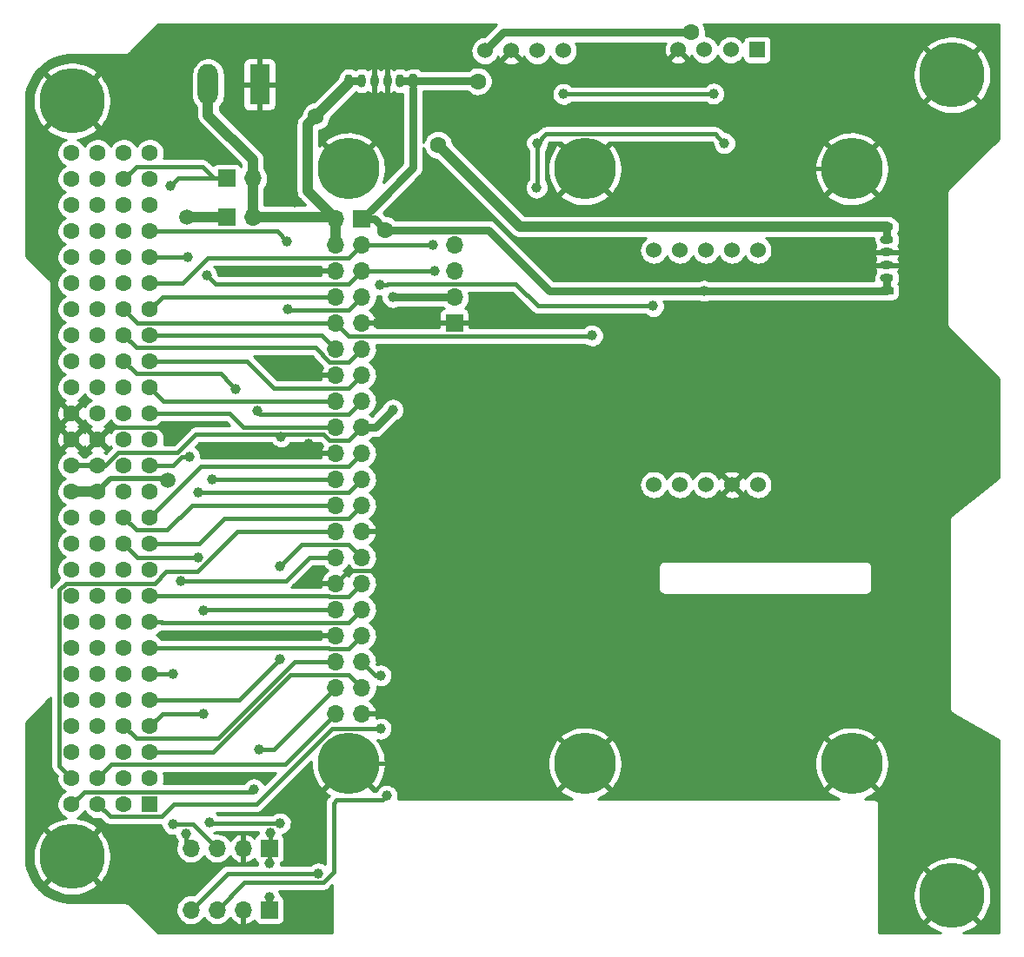
<source format=gbl>
G04 #@! TF.GenerationSoftware,KiCad,Pcbnew,6.0.0-unknown-920f128~86~ubuntu18.04.1*
G04 #@! TF.CreationDate,2019-07-19T16:23:03-04:00*
G04 #@! TF.ProjectId,OBC,4f42432e-6b69-4636-9164-5f7063625858,rev?*
G04 #@! TF.SameCoordinates,Original*
G04 #@! TF.FileFunction,Copper,L2,Bot*
G04 #@! TF.FilePolarity,Positive*
%FSLAX46Y46*%
G04 Gerber Fmt 4.6, Leading zero omitted, Abs format (unit mm)*
G04 Created by KiCad (PCBNEW 6.0.0-unknown-920f128~86~ubuntu18.04.1) date 2019-07-19 16:23:03*
%MOMM*%
%LPD*%
G04 APERTURE LIST*
%ADD10C,6.000000*%
%ADD11O,1.700000X1.700000*%
%ADD12R,1.700000X1.700000*%
%ADD13C,6.350000*%
%ADD14C,1.600000*%
%ADD15R,1.600000X1.600000*%
%ADD16O,1.300000X0.800000*%
%ADD17C,0.100000*%
%ADD18C,0.800000*%
%ADD19O,0.800000X1.300000*%
%ADD20C,1.524000*%
%ADD21R,1.524000X1.524000*%
%ADD22O,1.980000X3.960000*%
%ADD23R,1.980000X3.960000*%
%ADD24C,1.000000*%
%ADD25C,1.500000*%
%ADD26C,0.400000*%
%ADD27C,0.500000*%
%ADD28C,0.800000*%
%ADD29C,1.000000*%
%ADD30C,0.254000*%
G04 APERTURE END LIST*
D10*
X120180000Y-118570000D03*
X143180000Y-60570000D03*
X143180000Y-118570000D03*
X120180000Y-60570000D03*
D11*
X118910000Y-113700000D03*
X121450000Y-113700000D03*
X118910000Y-95920000D03*
X121450000Y-95920000D03*
X118910000Y-90840000D03*
X121450000Y-90840000D03*
X118910000Y-101000000D03*
X121450000Y-101000000D03*
X118910000Y-73060000D03*
X121450000Y-73060000D03*
X118910000Y-103540000D03*
X121450000Y-103540000D03*
X118910000Y-85760000D03*
X121450000Y-85760000D03*
X118910000Y-108620000D03*
X121450000Y-108620000D03*
X118910000Y-106080000D03*
X121450000Y-106080000D03*
X118910000Y-111160000D03*
X121450000Y-111160000D03*
X118910000Y-88300000D03*
X121450000Y-88300000D03*
X118910000Y-75600000D03*
X121450000Y-75600000D03*
X118910000Y-80680000D03*
X121450000Y-80680000D03*
X118910000Y-98460000D03*
X121450000Y-98460000D03*
X118910000Y-78140000D03*
X121450000Y-78140000D03*
X118910000Y-93380000D03*
X121450000Y-93380000D03*
D12*
X121450000Y-65440000D03*
D11*
X118910000Y-65440000D03*
X121450000Y-70520000D03*
X118910000Y-67980000D03*
X118910000Y-83220000D03*
X121450000Y-83220000D03*
X121450000Y-67980000D03*
X118910000Y-70520000D03*
X110840000Y-61500000D03*
D12*
X108300000Y-61500000D03*
D13*
X178955000Y-51405000D03*
X178955000Y-131415000D03*
D14*
X95745000Y-122525000D03*
X93205000Y-122525000D03*
X95745000Y-119985000D03*
X93205000Y-119985000D03*
X95745000Y-117445000D03*
X93205000Y-117445000D03*
X95745000Y-114905000D03*
X93205000Y-114905000D03*
X95745000Y-112365000D03*
X93205000Y-112365000D03*
X95745000Y-109825000D03*
X93205000Y-109825000D03*
X95745000Y-107285000D03*
X93205000Y-107285000D03*
X95745000Y-104745000D03*
X93205000Y-104745000D03*
X95745000Y-102205000D03*
X93205000Y-102205000D03*
X95745000Y-99665000D03*
X93205000Y-99665000D03*
X95745000Y-97125000D03*
X93205000Y-97125000D03*
X95745000Y-94585000D03*
X93205000Y-94585000D03*
X95745000Y-92045000D03*
X93205000Y-92045000D03*
X95745000Y-89505000D03*
X93205000Y-89505000D03*
X95745000Y-86965000D03*
X93205000Y-86965000D03*
X95745000Y-84425000D03*
X93205000Y-84425000D03*
X95745000Y-81885000D03*
X93205000Y-81885000D03*
X95745000Y-79345000D03*
X93205000Y-79345000D03*
X95745000Y-76805000D03*
X93205000Y-76805000D03*
X95745000Y-74265000D03*
X93205000Y-74265000D03*
X95745000Y-71725000D03*
X93205000Y-71725000D03*
X95745000Y-69185000D03*
X93205000Y-69185000D03*
X95745000Y-66645000D03*
X93205000Y-66645000D03*
X95745000Y-64105000D03*
X93205000Y-64105000D03*
X95745000Y-61565000D03*
X93205000Y-61565000D03*
X95745000Y-59025000D03*
X93205000Y-59025000D03*
D15*
X100825000Y-122525000D03*
D14*
X98285000Y-122525000D03*
X100825000Y-119985000D03*
X98285000Y-119985000D03*
X100825000Y-117445000D03*
X98285000Y-117445000D03*
X100825000Y-114905000D03*
X98285000Y-114905000D03*
X100825000Y-112365000D03*
X98285000Y-112365000D03*
X100825000Y-109825000D03*
X98285000Y-109825000D03*
X100825000Y-107285000D03*
X98285000Y-107285000D03*
X100825000Y-104745000D03*
X98285000Y-104745000D03*
X100825000Y-102205000D03*
X98285000Y-102205000D03*
X100825000Y-99665000D03*
X98285000Y-99665000D03*
X100825000Y-97125000D03*
X98285000Y-97125000D03*
X100825000Y-94585000D03*
X98285000Y-94585000D03*
X100825000Y-92045000D03*
X98285000Y-92045000D03*
X100825000Y-89505000D03*
X98285000Y-89505000D03*
X100825000Y-86965000D03*
X98285000Y-86965000D03*
X100825000Y-84425000D03*
X98285000Y-84425000D03*
X100825000Y-81885000D03*
X98285000Y-81885000D03*
X100825000Y-79345000D03*
X98285000Y-79345000D03*
X100825000Y-76805000D03*
X98285000Y-76805000D03*
X100825000Y-74265000D03*
X98285000Y-74265000D03*
X100825000Y-71725000D03*
X98285000Y-71725000D03*
X100825000Y-69185000D03*
X98285000Y-69185000D03*
X100825000Y-66645000D03*
X98285000Y-66645000D03*
X100825000Y-64105000D03*
X98285000Y-64105000D03*
X100825000Y-61565000D03*
X98285000Y-61565000D03*
X100825000Y-59025000D03*
X98285000Y-59025000D03*
D13*
X93225000Y-53945000D03*
X93225000Y-127605000D03*
D10*
X169180000Y-60570000D03*
X169180000Y-118570000D03*
D11*
X130475000Y-67980000D03*
X130475000Y-70520000D03*
X130475000Y-73060000D03*
D12*
X130475000Y-75600000D03*
D16*
X172600000Y-66200000D03*
X172600000Y-67450000D03*
X172600000Y-68700000D03*
X172600000Y-69950000D03*
X172600000Y-71200000D03*
D17*
G36*
X173126537Y-72065224D02*
G01*
X173191421Y-72108579D01*
X173234776Y-72173463D01*
X173250000Y-72250000D01*
X173250000Y-72650000D01*
X173234776Y-72726537D01*
X173191421Y-72791421D01*
X173126537Y-72834776D01*
X173050000Y-72850000D01*
X172150000Y-72850000D01*
X172073463Y-72834776D01*
X172008579Y-72791421D01*
X171965224Y-72726537D01*
X171950000Y-72650000D01*
X171950000Y-72250000D01*
X171965224Y-72173463D01*
X172008579Y-72108579D01*
X172073463Y-72065224D01*
X172150000Y-72050000D01*
X173050000Y-72050000D01*
X173126537Y-72065224D01*
X173126537Y-72065224D01*
G37*
D18*
X172600000Y-72450000D03*
D19*
X120200000Y-51975000D03*
X121450000Y-51975000D03*
X122700000Y-51975000D03*
X123950000Y-51975000D03*
X125200000Y-51975000D03*
D17*
G36*
X126726537Y-51340224D02*
G01*
X126791421Y-51383579D01*
X126834776Y-51448463D01*
X126850000Y-51525000D01*
X126850000Y-52425000D01*
X126834776Y-52501537D01*
X126791421Y-52566421D01*
X126726537Y-52609776D01*
X126650000Y-52625000D01*
X126250000Y-52625000D01*
X126173463Y-52609776D01*
X126108579Y-52566421D01*
X126065224Y-52501537D01*
X126050000Y-52425000D01*
X126050000Y-51525000D01*
X126065224Y-51448463D01*
X126108579Y-51383579D01*
X126173463Y-51340224D01*
X126250000Y-51325000D01*
X126650000Y-51325000D01*
X126726537Y-51340224D01*
X126726537Y-51340224D01*
G37*
D18*
X126450000Y-51975000D03*
D20*
X160055000Y-68495000D03*
X157515000Y-68495000D03*
X154975000Y-68495000D03*
X152435000Y-68495000D03*
X149895000Y-68495000D03*
X149895000Y-91355000D03*
X152435000Y-91355000D03*
X154975000Y-91355000D03*
X157515000Y-91355000D03*
X160055000Y-91355000D03*
X152280000Y-48955000D03*
X154840000Y-48955000D03*
X157400000Y-48955000D03*
D21*
X159960000Y-48955000D03*
D20*
X141085000Y-49045000D03*
X138545000Y-49045000D03*
X136005000Y-49045000D03*
X133465000Y-49045000D03*
D11*
X104830000Y-132800000D03*
X107370000Y-132800000D03*
X109910000Y-132800000D03*
D12*
X112450000Y-132800000D03*
D11*
X104830000Y-126800000D03*
X107370000Y-126800000D03*
X109910000Y-126800000D03*
D12*
X112450000Y-126800000D03*
D22*
X106500000Y-52350000D03*
D23*
X111500000Y-52350000D03*
D11*
X110840000Y-65250000D03*
D12*
X108300000Y-65250000D03*
D24*
X109850000Y-106075000D03*
X124075000Y-99725000D03*
X127450000Y-97125000D03*
X124100000Y-97125000D03*
X123000000Y-75600000D03*
X124450000Y-113700000D03*
X127850000Y-113700000D03*
X112450000Y-128250000D03*
X112450000Y-131550000D03*
X154800000Y-72450000D03*
X113575001Y-86660000D03*
X124475000Y-73075000D03*
X112525000Y-125275000D03*
D14*
X123775000Y-66525000D03*
D24*
X124475000Y-84050000D03*
D14*
X132775000Y-52025000D03*
D24*
X114950000Y-63800000D03*
X110825000Y-88125000D03*
X109850000Y-119950000D03*
X104350000Y-125350000D03*
X106625000Y-124275000D03*
X113500000Y-124375000D03*
X103050000Y-124450000D03*
X126975000Y-75600000D03*
X143900000Y-76825000D03*
X149825000Y-73950000D03*
X123200000Y-71850000D03*
X155700000Y-53250000D03*
X141085000Y-53285000D03*
X156775000Y-58050000D03*
X138500000Y-62400000D03*
X138525000Y-58050000D03*
D14*
X153550000Y-47275000D03*
X128900000Y-58225000D03*
X116979999Y-55445001D03*
D24*
X128525000Y-70525000D03*
X128425000Y-67975000D03*
X103850000Y-86350000D03*
X116450000Y-70500000D03*
X114250000Y-74250000D03*
X114200000Y-67650000D03*
X112500000Y-70500000D03*
X116400000Y-80700000D03*
X111250000Y-84150000D03*
X109150000Y-82000000D03*
X116250000Y-87350000D03*
X106850000Y-90850000D03*
X104650000Y-88650000D03*
X105500000Y-92150000D03*
X105500000Y-98450000D03*
X116400000Y-101000000D03*
X116250000Y-106100000D03*
X103050000Y-109800000D03*
X103850000Y-100750000D03*
X113500000Y-99300000D03*
X113500000Y-108350000D03*
X106050000Y-103600000D03*
X106050000Y-113700000D03*
X110950000Y-121050000D03*
X111450000Y-117150000D03*
D25*
X102600000Y-90950000D03*
D24*
X106350000Y-70975000D03*
X104525000Y-69150000D03*
X160900000Y-60600000D03*
X164280000Y-60570000D03*
X130500000Y-79425000D03*
X168600000Y-69950000D03*
X168625000Y-74350000D03*
D25*
X104425000Y-65250000D03*
D24*
X123925000Y-57825000D03*
X125750000Y-63575000D03*
X102850000Y-62200000D03*
X123300000Y-115150000D03*
X123300000Y-109950000D03*
X117250000Y-129250000D03*
X123900000Y-121700000D03*
X127350000Y-118550000D03*
D26*
X109875000Y-106100000D02*
X109850000Y-106075000D01*
X116250000Y-106100000D02*
X109875000Y-106100000D01*
X120185000Y-99725000D02*
X120874998Y-99725000D01*
X118910000Y-101000000D02*
X120185000Y-99725000D01*
X120874998Y-99725000D02*
X124075000Y-99725000D01*
X124100000Y-97125000D02*
X127450000Y-97125000D01*
X122895000Y-95920000D02*
X124100000Y-97125000D01*
X121450000Y-95920000D02*
X122895000Y-95920000D01*
X121450000Y-75600000D02*
X123000000Y-75600000D01*
X123000000Y-75600000D02*
X126975000Y-75600000D01*
X121450000Y-113700000D02*
X124450000Y-113700000D01*
X124450000Y-113700000D02*
X127850000Y-113700000D01*
X112450000Y-128250000D02*
X112450000Y-126800000D01*
X112450000Y-132800000D02*
X112450000Y-131550000D01*
X96508998Y-89505000D02*
X97763998Y-88250000D01*
X95745000Y-89505000D02*
X96508998Y-89505000D01*
D27*
X93205000Y-89505000D02*
X95745000Y-89505000D01*
D26*
X120600001Y-86609999D02*
X121450000Y-85760000D01*
X120199999Y-87010001D02*
X120600001Y-86609999D01*
X118309999Y-87010001D02*
X120199999Y-87010001D01*
X117749997Y-86449999D02*
X118309999Y-87010001D01*
X103494352Y-88250000D02*
X105294353Y-86449999D01*
X97763998Y-88250000D02*
X103494352Y-88250000D01*
X112525000Y-126725000D02*
X112450000Y-126800000D01*
D28*
X121450000Y-65440000D02*
X122690000Y-65440000D01*
D26*
X132725000Y-51975000D02*
X132775000Y-52025000D01*
D28*
X172600000Y-71200000D02*
X172600000Y-72450000D01*
X126450000Y-51975000D02*
X132725000Y-51975000D01*
D26*
X124490000Y-73060000D02*
X124475000Y-73075000D01*
D28*
X154800000Y-72450000D02*
X139710000Y-72450000D01*
X126450000Y-59190000D02*
X126450000Y-52725000D01*
D26*
X126450000Y-52725000D02*
X126450000Y-51975000D01*
D28*
X130475000Y-73060000D02*
X124490000Y-73060000D01*
X121450000Y-85760000D02*
X122765000Y-85760000D01*
X172600000Y-72450000D02*
X154800000Y-72450000D01*
X139710000Y-72450000D02*
X138460000Y-71200000D01*
D26*
X112525000Y-125275000D02*
X112525000Y-126725000D01*
D28*
X122765000Y-85760000D02*
X124475000Y-84050000D01*
D26*
X113575001Y-86449999D02*
X113575001Y-86660000D01*
D28*
X122690000Y-65440000D02*
X123775000Y-66525000D01*
X125200000Y-51975000D02*
X126450000Y-51975000D01*
D26*
X113575001Y-86449999D02*
X117749997Y-86449999D01*
X105294353Y-86449999D02*
X113575001Y-86449999D01*
X115475000Y-88125000D02*
X113442003Y-88125000D01*
X116250000Y-87350000D02*
X115475000Y-88125000D01*
X113442003Y-88125000D02*
X110825000Y-88125000D01*
X104350000Y-125350000D02*
X104350000Y-126320000D01*
X104350000Y-126320000D02*
X104830000Y-126800000D01*
X106725000Y-124375000D02*
X106625000Y-124275000D01*
X113500000Y-124375000D02*
X106725000Y-124375000D01*
X103050000Y-124450000D02*
X105020000Y-124450000D01*
X105020000Y-124450000D02*
X107370000Y-126800000D01*
D28*
X172600000Y-67450000D02*
X172600000Y-66200000D01*
D26*
X120160001Y-76850001D02*
X143874999Y-76850001D01*
X118910000Y-75600000D02*
X120160001Y-76850001D01*
X143874999Y-76850001D02*
X143900000Y-76825000D01*
X138650000Y-73950000D02*
X149825000Y-73950000D01*
X136470001Y-71770001D02*
X138650000Y-73950000D01*
X123907106Y-71850000D02*
X123987105Y-71770001D01*
X123200000Y-71850000D02*
X123907106Y-71850000D01*
X123987105Y-71770001D02*
X136470001Y-71770001D01*
X155665000Y-53285000D02*
X155700000Y-53250000D01*
X141085000Y-53285000D02*
X155665000Y-53285000D01*
X138525000Y-62375000D02*
X138500000Y-62400000D01*
X138525000Y-58050000D02*
X138525000Y-62375000D01*
D28*
X135235000Y-47275000D02*
X153550000Y-47275000D01*
X133465000Y-49045000D02*
X135235000Y-47275000D01*
D29*
X128900000Y-58225000D02*
X136875000Y-66200000D01*
X136875000Y-66200000D02*
X172600000Y-66200000D01*
D26*
X128520000Y-70520000D02*
X128525000Y-70525000D01*
X121450000Y-70520000D02*
X128520000Y-70520000D01*
X128420000Y-67980000D02*
X128425000Y-67975000D01*
X121450000Y-67980000D02*
X128420000Y-67980000D01*
D28*
X121450000Y-51975000D02*
X120200000Y-51975000D01*
X120200000Y-51975000D02*
X120200000Y-52225000D01*
D29*
X120200000Y-52225000D02*
X116979999Y-55445001D01*
X118910000Y-65440000D02*
X118910000Y-67980000D01*
X110840000Y-65250000D02*
X118720000Y-65250000D01*
X118720000Y-65250000D02*
X118910000Y-65440000D01*
D26*
X108575000Y-84425000D02*
X109910000Y-85760000D01*
X109910000Y-85760000D02*
X118910000Y-85760000D01*
X100825000Y-84425000D02*
X108575000Y-84425000D01*
X96945001Y-85764999D02*
X103264999Y-85764999D01*
X95745000Y-86965000D02*
X96945001Y-85764999D01*
X103264999Y-85764999D02*
X103850000Y-86350000D01*
X102030000Y-73060000D02*
X100825000Y-74265000D01*
X118910000Y-73060000D02*
X102030000Y-73060000D01*
X99620000Y-75600000D02*
X98285000Y-74265000D01*
X118910000Y-75600000D02*
X99620000Y-75600000D01*
X117575000Y-76805000D02*
X118910000Y-78140000D01*
X100825000Y-76805000D02*
X117575000Y-76805000D01*
X118910000Y-70520000D02*
X116470000Y-70520000D01*
X116470000Y-70520000D02*
X116450000Y-70500000D01*
X114310001Y-74310001D02*
X114250000Y-74250000D01*
X121450000Y-73060000D02*
X120199999Y-74310001D01*
X120199999Y-74310001D02*
X114310001Y-74310001D01*
X113195000Y-66645000D02*
X100825000Y-66645000D01*
X114200000Y-67650000D02*
X113195000Y-66645000D01*
X116450000Y-70500000D02*
X112500000Y-70500000D01*
X118910000Y-80680000D02*
X116420000Y-80680000D01*
X116420000Y-80680000D02*
X116400000Y-80700000D01*
X102160000Y-83220000D02*
X100825000Y-81885000D01*
X118910000Y-83220000D02*
X102160000Y-83220000D01*
X111570001Y-84470001D02*
X111250000Y-84150000D01*
X121450000Y-83220000D02*
X120199999Y-84470001D01*
X120199999Y-84470001D02*
X111570001Y-84470001D01*
X108650001Y-81500001D02*
X109150000Y-82000000D01*
X107695001Y-80545001D02*
X108650001Y-81500001D01*
X99485001Y-80545001D02*
X107695001Y-80545001D01*
X98285000Y-79345000D02*
X99485001Y-80545001D01*
X120199999Y-81930001D02*
X121450000Y-80680000D01*
X112880001Y-81930001D02*
X120199999Y-81930001D01*
X100825000Y-79345000D02*
X110295000Y-79345000D01*
X110295000Y-79345000D02*
X112880001Y-81930001D01*
X116924999Y-78005001D02*
X118309999Y-79390001D01*
X120199999Y-79390001D02*
X120600001Y-78989999D01*
X99485001Y-78005001D02*
X116924999Y-78005001D01*
X120600001Y-78989999D02*
X121450000Y-78140000D01*
X118309999Y-79390001D02*
X120199999Y-79390001D01*
X98285000Y-76805000D02*
X99485001Y-78005001D01*
X118910000Y-88300000D02*
X117200000Y-88300000D01*
X117200000Y-88300000D02*
X116250000Y-87350000D01*
X120600001Y-89149999D02*
X121450000Y-88300000D01*
X120160001Y-89589999D02*
X120600001Y-89149999D01*
X105820001Y-89589999D02*
X120160001Y-89589999D01*
X100825000Y-94585000D02*
X105820001Y-89589999D01*
X118910000Y-90840000D02*
X106860000Y-90840000D01*
X106860000Y-90840000D02*
X106850000Y-90850000D01*
X101956370Y-89505000D02*
X100825000Y-89505000D01*
X103087894Y-89505000D02*
X101956370Y-89505000D01*
X103942894Y-88650000D02*
X103087894Y-89505000D01*
X104650000Y-88650000D02*
X103942894Y-88650000D01*
X102514999Y-95785001D02*
X104920000Y-93380000D01*
X98285000Y-94585000D02*
X99485001Y-95785001D01*
X104920000Y-93380000D02*
X118910000Y-93380000D01*
X99485001Y-95785001D02*
X102514999Y-95785001D01*
X100825000Y-97125000D02*
X105575000Y-97125000D01*
X120600001Y-94229999D02*
X121450000Y-93380000D01*
X120160001Y-94669999D02*
X120600001Y-94229999D01*
X108030001Y-94669999D02*
X120160001Y-94669999D01*
X105575000Y-97125000D02*
X108030001Y-94669999D01*
X105559999Y-92090001D02*
X105500000Y-92150000D01*
X121450000Y-90840000D02*
X120199999Y-92090001D01*
X120199999Y-92090001D02*
X105559999Y-92090001D01*
X99610000Y-98450000D02*
X98285000Y-97125000D01*
X105500000Y-98450000D02*
X99610000Y-98450000D01*
X118910000Y-101000000D02*
X116400000Y-101000000D01*
X118910000Y-106080000D02*
X116270000Y-106080000D01*
X116270000Y-106080000D02*
X116250000Y-106100000D01*
X120600001Y-101849999D02*
X121450000Y-101000000D01*
X120199999Y-102250001D02*
X120600001Y-101849999D01*
X118309999Y-102250001D02*
X120199999Y-102250001D01*
X118264998Y-102205000D02*
X118309999Y-102250001D01*
X100825000Y-102205000D02*
X118264998Y-102205000D01*
X120199999Y-104790001D02*
X120600001Y-104389999D01*
X102001371Y-104790001D02*
X120199999Y-104790001D01*
X101956370Y-104745000D02*
X102001371Y-104790001D01*
X120600001Y-104389999D02*
X121450000Y-103540000D01*
X100825000Y-104745000D02*
X101956370Y-104745000D01*
X120600001Y-106929999D02*
X121450000Y-106080000D01*
X120199999Y-107330001D02*
X120600001Y-106929999D01*
X118309999Y-107330001D02*
X120199999Y-107330001D01*
X118264998Y-107285000D02*
X118309999Y-107330001D01*
X100825000Y-107285000D02*
X118264998Y-107285000D01*
X100825000Y-109825000D02*
X103025000Y-109825000D01*
X103025000Y-109825000D02*
X103050000Y-109800000D01*
X103850000Y-100750000D02*
X114050000Y-100750000D01*
X116340000Y-98460000D02*
X118910000Y-98460000D01*
X114050000Y-100750000D02*
X116340000Y-98460000D01*
X115590001Y-97209999D02*
X113500000Y-99300000D01*
X121450000Y-98460000D02*
X120199999Y-97209999D01*
X120199999Y-97209999D02*
X115590001Y-97209999D01*
X109485000Y-112365000D02*
X113500000Y-108350000D01*
X100825000Y-112365000D02*
X109485000Y-112365000D01*
X92405001Y-119185001D02*
X93205000Y-119985000D01*
X92004999Y-118784999D02*
X92405001Y-119185001D01*
X92004999Y-101628999D02*
X92004999Y-118784999D01*
X92628999Y-101004999D02*
X92004999Y-101628999D01*
X101261003Y-101004999D02*
X92628999Y-101004999D01*
X102416003Y-99849999D02*
X101261003Y-101004999D01*
X105432003Y-99849999D02*
X102416003Y-99849999D01*
X109362002Y-95920000D02*
X105432003Y-99849999D01*
X118910000Y-95920000D02*
X109362002Y-95920000D01*
X118910000Y-103540000D02*
X106110000Y-103540000D01*
X106110000Y-103540000D02*
X106050000Y-103600000D01*
X102030000Y-113700000D02*
X100825000Y-114905000D01*
X106050000Y-113700000D02*
X102030000Y-113700000D01*
X99485001Y-116105001D02*
X107444999Y-116105001D01*
X98285000Y-114905000D02*
X99485001Y-116105001D01*
X114930000Y-108620000D02*
X118910000Y-108620000D01*
X107444999Y-116105001D02*
X114930000Y-108620000D01*
X118060001Y-114549999D02*
X118910000Y-113700000D01*
X113964999Y-118645001D02*
X118060001Y-114549999D01*
X97084999Y-118645001D02*
X113964999Y-118645001D01*
X95745000Y-119985000D02*
X97084999Y-118645001D01*
X110675001Y-121324999D02*
X110950000Y-121050000D01*
X93205000Y-122525000D02*
X94405001Y-121324999D01*
X94405001Y-121324999D02*
X110675001Y-121324999D01*
X112920000Y-117150000D02*
X118910000Y-111160000D01*
X111450000Y-117150000D02*
X112920000Y-117150000D01*
X106953542Y-117445000D02*
X101956370Y-117445000D01*
X101956370Y-117445000D02*
X100825000Y-117445000D01*
X120199999Y-109909999D02*
X114488543Y-109909999D01*
X114488543Y-109909999D02*
X106953542Y-117445000D01*
X121450000Y-111160000D02*
X120199999Y-109909999D01*
D29*
X93205000Y-92045000D02*
X95745000Y-92045000D01*
D27*
X102444999Y-90794999D02*
X102600000Y-90950000D01*
X95745000Y-92045000D02*
X96995001Y-90794999D01*
X96995001Y-90794999D02*
X102444999Y-90794999D01*
D26*
X107184999Y-71809999D02*
X120160001Y-71809999D01*
X106350000Y-70975000D02*
X107184999Y-71809999D01*
X120600001Y-71369999D02*
X121450000Y-70520000D01*
X120160001Y-71809999D02*
X120600001Y-71369999D01*
X100825000Y-69185000D02*
X104490000Y-69185000D01*
X104490000Y-69185000D02*
X104525000Y-69150000D01*
X104025000Y-71725000D02*
X100825000Y-71725000D01*
X120160001Y-69269999D02*
X106480001Y-69269999D01*
X106480001Y-69269999D02*
X104025000Y-71725000D01*
X121450000Y-67980000D02*
X120160001Y-69269999D01*
X169180000Y-60570000D02*
X164280000Y-60570000D01*
X160930000Y-60570000D02*
X160900000Y-60600000D01*
X164280000Y-60570000D02*
X160930000Y-60570000D01*
D28*
X133785000Y-66525000D02*
X138460000Y-71200000D01*
X123775000Y-66525000D02*
X133785000Y-66525000D01*
D26*
X172600000Y-69950000D02*
X168600000Y-69950000D01*
D29*
X104425000Y-65250000D02*
X108300000Y-65250000D01*
D26*
X123950000Y-51975000D02*
X123950000Y-57800000D01*
X123950000Y-57800000D02*
X123925000Y-57825000D01*
D29*
X116180000Y-56245000D02*
X116979999Y-55445001D01*
X116180000Y-62710000D02*
X116180000Y-56245000D01*
X118910000Y-65440000D02*
X116180000Y-62710000D01*
D28*
X122690000Y-64227998D02*
X126450000Y-60467998D01*
X126450000Y-60467998D02*
X126450000Y-59190000D01*
X121477998Y-65440000D02*
X122690000Y-64227998D01*
D26*
X121450000Y-65440000D02*
X121477998Y-65440000D01*
X107050000Y-61500000D02*
X108300000Y-61500000D01*
X105914999Y-60364999D02*
X107050000Y-61500000D01*
X99485001Y-60364999D02*
X105914999Y-60364999D01*
X98285000Y-61565000D02*
X99485001Y-60364999D01*
X103550000Y-61500000D02*
X108300000Y-61500000D01*
X102850000Y-62200000D02*
X103550000Y-61500000D01*
D29*
X110840000Y-60297919D02*
X110840000Y-61500000D01*
X106500000Y-55330000D02*
X110840000Y-59670000D01*
X110840000Y-59670000D02*
X110840000Y-60297919D01*
X106500000Y-52350000D02*
X106500000Y-55330000D01*
X110840000Y-61500000D02*
X110840000Y-65250000D01*
D26*
X96945001Y-123725001D02*
X101945001Y-123725001D01*
X95745000Y-122525000D02*
X96945001Y-123725001D01*
X101945001Y-123725001D02*
X103145002Y-122525000D01*
X103145002Y-122525000D02*
X111192998Y-122525000D01*
X111192998Y-122525000D02*
X118567998Y-115150000D01*
X118567998Y-115150000D02*
X123300000Y-115150000D01*
X122780000Y-109950000D02*
X121450000Y-108620000D01*
X123300000Y-109950000D02*
X122780000Y-109950000D01*
X104830000Y-132800000D02*
X108380000Y-129250000D01*
X108380000Y-129250000D02*
X117250000Y-129250000D01*
X123495010Y-122104990D02*
X123900000Y-121700000D01*
X110019999Y-130150001D02*
X117682001Y-130150001D01*
X107370000Y-132800000D02*
X110019999Y-130150001D01*
X117682001Y-130150001D02*
X118724990Y-129107012D01*
X118724990Y-129107012D02*
X118724990Y-122397890D01*
X118724990Y-122397890D02*
X119017890Y-122104990D01*
X119017890Y-122104990D02*
X123495010Y-122104990D01*
X120180000Y-118570000D02*
X127330000Y-118570000D01*
X127330000Y-118570000D02*
X127350000Y-118550000D01*
X156275001Y-57550001D02*
X156775000Y-58050000D01*
X155894999Y-57169999D02*
X156275001Y-57550001D01*
X139405001Y-57169999D02*
X155894999Y-57169999D01*
X138525000Y-58050000D02*
X139405001Y-57169999D01*
D30*
G36*
X111975236Y-120563310D02*
G01*
X111891417Y-120402981D01*
X111709907Y-120197098D01*
X111484526Y-120040455D01*
X111228286Y-119942094D01*
X110955981Y-119907694D01*
X110683330Y-119939241D01*
X110426075Y-120034912D01*
X110199065Y-120189187D01*
X110015409Y-120393159D01*
X109962948Y-120490999D01*
X102166862Y-120490999D01*
X102215429Y-120357564D01*
X102259000Y-120110459D01*
X102259000Y-119859541D01*
X102215429Y-119612436D01*
X102166862Y-119479001D01*
X113059544Y-119479001D01*
X111975236Y-120563310D01*
X111975236Y-120563310D01*
G37*
X111975236Y-120563310D02*
X111891417Y-120402981D01*
X111709907Y-120197098D01*
X111484526Y-120040455D01*
X111228286Y-119942094D01*
X110955981Y-119907694D01*
X110683330Y-119939241D01*
X110426075Y-120034912D01*
X110199065Y-120189187D01*
X110015409Y-120393159D01*
X109962948Y-120490999D01*
X102166862Y-120490999D01*
X102215429Y-120357564D01*
X102259000Y-120110459D01*
X102259000Y-119859541D01*
X102215429Y-119612436D01*
X102166862Y-119479001D01*
X113059544Y-119479001D01*
X111975236Y-120563310D01*
G36*
X102058678Y-105630615D02*
G01*
X102089662Y-105624001D01*
X117497667Y-105624001D01*
X117455382Y-105760181D01*
X117429957Y-105952000D01*
X119038000Y-105952000D01*
X119038000Y-106208000D01*
X117420513Y-106208000D01*
X117471500Y-106451000D01*
X101997144Y-106451000D01*
X101842864Y-106267136D01*
X101650651Y-106105850D01*
X101493294Y-106015000D01*
X101650651Y-105924150D01*
X101842864Y-105762864D01*
X101959384Y-105624001D01*
X101969688Y-105624001D01*
X102058678Y-105630615D01*
X102058678Y-105630615D01*
G37*
X102058678Y-105630615D02*
X102089662Y-105624001D01*
X117497667Y-105624001D01*
X117455382Y-105760181D01*
X117429957Y-105952000D01*
X119038000Y-105952000D01*
X119038000Y-106208000D01*
X117420513Y-106208000D01*
X117471500Y-106451000D01*
X101997144Y-106451000D01*
X101842864Y-106267136D01*
X101650651Y-106105850D01*
X101493294Y-106015000D01*
X101650651Y-105924150D01*
X101842864Y-105762864D01*
X101959384Y-105624001D01*
X101969688Y-105624001D01*
X102058678Y-105630615D01*
G36*
X117706610Y-99337526D02*
G01*
X117871669Y-99527739D01*
X118066416Y-99687422D01*
X118140061Y-99729343D01*
X117976760Y-99839284D01*
X117794534Y-100013119D01*
X117644203Y-100215172D01*
X117530064Y-100439666D01*
X117455382Y-100680181D01*
X117429957Y-100872000D01*
X119038000Y-100872000D01*
X119038000Y-101128000D01*
X117420513Y-101128000D01*
X117471500Y-101371000D01*
X114608454Y-101371000D01*
X114617307Y-101362146D01*
X114684926Y-101303882D01*
X114702162Y-101277291D01*
X116685453Y-99294000D01*
X117680198Y-99294000D01*
X117706610Y-99337526D01*
X117706610Y-99337526D01*
G37*
X117706610Y-99337526D02*
X117871669Y-99527739D01*
X118066416Y-99687422D01*
X118140061Y-99729343D01*
X117976760Y-99839284D01*
X117794534Y-100013119D01*
X117644203Y-100215172D01*
X117530064Y-100439666D01*
X117455382Y-100680181D01*
X117429957Y-100872000D01*
X119038000Y-100872000D01*
X119038000Y-101128000D01*
X117420513Y-101128000D01*
X117471500Y-101371000D01*
X114608454Y-101371000D01*
X114617307Y-101362146D01*
X114684926Y-101303882D01*
X114702162Y-101277291D01*
X116685453Y-99294000D01*
X117680198Y-99294000D01*
X117706610Y-99337526D01*
G36*
X120246610Y-99337526D02*
G01*
X120411669Y-99527739D01*
X120606416Y-99687422D01*
X120680061Y-99729343D01*
X120516760Y-99839284D01*
X120334534Y-100013119D01*
X120184203Y-100215172D01*
X120177564Y-100228230D01*
X120113390Y-100122474D01*
X119948331Y-99932261D01*
X119753584Y-99772578D01*
X119679939Y-99730657D01*
X119843240Y-99620716D01*
X120025466Y-99446881D01*
X120175797Y-99244828D01*
X120182436Y-99231770D01*
X120246610Y-99337526D01*
X120246610Y-99337526D01*
G37*
X120246610Y-99337526D02*
X120411669Y-99527739D01*
X120606416Y-99687422D01*
X120680061Y-99729343D01*
X120516760Y-99839284D01*
X120334534Y-100013119D01*
X120184203Y-100215172D01*
X120177564Y-100228230D01*
X120113390Y-100122474D01*
X119948331Y-99932261D01*
X119753584Y-99772578D01*
X119679939Y-99730657D01*
X119843240Y-99620716D01*
X120025466Y-99446881D01*
X120175797Y-99244828D01*
X120182436Y-99231770D01*
X120246610Y-99337526D01*
G36*
X112626859Y-87297124D02*
G01*
X112806204Y-87504897D01*
X113029932Y-87663893D01*
X113285127Y-87764932D01*
X113557059Y-87802182D01*
X113830025Y-87773491D01*
X114088268Y-87680518D01*
X114316880Y-87528628D01*
X114502662Y-87326592D01*
X114526078Y-87283999D01*
X117404543Y-87283999D01*
X117641342Y-87520799D01*
X117530064Y-87739666D01*
X117455382Y-87980181D01*
X117429957Y-88172000D01*
X119038000Y-88172000D01*
X119038000Y-88428000D01*
X117420513Y-88428000D01*
X117483456Y-88727983D01*
X117494520Y-88755999D01*
X105913429Y-88755999D01*
X105887574Y-88750148D01*
X105793269Y-88755999D01*
X105781668Y-88755999D01*
X105784209Y-88513416D01*
X105718579Y-88246218D01*
X105591417Y-88002981D01*
X105409907Y-87797098D01*
X105242829Y-87680976D01*
X105639806Y-87283999D01*
X112620172Y-87283999D01*
X112626859Y-87297124D01*
X112626859Y-87297124D01*
G37*
X112626859Y-87297124D02*
X112806204Y-87504897D01*
X113029932Y-87663893D01*
X113285127Y-87764932D01*
X113557059Y-87802182D01*
X113830025Y-87773491D01*
X114088268Y-87680518D01*
X114316880Y-87528628D01*
X114502662Y-87326592D01*
X114526078Y-87283999D01*
X117404543Y-87283999D01*
X117641342Y-87520799D01*
X117530064Y-87739666D01*
X117455382Y-87980181D01*
X117429957Y-88172000D01*
X119038000Y-88172000D01*
X119038000Y-88428000D01*
X117420513Y-88428000D01*
X117483456Y-88727983D01*
X117494520Y-88755999D01*
X105913429Y-88755999D01*
X105887574Y-88750148D01*
X105793269Y-88755999D01*
X105781668Y-88755999D01*
X105784209Y-88513416D01*
X105718579Y-88246218D01*
X105591417Y-88002981D01*
X105409907Y-87797098D01*
X105242829Y-87680976D01*
X105639806Y-87283999D01*
X112620172Y-87283999D01*
X112626859Y-87297124D01*
G36*
X108586546Y-85615999D02*
G01*
X105387779Y-85615999D01*
X105361925Y-85610149D01*
X105267621Y-85615999D01*
X105234542Y-85615999D01*
X105209265Y-85619619D01*
X105123491Y-85624940D01*
X105091524Y-85636480D01*
X105057873Y-85641300D01*
X104979636Y-85676873D01*
X104898423Y-85706190D01*
X104871755Y-85725923D01*
X104840403Y-85740179D01*
X104766899Y-85803513D01*
X104745692Y-85819206D01*
X104727047Y-85837852D01*
X104659427Y-85896117D01*
X104642191Y-85922708D01*
X103148900Y-87416000D01*
X102186880Y-87416000D01*
X102215429Y-87337564D01*
X102259000Y-87090459D01*
X102259000Y-86839541D01*
X102215429Y-86592436D01*
X102129609Y-86356651D01*
X102004150Y-86139349D01*
X101842864Y-85947136D01*
X101650651Y-85785850D01*
X101493294Y-85695000D01*
X101650651Y-85604150D01*
X101842864Y-85442864D01*
X101997144Y-85259000D01*
X108229547Y-85259000D01*
X108586546Y-85615999D01*
X108586546Y-85615999D01*
G37*
X108586546Y-85615999D02*
X105387779Y-85615999D01*
X105361925Y-85610149D01*
X105267621Y-85615999D01*
X105234542Y-85615999D01*
X105209265Y-85619619D01*
X105123491Y-85624940D01*
X105091524Y-85636480D01*
X105057873Y-85641300D01*
X104979636Y-85676873D01*
X104898423Y-85706190D01*
X104871755Y-85725923D01*
X104840403Y-85740179D01*
X104766899Y-85803513D01*
X104745692Y-85819206D01*
X104727047Y-85837852D01*
X104659427Y-85896117D01*
X104642191Y-85922708D01*
X103148900Y-87416000D01*
X102186880Y-87416000D01*
X102215429Y-87337564D01*
X102259000Y-87090459D01*
X102259000Y-86839541D01*
X102215429Y-86592436D01*
X102129609Y-86356651D01*
X102004150Y-86139349D01*
X101842864Y-85947136D01*
X101650651Y-85785850D01*
X101493294Y-85695000D01*
X101650651Y-85604150D01*
X101842864Y-85442864D01*
X101997144Y-85259000D01*
X108229547Y-85259000D01*
X108586546Y-85615999D01*
G36*
X117641343Y-79900798D02*
G01*
X117530064Y-80119666D01*
X117455382Y-80360181D01*
X117429957Y-80552000D01*
X119038000Y-80552000D01*
X119038000Y-80808000D01*
X117420513Y-80808000D01*
X117480942Y-81096001D01*
X113225454Y-81096001D01*
X110968453Y-78839001D01*
X116579546Y-78839001D01*
X117641343Y-79900798D01*
X117641343Y-79900798D01*
G37*
X117641343Y-79900798D02*
X117530064Y-80119666D01*
X117455382Y-80360181D01*
X117429957Y-80552000D01*
X119038000Y-80552000D01*
X119038000Y-80808000D01*
X117420513Y-80808000D01*
X117480942Y-81096001D01*
X113225454Y-81096001D01*
X110968453Y-78839001D01*
X116579546Y-78839001D01*
X117641343Y-79900798D01*
G36*
X117455382Y-70200181D02*
G01*
X117429957Y-70392000D01*
X119038000Y-70392000D01*
X119038000Y-70648000D01*
X117420513Y-70648000D01*
X117483456Y-70947983D01*
X117494520Y-70975999D01*
X107530453Y-70975999D01*
X107483262Y-70928809D01*
X107484209Y-70838416D01*
X107418579Y-70571218D01*
X107291417Y-70327981D01*
X107109907Y-70122098D01*
X107083866Y-70103999D01*
X117485247Y-70103999D01*
X117455382Y-70200181D01*
X117455382Y-70200181D01*
G37*
X117455382Y-70200181D02*
X117429957Y-70392000D01*
X119038000Y-70392000D01*
X119038000Y-70648000D01*
X117420513Y-70648000D01*
X117483456Y-70947983D01*
X117494520Y-70975999D01*
X107530453Y-70975999D01*
X107483262Y-70928809D01*
X107484209Y-70838416D01*
X107418579Y-70571218D01*
X107291417Y-70327981D01*
X107109907Y-70122098D01*
X107083866Y-70103999D01*
X117485247Y-70103999D01*
X117455382Y-70200181D01*
G36*
X89336398Y-129850079D02*
G01*
X89155528Y-129502631D01*
X89005620Y-129140720D01*
X88887832Y-128767142D01*
X88803048Y-128384709D01*
X88751920Y-127996353D01*
X88733225Y-127568150D01*
X88729000Y-127545686D01*
X88729000Y-127405379D01*
X89416000Y-127405379D01*
X89416000Y-127804621D01*
X89457732Y-128201677D01*
X89540739Y-128592195D01*
X89664112Y-128971896D01*
X89826499Y-129336622D01*
X90026120Y-129682377D01*
X90260789Y-130005371D01*
X90442167Y-130206813D01*
X93043981Y-127605000D01*
X93406019Y-127605000D01*
X96007833Y-130206813D01*
X96189211Y-130005371D01*
X96423880Y-129682377D01*
X96623501Y-129336622D01*
X96785888Y-128971896D01*
X96909261Y-128592195D01*
X96992268Y-128201677D01*
X97034000Y-127804621D01*
X97034000Y-127405379D01*
X96992268Y-127008323D01*
X96909261Y-126617805D01*
X96785888Y-126238104D01*
X96623501Y-125873378D01*
X96423880Y-125527623D01*
X96189211Y-125204629D01*
X96007833Y-125003187D01*
X93406019Y-127605000D01*
X93043981Y-127605000D01*
X90442167Y-125003187D01*
X90260789Y-125204629D01*
X90026120Y-125527623D01*
X89826499Y-125873378D01*
X89664112Y-126238104D01*
X89540739Y-126617805D01*
X89457732Y-127008323D01*
X89416000Y-127405379D01*
X88729000Y-127405379D01*
X88729000Y-114567609D01*
X90993088Y-112303522D01*
X91010126Y-112292772D01*
X91057661Y-112238949D01*
X91075440Y-112221171D01*
X91087084Y-112205634D01*
X91130343Y-112156653D01*
X91141325Y-112133262D01*
X91156818Y-112112589D01*
X91171000Y-112074761D01*
X91171000Y-118691566D01*
X91165148Y-118717427D01*
X91171000Y-118811748D01*
X91171000Y-118844810D01*
X91174619Y-118870082D01*
X91179940Y-118955859D01*
X91191482Y-118987831D01*
X91196301Y-119021480D01*
X91231870Y-119099707D01*
X91261191Y-119180929D01*
X91280923Y-119207593D01*
X91295179Y-119238949D01*
X91358513Y-119312451D01*
X91374206Y-119333660D01*
X91392859Y-119352312D01*
X91451118Y-119419926D01*
X91477706Y-119437159D01*
X91790350Y-119749803D01*
X91771000Y-119859542D01*
X91771000Y-120110459D01*
X91814571Y-120357564D01*
X91900391Y-120593349D01*
X92025850Y-120810651D01*
X92187136Y-121002864D01*
X92379349Y-121164150D01*
X92536706Y-121255000D01*
X92379349Y-121345850D01*
X92187136Y-121507136D01*
X92025850Y-121699349D01*
X91900391Y-121916651D01*
X91814571Y-122152436D01*
X91771000Y-122399541D01*
X91771000Y-122650459D01*
X91814571Y-122897564D01*
X91900391Y-123133349D01*
X92025850Y-123350651D01*
X92187136Y-123542864D01*
X92379349Y-123704150D01*
X92596651Y-123829609D01*
X92622417Y-123838987D01*
X92237805Y-123920739D01*
X91858104Y-124044112D01*
X91493378Y-124206499D01*
X91147623Y-124406120D01*
X90824629Y-124640789D01*
X90623187Y-124822167D01*
X93225000Y-127423981D01*
X95826813Y-124822167D01*
X95625371Y-124640789D01*
X95302377Y-124406120D01*
X94956622Y-124206499D01*
X94591896Y-124044112D01*
X94212195Y-123920739D01*
X93821677Y-123837732D01*
X93797898Y-123835233D01*
X93813349Y-123829609D01*
X94030651Y-123704150D01*
X94222864Y-123542864D01*
X94384150Y-123350651D01*
X94475000Y-123193294D01*
X94565850Y-123350651D01*
X94727136Y-123542864D01*
X94919349Y-123704150D01*
X95136651Y-123829609D01*
X95372436Y-123915429D01*
X95619541Y-123959000D01*
X95870458Y-123959000D01*
X95980197Y-123939650D01*
X96289206Y-124248659D01*
X96303355Y-124271084D01*
X96374193Y-124333646D01*
X96397567Y-124357021D01*
X96417994Y-124372330D01*
X96482412Y-124429222D01*
X96513179Y-124443668D01*
X96540381Y-124464054D01*
X96620855Y-124494222D01*
X96699015Y-124530918D01*
X96731819Y-124535820D01*
X96764072Y-124547911D01*
X96860846Y-124555103D01*
X96886927Y-124559001D01*
X96913301Y-124559001D01*
X97002309Y-124565615D01*
X97033292Y-124559001D01*
X101851575Y-124559001D01*
X101877429Y-124564851D01*
X101914710Y-124562538D01*
X101914576Y-124575353D01*
X101977252Y-124842570D01*
X102101858Y-125087124D01*
X102281203Y-125294897D01*
X102504931Y-125453893D01*
X102760126Y-125554932D01*
X103032058Y-125592182D01*
X103236928Y-125570648D01*
X103277252Y-125742570D01*
X103401858Y-125987125D01*
X103512999Y-126115882D01*
X103450064Y-126239666D01*
X103375382Y-126480181D01*
X103342292Y-126729841D01*
X103351740Y-126981508D01*
X103403456Y-127227983D01*
X103495961Y-127462222D01*
X103626610Y-127677526D01*
X103791669Y-127867739D01*
X103986416Y-128027422D01*
X104205284Y-128152009D01*
X104444831Y-128238960D01*
X104784648Y-128284000D01*
X104893190Y-128284000D01*
X105080942Y-128268069D01*
X105324708Y-128204800D01*
X105554329Y-128101363D01*
X105763240Y-127960716D01*
X105945466Y-127786881D01*
X106095797Y-127584828D01*
X106102436Y-127571770D01*
X106166610Y-127677526D01*
X106331669Y-127867739D01*
X106526416Y-128027422D01*
X106745284Y-128152009D01*
X106984831Y-128238960D01*
X107324648Y-128284000D01*
X107433190Y-128284000D01*
X107620942Y-128268069D01*
X107864708Y-128204800D01*
X108094329Y-128101363D01*
X108303240Y-127960716D01*
X108485466Y-127786881D01*
X108635797Y-127584828D01*
X108642436Y-127571770D01*
X108706610Y-127677526D01*
X108871669Y-127867739D01*
X109066416Y-128027422D01*
X109285284Y-128152009D01*
X109524831Y-128238960D01*
X109782000Y-128273047D01*
X109782000Y-125300022D01*
X109415292Y-125395200D01*
X109185671Y-125498637D01*
X108976760Y-125639284D01*
X108794534Y-125813119D01*
X108644203Y-126015172D01*
X108637564Y-126028230D01*
X108573390Y-125922474D01*
X108408331Y-125732261D01*
X108213584Y-125572578D01*
X107994716Y-125447991D01*
X107755169Y-125361040D01*
X107415352Y-125316000D01*
X107306810Y-125316000D01*
X107119058Y-125331931D01*
X107089148Y-125339694D01*
X107069668Y-125320215D01*
X107138267Y-125295518D01*
X107268487Y-125209000D01*
X111391580Y-125209000D01*
X111389999Y-125359988D01*
X111282489Y-125388795D01*
X111106835Y-125536185D01*
X110995044Y-125729814D01*
X110986796Y-125776588D01*
X110948331Y-125732261D01*
X110753584Y-125572578D01*
X110534716Y-125447991D01*
X110295169Y-125361040D01*
X110038000Y-125326953D01*
X110038000Y-128299978D01*
X110404708Y-128204800D01*
X110634329Y-128101363D01*
X110843240Y-127960716D01*
X110997535Y-127813526D01*
X111038795Y-127967512D01*
X111186185Y-128143165D01*
X111316222Y-128218241D01*
X111314576Y-128375353D01*
X111324110Y-128416000D01*
X108473428Y-128416000D01*
X108447573Y-128410149D01*
X108353268Y-128416000D01*
X108320189Y-128416000D01*
X108294912Y-128419620D01*
X108209138Y-128424941D01*
X108177171Y-128436481D01*
X108143520Y-128441301D01*
X108065283Y-128476874D01*
X107984070Y-128506191D01*
X107957403Y-128525923D01*
X107926050Y-128540179D01*
X107852553Y-128603508D01*
X107831337Y-128619208D01*
X107812687Y-128637859D01*
X107745073Y-128696118D01*
X107727840Y-128722706D01*
X105104214Y-131346333D01*
X104875352Y-131316000D01*
X104766810Y-131316000D01*
X104579058Y-131331931D01*
X104335292Y-131395200D01*
X104105671Y-131498637D01*
X103896760Y-131639284D01*
X103714534Y-131813119D01*
X103564203Y-132015172D01*
X103450064Y-132239666D01*
X103375382Y-132480181D01*
X103342292Y-132729841D01*
X103351740Y-132981508D01*
X103403456Y-133227983D01*
X103495961Y-133462222D01*
X103626610Y-133677526D01*
X103791669Y-133867739D01*
X103986416Y-134027422D01*
X104205284Y-134152009D01*
X104444831Y-134238960D01*
X104784648Y-134284000D01*
X104893190Y-134284000D01*
X105080942Y-134268069D01*
X105324708Y-134204800D01*
X105554329Y-134101363D01*
X105763240Y-133960716D01*
X105945466Y-133786881D01*
X106095797Y-133584828D01*
X106102436Y-133571770D01*
X106166610Y-133677526D01*
X106331669Y-133867739D01*
X106526416Y-134027422D01*
X106745284Y-134152009D01*
X106984831Y-134238960D01*
X107324648Y-134284000D01*
X107433190Y-134284000D01*
X107620942Y-134268069D01*
X107864708Y-134204800D01*
X108094329Y-134101363D01*
X108303240Y-133960716D01*
X108485466Y-133786881D01*
X108635797Y-133584828D01*
X108642436Y-133571770D01*
X108706610Y-133677526D01*
X108871669Y-133867739D01*
X109066416Y-134027422D01*
X109285284Y-134152009D01*
X109524831Y-134238960D01*
X109782000Y-134273047D01*
X109782000Y-132672000D01*
X110038000Y-132672000D01*
X110038000Y-134299978D01*
X110404708Y-134204800D01*
X110634329Y-134101363D01*
X110843240Y-133960716D01*
X110997535Y-133813526D01*
X111038795Y-133967512D01*
X111186185Y-134143165D01*
X111379814Y-134254956D01*
X111588976Y-134291837D01*
X113316588Y-134291837D01*
X113617512Y-134211205D01*
X113793165Y-134063815D01*
X113904956Y-133870186D01*
X113941837Y-133661024D01*
X113941837Y-131933412D01*
X113861205Y-131632489D01*
X113713815Y-131456835D01*
X113575219Y-131376818D01*
X113518579Y-131146218D01*
X113433773Y-130984001D01*
X117588575Y-130984001D01*
X117614429Y-130989851D01*
X117708733Y-130984001D01*
X117741812Y-130984001D01*
X117767088Y-130980381D01*
X117852862Y-130975060D01*
X117884826Y-130963520D01*
X117918481Y-130958701D01*
X117996724Y-130923124D01*
X118077930Y-130893809D01*
X118104593Y-130874080D01*
X118135951Y-130859822D01*
X118209461Y-130796481D01*
X118230662Y-130780794D01*
X118249308Y-130762147D01*
X118316927Y-130703883D01*
X118334163Y-130677292D01*
X118591001Y-130420454D01*
X118591001Y-135061000D01*
X101627610Y-135061000D01*
X98903522Y-132336912D01*
X98892772Y-132319874D01*
X98838949Y-132272339D01*
X98821170Y-132254559D01*
X98805632Y-132242915D01*
X98756652Y-132199657D01*
X98733259Y-132188674D01*
X98712589Y-132173182D01*
X98651415Y-132150249D01*
X98591911Y-132122311D01*
X98566934Y-132118578D01*
X98542538Y-132109433D01*
X98469343Y-132103993D01*
X98449313Y-132101000D01*
X98429062Y-132101000D01*
X98361435Y-132095975D01*
X98337895Y-132101000D01*
X93288210Y-132101000D01*
X93269268Y-132097198D01*
X93253269Y-132096401D01*
X92833647Y-132078080D01*
X92445291Y-132026952D01*
X92062861Y-131942168D01*
X91689288Y-131824383D01*
X91327369Y-131674472D01*
X90979921Y-131493602D01*
X90649550Y-131283132D01*
X90338768Y-131044661D01*
X90049972Y-130780028D01*
X89785329Y-130491219D01*
X89705998Y-130387833D01*
X90623187Y-130387833D01*
X90824629Y-130569211D01*
X91147623Y-130803880D01*
X91493378Y-131003501D01*
X91858104Y-131165888D01*
X92237805Y-131289261D01*
X92628323Y-131372268D01*
X93025379Y-131414000D01*
X93424621Y-131414000D01*
X93821677Y-131372268D01*
X94212195Y-131289261D01*
X94591896Y-131165888D01*
X94956622Y-131003501D01*
X95302377Y-130803880D01*
X95625371Y-130569211D01*
X95826813Y-130387833D01*
X93225000Y-127786019D01*
X90623187Y-130387833D01*
X89705998Y-130387833D01*
X89546873Y-130180458D01*
X89336398Y-129850079D01*
X89336398Y-129850079D01*
G37*
X89336398Y-129850079D02*
X89155528Y-129502631D01*
X89005620Y-129140720D01*
X88887832Y-128767142D01*
X88803048Y-128384709D01*
X88751920Y-127996353D01*
X88733225Y-127568150D01*
X88729000Y-127545686D01*
X88729000Y-127405379D01*
X89416000Y-127405379D01*
X89416000Y-127804621D01*
X89457732Y-128201677D01*
X89540739Y-128592195D01*
X89664112Y-128971896D01*
X89826499Y-129336622D01*
X90026120Y-129682377D01*
X90260789Y-130005371D01*
X90442167Y-130206813D01*
X93043981Y-127605000D01*
X93406019Y-127605000D01*
X96007833Y-130206813D01*
X96189211Y-130005371D01*
X96423880Y-129682377D01*
X96623501Y-129336622D01*
X96785888Y-128971896D01*
X96909261Y-128592195D01*
X96992268Y-128201677D01*
X97034000Y-127804621D01*
X97034000Y-127405379D01*
X96992268Y-127008323D01*
X96909261Y-126617805D01*
X96785888Y-126238104D01*
X96623501Y-125873378D01*
X96423880Y-125527623D01*
X96189211Y-125204629D01*
X96007833Y-125003187D01*
X93406019Y-127605000D01*
X93043981Y-127605000D01*
X90442167Y-125003187D01*
X90260789Y-125204629D01*
X90026120Y-125527623D01*
X89826499Y-125873378D01*
X89664112Y-126238104D01*
X89540739Y-126617805D01*
X89457732Y-127008323D01*
X89416000Y-127405379D01*
X88729000Y-127405379D01*
X88729000Y-114567609D01*
X90993088Y-112303522D01*
X91010126Y-112292772D01*
X91057661Y-112238949D01*
X91075440Y-112221171D01*
X91087084Y-112205634D01*
X91130343Y-112156653D01*
X91141325Y-112133262D01*
X91156818Y-112112589D01*
X91171000Y-112074761D01*
X91171000Y-118691566D01*
X91165148Y-118717427D01*
X91171000Y-118811748D01*
X91171000Y-118844810D01*
X91174619Y-118870082D01*
X91179940Y-118955859D01*
X91191482Y-118987831D01*
X91196301Y-119021480D01*
X91231870Y-119099707D01*
X91261191Y-119180929D01*
X91280923Y-119207593D01*
X91295179Y-119238949D01*
X91358513Y-119312451D01*
X91374206Y-119333660D01*
X91392859Y-119352312D01*
X91451118Y-119419926D01*
X91477706Y-119437159D01*
X91790350Y-119749803D01*
X91771000Y-119859542D01*
X91771000Y-120110459D01*
X91814571Y-120357564D01*
X91900391Y-120593349D01*
X92025850Y-120810651D01*
X92187136Y-121002864D01*
X92379349Y-121164150D01*
X92536706Y-121255000D01*
X92379349Y-121345850D01*
X92187136Y-121507136D01*
X92025850Y-121699349D01*
X91900391Y-121916651D01*
X91814571Y-122152436D01*
X91771000Y-122399541D01*
X91771000Y-122650459D01*
X91814571Y-122897564D01*
X91900391Y-123133349D01*
X92025850Y-123350651D01*
X92187136Y-123542864D01*
X92379349Y-123704150D01*
X92596651Y-123829609D01*
X92622417Y-123838987D01*
X92237805Y-123920739D01*
X91858104Y-124044112D01*
X91493378Y-124206499D01*
X91147623Y-124406120D01*
X90824629Y-124640789D01*
X90623187Y-124822167D01*
X93225000Y-127423981D01*
X95826813Y-124822167D01*
X95625371Y-124640789D01*
X95302377Y-124406120D01*
X94956622Y-124206499D01*
X94591896Y-124044112D01*
X94212195Y-123920739D01*
X93821677Y-123837732D01*
X93797898Y-123835233D01*
X93813349Y-123829609D01*
X94030651Y-123704150D01*
X94222864Y-123542864D01*
X94384150Y-123350651D01*
X94475000Y-123193294D01*
X94565850Y-123350651D01*
X94727136Y-123542864D01*
X94919349Y-123704150D01*
X95136651Y-123829609D01*
X95372436Y-123915429D01*
X95619541Y-123959000D01*
X95870458Y-123959000D01*
X95980197Y-123939650D01*
X96289206Y-124248659D01*
X96303355Y-124271084D01*
X96374193Y-124333646D01*
X96397567Y-124357021D01*
X96417994Y-124372330D01*
X96482412Y-124429222D01*
X96513179Y-124443668D01*
X96540381Y-124464054D01*
X96620855Y-124494222D01*
X96699015Y-124530918D01*
X96731819Y-124535820D01*
X96764072Y-124547911D01*
X96860846Y-124555103D01*
X96886927Y-124559001D01*
X96913301Y-124559001D01*
X97002309Y-124565615D01*
X97033292Y-124559001D01*
X101851575Y-124559001D01*
X101877429Y-124564851D01*
X101914710Y-124562538D01*
X101914576Y-124575353D01*
X101977252Y-124842570D01*
X102101858Y-125087124D01*
X102281203Y-125294897D01*
X102504931Y-125453893D01*
X102760126Y-125554932D01*
X103032058Y-125592182D01*
X103236928Y-125570648D01*
X103277252Y-125742570D01*
X103401858Y-125987125D01*
X103512999Y-126115882D01*
X103450064Y-126239666D01*
X103375382Y-126480181D01*
X103342292Y-126729841D01*
X103351740Y-126981508D01*
X103403456Y-127227983D01*
X103495961Y-127462222D01*
X103626610Y-127677526D01*
X103791669Y-127867739D01*
X103986416Y-128027422D01*
X104205284Y-128152009D01*
X104444831Y-128238960D01*
X104784648Y-128284000D01*
X104893190Y-128284000D01*
X105080942Y-128268069D01*
X105324708Y-128204800D01*
X105554329Y-128101363D01*
X105763240Y-127960716D01*
X105945466Y-127786881D01*
X106095797Y-127584828D01*
X106102436Y-127571770D01*
X106166610Y-127677526D01*
X106331669Y-127867739D01*
X106526416Y-128027422D01*
X106745284Y-128152009D01*
X106984831Y-128238960D01*
X107324648Y-128284000D01*
X107433190Y-128284000D01*
X107620942Y-128268069D01*
X107864708Y-128204800D01*
X108094329Y-128101363D01*
X108303240Y-127960716D01*
X108485466Y-127786881D01*
X108635797Y-127584828D01*
X108642436Y-127571770D01*
X108706610Y-127677526D01*
X108871669Y-127867739D01*
X109066416Y-128027422D01*
X109285284Y-128152009D01*
X109524831Y-128238960D01*
X109782000Y-128273047D01*
X109782000Y-125300022D01*
X109415292Y-125395200D01*
X109185671Y-125498637D01*
X108976760Y-125639284D01*
X108794534Y-125813119D01*
X108644203Y-126015172D01*
X108637564Y-126028230D01*
X108573390Y-125922474D01*
X108408331Y-125732261D01*
X108213584Y-125572578D01*
X107994716Y-125447991D01*
X107755169Y-125361040D01*
X107415352Y-125316000D01*
X107306810Y-125316000D01*
X107119058Y-125331931D01*
X107089148Y-125339694D01*
X107069668Y-125320215D01*
X107138267Y-125295518D01*
X107268487Y-125209000D01*
X111391580Y-125209000D01*
X111389999Y-125359988D01*
X111282489Y-125388795D01*
X111106835Y-125536185D01*
X110995044Y-125729814D01*
X110986796Y-125776588D01*
X110948331Y-125732261D01*
X110753584Y-125572578D01*
X110534716Y-125447991D01*
X110295169Y-125361040D01*
X110038000Y-125326953D01*
X110038000Y-128299978D01*
X110404708Y-128204800D01*
X110634329Y-128101363D01*
X110843240Y-127960716D01*
X110997535Y-127813526D01*
X111038795Y-127967512D01*
X111186185Y-128143165D01*
X111316222Y-128218241D01*
X111314576Y-128375353D01*
X111324110Y-128416000D01*
X108473428Y-128416000D01*
X108447573Y-128410149D01*
X108353268Y-128416000D01*
X108320189Y-128416000D01*
X108294912Y-128419620D01*
X108209138Y-128424941D01*
X108177171Y-128436481D01*
X108143520Y-128441301D01*
X108065283Y-128476874D01*
X107984070Y-128506191D01*
X107957403Y-128525923D01*
X107926050Y-128540179D01*
X107852553Y-128603508D01*
X107831337Y-128619208D01*
X107812687Y-128637859D01*
X107745073Y-128696118D01*
X107727840Y-128722706D01*
X105104214Y-131346333D01*
X104875352Y-131316000D01*
X104766810Y-131316000D01*
X104579058Y-131331931D01*
X104335292Y-131395200D01*
X104105671Y-131498637D01*
X103896760Y-131639284D01*
X103714534Y-131813119D01*
X103564203Y-132015172D01*
X103450064Y-132239666D01*
X103375382Y-132480181D01*
X103342292Y-132729841D01*
X103351740Y-132981508D01*
X103403456Y-133227983D01*
X103495961Y-133462222D01*
X103626610Y-133677526D01*
X103791669Y-133867739D01*
X103986416Y-134027422D01*
X104205284Y-134152009D01*
X104444831Y-134238960D01*
X104784648Y-134284000D01*
X104893190Y-134284000D01*
X105080942Y-134268069D01*
X105324708Y-134204800D01*
X105554329Y-134101363D01*
X105763240Y-133960716D01*
X105945466Y-133786881D01*
X106095797Y-133584828D01*
X106102436Y-133571770D01*
X106166610Y-133677526D01*
X106331669Y-133867739D01*
X106526416Y-134027422D01*
X106745284Y-134152009D01*
X106984831Y-134238960D01*
X107324648Y-134284000D01*
X107433190Y-134284000D01*
X107620942Y-134268069D01*
X107864708Y-134204800D01*
X108094329Y-134101363D01*
X108303240Y-133960716D01*
X108485466Y-133786881D01*
X108635797Y-133584828D01*
X108642436Y-133571770D01*
X108706610Y-133677526D01*
X108871669Y-133867739D01*
X109066416Y-134027422D01*
X109285284Y-134152009D01*
X109524831Y-134238960D01*
X109782000Y-134273047D01*
X109782000Y-132672000D01*
X110038000Y-132672000D01*
X110038000Y-134299978D01*
X110404708Y-134204800D01*
X110634329Y-134101363D01*
X110843240Y-133960716D01*
X110997535Y-133813526D01*
X111038795Y-133967512D01*
X111186185Y-134143165D01*
X111379814Y-134254956D01*
X111588976Y-134291837D01*
X113316588Y-134291837D01*
X113617512Y-134211205D01*
X113793165Y-134063815D01*
X113904956Y-133870186D01*
X113941837Y-133661024D01*
X113941837Y-131933412D01*
X113861205Y-131632489D01*
X113713815Y-131456835D01*
X113575219Y-131376818D01*
X113518579Y-131146218D01*
X113433773Y-130984001D01*
X117588575Y-130984001D01*
X117614429Y-130989851D01*
X117708733Y-130984001D01*
X117741812Y-130984001D01*
X117767088Y-130980381D01*
X117852862Y-130975060D01*
X117884826Y-130963520D01*
X117918481Y-130958701D01*
X117996724Y-130923124D01*
X118077930Y-130893809D01*
X118104593Y-130874080D01*
X118135951Y-130859822D01*
X118209461Y-130796481D01*
X118230662Y-130780794D01*
X118249308Y-130762147D01*
X118316927Y-130703883D01*
X118334163Y-130677292D01*
X118591001Y-130420454D01*
X118591001Y-135061000D01*
X101627610Y-135061000D01*
X98903522Y-132336912D01*
X98892772Y-132319874D01*
X98838949Y-132272339D01*
X98821170Y-132254559D01*
X98805632Y-132242915D01*
X98756652Y-132199657D01*
X98733259Y-132188674D01*
X98712589Y-132173182D01*
X98651415Y-132150249D01*
X98591911Y-132122311D01*
X98566934Y-132118578D01*
X98542538Y-132109433D01*
X98469343Y-132103993D01*
X98449313Y-132101000D01*
X98429062Y-132101000D01*
X98361435Y-132095975D01*
X98337895Y-132101000D01*
X93288210Y-132101000D01*
X93269268Y-132097198D01*
X93253269Y-132096401D01*
X92833647Y-132078080D01*
X92445291Y-132026952D01*
X92062861Y-131942168D01*
X91689288Y-131824383D01*
X91327369Y-131674472D01*
X90979921Y-131493602D01*
X90649550Y-131283132D01*
X90338768Y-131044661D01*
X90049972Y-130780028D01*
X89785329Y-130491219D01*
X89705998Y-130387833D01*
X90623187Y-130387833D01*
X90824629Y-130569211D01*
X91147623Y-130803880D01*
X91493378Y-131003501D01*
X91858104Y-131165888D01*
X92237805Y-131289261D01*
X92628323Y-131372268D01*
X93025379Y-131414000D01*
X93424621Y-131414000D01*
X93821677Y-131372268D01*
X94212195Y-131289261D01*
X94591896Y-131165888D01*
X94956622Y-131003501D01*
X95302377Y-130803880D01*
X95625371Y-130569211D01*
X95826813Y-130387833D01*
X93225000Y-127786019D01*
X90623187Y-130387833D01*
X89705998Y-130387833D01*
X89546873Y-130180458D01*
X89336398Y-129850079D01*
G36*
X171859000Y-122613539D02*
G01*
X171859583Y-122518073D01*
X171846509Y-122472328D01*
X171839764Y-122425232D01*
X171821684Y-122385467D01*
X171809677Y-122343460D01*
X171784294Y-122303229D01*
X171764598Y-122259911D01*
X171736080Y-122226816D01*
X171712773Y-122189874D01*
X171677111Y-122158379D01*
X171646054Y-122122336D01*
X171609399Y-122098578D01*
X171576654Y-122069658D01*
X171533584Y-122049436D01*
X171493662Y-122023561D01*
X171451817Y-122011047D01*
X171411912Y-121992311D01*
X171366454Y-121985517D01*
X171319673Y-121971527D01*
X171270832Y-121971228D01*
X171269306Y-121971000D01*
X171233539Y-121971000D01*
X171138074Y-121970417D01*
X171136034Y-121971000D01*
X170466739Y-121971000D01*
X170763874Y-121846401D01*
X171103070Y-121659541D01*
X171420489Y-121437694D01*
X171658986Y-121230005D01*
X169180000Y-118751019D01*
X166693659Y-121237360D01*
X167082272Y-121543718D01*
X167410150Y-121749794D01*
X167758068Y-121919861D01*
X167898954Y-121971000D01*
X144466739Y-121971000D01*
X144763874Y-121846401D01*
X145103070Y-121659541D01*
X145420489Y-121437694D01*
X145658986Y-121230005D01*
X143180000Y-118751019D01*
X140693659Y-121237360D01*
X141082272Y-121543718D01*
X141410150Y-121749794D01*
X141758068Y-121919861D01*
X141898954Y-121971000D01*
X125001440Y-121971000D01*
X125031099Y-121860308D01*
X125034209Y-121563416D01*
X124968579Y-121296218D01*
X124841417Y-121052981D01*
X124659907Y-120847098D01*
X124434526Y-120690455D01*
X124178286Y-120592094D01*
X123905981Y-120557694D01*
X123633330Y-120589241D01*
X123376075Y-120684912D01*
X123149065Y-120839187D01*
X122965409Y-121043159D01*
X122843248Y-121270990D01*
X122611921Y-121270990D01*
X122658986Y-121230005D01*
X120180000Y-118751019D01*
X117693659Y-121237360D01*
X118082272Y-121543718D01*
X118277196Y-121666231D01*
X118201331Y-121742096D01*
X118178907Y-121756245D01*
X118116346Y-121827082D01*
X118092971Y-121850456D01*
X118077662Y-121870882D01*
X118020769Y-121935302D01*
X118006324Y-121966069D01*
X117985937Y-121993271D01*
X117955769Y-122073746D01*
X117919074Y-122151904D01*
X117914172Y-122184709D01*
X117902081Y-122216962D01*
X117894889Y-122313730D01*
X117890991Y-122339813D01*
X117890991Y-122366194D01*
X117884376Y-122455197D01*
X117890991Y-122486186D01*
X117890990Y-128314449D01*
X117784526Y-128240455D01*
X117528286Y-128142094D01*
X117255981Y-128107694D01*
X116983330Y-128139241D01*
X116726075Y-128234912D01*
X116499065Y-128389187D01*
X116474923Y-128416000D01*
X113579574Y-128416000D01*
X113581099Y-128410308D01*
X113583088Y-128220429D01*
X113617512Y-128211205D01*
X113793165Y-128063815D01*
X113904956Y-127870186D01*
X113941837Y-127661024D01*
X113941837Y-125933412D01*
X113861205Y-125632489D01*
X113741564Y-125489906D01*
X113755024Y-125488491D01*
X114013267Y-125395518D01*
X114241879Y-125243628D01*
X114427661Y-125041592D01*
X114559888Y-124801072D01*
X114631099Y-124535308D01*
X114634209Y-124238416D01*
X114568579Y-123971218D01*
X114441417Y-123727981D01*
X114259907Y-123522098D01*
X114034526Y-123365455D01*
X113778286Y-123267094D01*
X113505981Y-123232694D01*
X113233330Y-123264241D01*
X112976075Y-123359912D01*
X112749065Y-123514187D01*
X112724923Y-123541000D01*
X107489733Y-123541000D01*
X107384907Y-123422098D01*
X107294120Y-123359000D01*
X111099572Y-123359000D01*
X111125426Y-123364850D01*
X111219730Y-123359000D01*
X111252809Y-123359000D01*
X111278085Y-123355380D01*
X111363859Y-123350059D01*
X111395823Y-123338519D01*
X111429478Y-123333700D01*
X111507721Y-123298123D01*
X111588927Y-123268808D01*
X111615590Y-123249079D01*
X111646948Y-123234821D01*
X111720458Y-123171480D01*
X111741659Y-123155793D01*
X111760305Y-123137146D01*
X111827924Y-123078882D01*
X111845160Y-123052291D01*
X116552907Y-118344544D01*
X116540848Y-118563649D01*
X116560778Y-118950395D01*
X116621694Y-119332834D01*
X116722903Y-119706636D01*
X116863260Y-120067565D01*
X117041177Y-120411536D01*
X117254639Y-120734653D01*
X117516830Y-121052151D01*
X120180000Y-118388980D01*
X122838548Y-121047529D01*
X122975904Y-120899460D01*
X123207612Y-120589166D01*
X123405034Y-120256007D01*
X123565935Y-119903756D01*
X123688494Y-119536401D01*
X123771322Y-119158102D01*
X123813488Y-118773089D01*
X123813854Y-118563649D01*
X139540848Y-118563649D01*
X139560778Y-118950395D01*
X139621694Y-119332834D01*
X139722903Y-119706636D01*
X139863260Y-120067565D01*
X140041177Y-120411536D01*
X140254639Y-120734653D01*
X140516830Y-121052151D01*
X142998981Y-118570000D01*
X143361019Y-118570000D01*
X145838548Y-121047529D01*
X145975904Y-120899460D01*
X146207612Y-120589166D01*
X146405034Y-120256007D01*
X146565935Y-119903756D01*
X146688494Y-119536401D01*
X146771322Y-119158102D01*
X146813488Y-118773089D01*
X146813854Y-118563649D01*
X165540848Y-118563649D01*
X165560778Y-118950395D01*
X165621694Y-119332834D01*
X165722903Y-119706636D01*
X165863260Y-120067565D01*
X166041177Y-120411536D01*
X166254639Y-120734653D01*
X166516830Y-121052151D01*
X168998981Y-118570000D01*
X169361019Y-118570000D01*
X171838548Y-121047529D01*
X171975904Y-120899460D01*
X172207612Y-120589166D01*
X172405034Y-120256007D01*
X172565935Y-119903756D01*
X172688494Y-119536401D01*
X172771322Y-119158102D01*
X172813488Y-118773089D01*
X172814176Y-118379596D01*
X172773354Y-117994438D01*
X172691847Y-117615852D01*
X172570571Y-117248071D01*
X172410899Y-116895261D01*
X172214642Y-116561415D01*
X171984018Y-116250315D01*
X171838586Y-116092433D01*
X169361019Y-118570000D01*
X168998981Y-118570000D01*
X166517355Y-116088374D01*
X166262213Y-116395148D01*
X166047625Y-116717519D01*
X165868508Y-117060866D01*
X165726891Y-117421304D01*
X165624378Y-117794749D01*
X165562129Y-118176974D01*
X165540848Y-118563649D01*
X146813854Y-118563649D01*
X146814176Y-118379596D01*
X146773354Y-117994438D01*
X146691847Y-117615852D01*
X146570571Y-117248071D01*
X146410899Y-116895261D01*
X146214642Y-116561415D01*
X145984018Y-116250315D01*
X145838586Y-116092433D01*
X143361019Y-118570000D01*
X142998981Y-118570000D01*
X140517355Y-116088374D01*
X140262213Y-116395148D01*
X140047625Y-116717519D01*
X139868508Y-117060866D01*
X139726891Y-117421304D01*
X139624378Y-117794749D01*
X139562129Y-118176974D01*
X139540848Y-118563649D01*
X123813854Y-118563649D01*
X123814176Y-118379596D01*
X123773354Y-117994438D01*
X123691847Y-117615852D01*
X123570571Y-117248071D01*
X123410899Y-116895261D01*
X123214642Y-116561415D01*
X122984018Y-116250315D01*
X122975724Y-116241311D01*
X123010126Y-116254932D01*
X123282058Y-116292182D01*
X123555024Y-116263491D01*
X123813267Y-116170518D01*
X124041879Y-116018628D01*
X124149239Y-115901875D01*
X140692894Y-115901875D01*
X143180000Y-118388981D01*
X145658698Y-115910282D01*
X145649112Y-115901875D01*
X166692894Y-115901875D01*
X169180000Y-118388981D01*
X171658698Y-115910282D01*
X171430485Y-115710144D01*
X171113843Y-115487190D01*
X170775301Y-115299147D01*
X170418695Y-115148144D01*
X170048061Y-115035890D01*
X169667597Y-114963657D01*
X169281611Y-114932262D01*
X168894475Y-114942061D01*
X168510572Y-114992944D01*
X168134250Y-115084334D01*
X167769770Y-115215195D01*
X167421260Y-115384047D01*
X167092666Y-115588977D01*
X166692894Y-115901875D01*
X145649112Y-115901875D01*
X145430485Y-115710144D01*
X145113843Y-115487190D01*
X144775301Y-115299147D01*
X144418695Y-115148144D01*
X144048061Y-115035890D01*
X143667597Y-114963657D01*
X143281611Y-114932262D01*
X142894475Y-114942061D01*
X142510572Y-114992944D01*
X142134250Y-115084334D01*
X141769770Y-115215195D01*
X141421260Y-115384047D01*
X141092666Y-115588977D01*
X140692894Y-115901875D01*
X124149239Y-115901875D01*
X124227661Y-115816592D01*
X124359888Y-115576072D01*
X124431099Y-115310308D01*
X124434209Y-115013416D01*
X124368579Y-114746218D01*
X124241417Y-114502981D01*
X124059907Y-114297098D01*
X123834526Y-114140455D01*
X123578286Y-114042094D01*
X123305981Y-114007694D01*
X123033330Y-114039241D01*
X122880996Y-114095893D01*
X122904618Y-114019819D01*
X122930043Y-113828000D01*
X121322000Y-113828000D01*
X121322000Y-113572000D01*
X122939487Y-113572000D01*
X122876544Y-113272017D01*
X122784039Y-113037778D01*
X122653390Y-112822474D01*
X122488331Y-112632261D01*
X122293584Y-112472578D01*
X122219939Y-112430657D01*
X122383240Y-112320716D01*
X122565466Y-112146881D01*
X122715797Y-111944828D01*
X122829936Y-111720334D01*
X122904618Y-111479819D01*
X122937708Y-111230159D01*
X122929938Y-111023183D01*
X123010126Y-111054932D01*
X123282058Y-111092182D01*
X123555024Y-111063491D01*
X123813267Y-110970518D01*
X124041879Y-110818628D01*
X124227661Y-110616592D01*
X124359888Y-110376072D01*
X124431099Y-110110308D01*
X124434209Y-109813416D01*
X124368579Y-109546218D01*
X124241417Y-109302981D01*
X124059907Y-109097098D01*
X123834526Y-108940455D01*
X123578286Y-108842094D01*
X123305981Y-108807694D01*
X123033330Y-108839241D01*
X122911967Y-108884375D01*
X122937708Y-108690159D01*
X122928260Y-108438492D01*
X122876544Y-108192017D01*
X122784039Y-107957778D01*
X122653390Y-107742474D01*
X122488331Y-107552261D01*
X122293584Y-107392578D01*
X122219939Y-107350657D01*
X122383240Y-107240716D01*
X122565466Y-107066881D01*
X122715797Y-106864828D01*
X122829936Y-106640334D01*
X122904618Y-106399819D01*
X122937708Y-106150159D01*
X122928260Y-105898492D01*
X122876544Y-105652017D01*
X122784039Y-105417778D01*
X122653390Y-105202474D01*
X122488331Y-105012261D01*
X122293584Y-104852578D01*
X122219939Y-104810657D01*
X122383240Y-104700716D01*
X122565466Y-104526881D01*
X122715797Y-104324828D01*
X122829936Y-104100334D01*
X122904618Y-103859819D01*
X122937708Y-103610159D01*
X122928260Y-103358492D01*
X122876544Y-103112017D01*
X122784039Y-102877778D01*
X122653390Y-102662474D01*
X122488331Y-102472261D01*
X122293584Y-102312578D01*
X122219939Y-102270657D01*
X122383240Y-102160716D01*
X122565466Y-101986881D01*
X122715797Y-101784828D01*
X122829936Y-101560334D01*
X122837204Y-101536927D01*
X150340417Y-101536927D01*
X150353493Y-101582678D01*
X150360237Y-101629769D01*
X150378318Y-101669538D01*
X150390322Y-101711539D01*
X150415706Y-101751771D01*
X150435402Y-101795089D01*
X150463920Y-101828184D01*
X150487227Y-101865126D01*
X150522889Y-101896621D01*
X150553946Y-101932664D01*
X150590601Y-101956422D01*
X150623346Y-101985342D01*
X150666416Y-102005564D01*
X150706338Y-102031439D01*
X150748183Y-102043953D01*
X150788088Y-102062689D01*
X150833546Y-102069483D01*
X150880327Y-102083473D01*
X150929168Y-102083772D01*
X150930694Y-102084000D01*
X150966461Y-102084000D01*
X151061926Y-102084583D01*
X151063966Y-102084000D01*
X170516462Y-102084000D01*
X170611927Y-102084583D01*
X170657672Y-102071509D01*
X170704768Y-102064764D01*
X170744533Y-102046684D01*
X170786540Y-102034677D01*
X170826771Y-102009294D01*
X170870089Y-101989598D01*
X170903184Y-101961080D01*
X170940126Y-101937773D01*
X170971621Y-101902111D01*
X171007664Y-101871054D01*
X171031422Y-101834399D01*
X171060342Y-101801654D01*
X171080564Y-101758584D01*
X171106439Y-101718662D01*
X171118953Y-101676817D01*
X171137689Y-101636912D01*
X171144483Y-101591454D01*
X171158473Y-101544673D01*
X171158772Y-101495832D01*
X171159000Y-101494306D01*
X171159000Y-101458539D01*
X171159583Y-101363073D01*
X171159000Y-101361033D01*
X171159000Y-99408539D01*
X171159583Y-99313073D01*
X171146509Y-99267328D01*
X171139764Y-99220232D01*
X171121684Y-99180467D01*
X171109677Y-99138460D01*
X171084294Y-99098229D01*
X171064598Y-99054911D01*
X171036080Y-99021816D01*
X171012773Y-98984874D01*
X170977111Y-98953378D01*
X170946053Y-98917335D01*
X170909399Y-98893578D01*
X170876654Y-98864658D01*
X170833578Y-98844434D01*
X170793661Y-98818561D01*
X170751818Y-98806048D01*
X170711911Y-98787311D01*
X170666455Y-98780518D01*
X170619672Y-98766527D01*
X170570832Y-98766228D01*
X170569306Y-98766000D01*
X170533538Y-98766000D01*
X170438073Y-98765417D01*
X170436033Y-98766000D01*
X150983539Y-98766000D01*
X150888075Y-98765417D01*
X150842322Y-98778492D01*
X150795230Y-98785237D01*
X150755459Y-98803319D01*
X150713462Y-98815322D01*
X150673231Y-98840706D01*
X150629912Y-98860402D01*
X150596817Y-98888919D01*
X150559875Y-98912228D01*
X150528383Y-98947886D01*
X150492336Y-98978946D01*
X150468576Y-99015604D01*
X150439659Y-99048346D01*
X150419440Y-99091411D01*
X150393561Y-99131338D01*
X150381043Y-99173194D01*
X150362312Y-99213089D01*
X150355519Y-99258540D01*
X150341527Y-99305327D01*
X150341228Y-99354173D01*
X150341001Y-99355692D01*
X150341001Y-99391301D01*
X150340417Y-99486932D01*
X150341001Y-99488975D01*
X150341000Y-101441458D01*
X150340417Y-101536927D01*
X122837204Y-101536927D01*
X122904618Y-101319819D01*
X122937708Y-101070159D01*
X122928260Y-100818492D01*
X122876544Y-100572017D01*
X122784039Y-100337778D01*
X122653390Y-100122474D01*
X122488331Y-99932261D01*
X122293584Y-99772578D01*
X122219939Y-99730657D01*
X122383240Y-99620716D01*
X122523481Y-99486932D01*
X122565466Y-99446881D01*
X122715797Y-99244828D01*
X122829936Y-99020334D01*
X122904618Y-98779819D01*
X122937708Y-98530159D01*
X122928260Y-98278492D01*
X122876544Y-98032017D01*
X122784039Y-97797778D01*
X122653390Y-97582474D01*
X122488331Y-97392261D01*
X122293584Y-97232578D01*
X122219939Y-97190657D01*
X122383240Y-97080716D01*
X122565466Y-96906881D01*
X122715797Y-96704828D01*
X122829936Y-96480334D01*
X122904618Y-96239819D01*
X122930043Y-96048000D01*
X121322000Y-96048000D01*
X121322000Y-95792000D01*
X122939487Y-95792000D01*
X122876544Y-95492017D01*
X122784039Y-95257778D01*
X122653390Y-95042474D01*
X122488331Y-94852261D01*
X122293584Y-94692578D01*
X122219939Y-94650657D01*
X122383240Y-94540716D01*
X122565466Y-94366881D01*
X122715797Y-94164828D01*
X122829936Y-93940334D01*
X122904618Y-93699819D01*
X122937708Y-93450159D01*
X122928260Y-93198492D01*
X122876544Y-92952017D01*
X122784039Y-92717778D01*
X122653390Y-92502474D01*
X122488331Y-92312261D01*
X122293584Y-92152578D01*
X122219939Y-92110657D01*
X122383240Y-92000716D01*
X122565466Y-91826881D01*
X122715797Y-91624828D01*
X122829936Y-91400334D01*
X122855405Y-91318310D01*
X148493847Y-91318310D01*
X148509494Y-91567013D01*
X148568934Y-91809014D01*
X148670291Y-92036664D01*
X148810360Y-92242768D01*
X148984711Y-92420811D01*
X149187837Y-92565164D01*
X149413315Y-92671266D01*
X149654019Y-92735762D01*
X149902339Y-92756615D01*
X150150428Y-92733164D01*
X150390442Y-92666150D01*
X150614796Y-92557693D01*
X150816399Y-92411221D01*
X150988878Y-92231362D01*
X151126780Y-92023802D01*
X151165119Y-91935206D01*
X151210291Y-92036664D01*
X151350360Y-92242768D01*
X151524711Y-92420811D01*
X151727837Y-92565164D01*
X151953315Y-92671266D01*
X152194019Y-92735762D01*
X152442339Y-92756615D01*
X152690428Y-92733164D01*
X152930442Y-92666150D01*
X153154796Y-92557693D01*
X153356399Y-92411221D01*
X153528878Y-92231362D01*
X153666780Y-92023802D01*
X153705119Y-91935206D01*
X153750291Y-92036664D01*
X153890360Y-92242768D01*
X154064711Y-92420811D01*
X154267837Y-92565164D01*
X154493315Y-92671266D01*
X154734019Y-92735762D01*
X154982339Y-92756615D01*
X155230428Y-92733164D01*
X155470442Y-92666150D01*
X155694796Y-92557693D01*
X155868620Y-92431403D01*
X156619616Y-92431403D01*
X156807837Y-92565164D01*
X157033315Y-92671266D01*
X157274019Y-92735762D01*
X157522339Y-92756615D01*
X157770428Y-92733164D01*
X158010442Y-92666150D01*
X158234796Y-92557693D01*
X158409643Y-92430662D01*
X157515000Y-91536019D01*
X156619616Y-92431403D01*
X155868620Y-92431403D01*
X155896399Y-92411221D01*
X156068878Y-92231362D01*
X156206780Y-92023802D01*
X156245119Y-91935206D01*
X156290291Y-92036664D01*
X156436773Y-92252208D01*
X157333981Y-91355000D01*
X157696019Y-91355000D01*
X158594309Y-92253290D01*
X158746780Y-92023802D01*
X158785119Y-91935206D01*
X158830291Y-92036664D01*
X158970360Y-92242768D01*
X159144711Y-92420811D01*
X159347837Y-92565164D01*
X159573315Y-92671266D01*
X159814019Y-92735762D01*
X160062339Y-92756615D01*
X160310428Y-92733164D01*
X160550442Y-92666150D01*
X160774796Y-92557693D01*
X160976399Y-92411221D01*
X161148878Y-92231362D01*
X161286780Y-92023802D01*
X161385747Y-91795102D01*
X161443031Y-91550872D01*
X161451380Y-91232041D01*
X161406956Y-90985147D01*
X161320094Y-90751581D01*
X161193244Y-90537089D01*
X161030414Y-90348449D01*
X160836754Y-90191627D01*
X160618384Y-90071576D01*
X160382205Y-89992093D01*
X160135684Y-89955690D01*
X159886612Y-89963517D01*
X159642863Y-90015328D01*
X159412141Y-90109484D01*
X159201739Y-90243009D01*
X159018308Y-90411683D01*
X158867645Y-90610173D01*
X158786634Y-90769167D01*
X158780094Y-90751581D01*
X158601472Y-90449547D01*
X157696019Y-91355000D01*
X157333981Y-91355000D01*
X156440487Y-90461506D01*
X156327645Y-90610175D01*
X156246634Y-90769167D01*
X156240094Y-90751581D01*
X156113244Y-90537089D01*
X155950414Y-90348449D01*
X155857463Y-90273179D01*
X156614198Y-90273179D01*
X157515000Y-91173981D01*
X158426194Y-90262786D01*
X158078384Y-90071576D01*
X157842205Y-89992093D01*
X157595684Y-89955690D01*
X157346612Y-89963517D01*
X157102863Y-90015328D01*
X156872142Y-90109484D01*
X156614198Y-90273179D01*
X155857463Y-90273179D01*
X155756754Y-90191627D01*
X155538384Y-90071576D01*
X155302205Y-89992093D01*
X155055684Y-89955690D01*
X154806612Y-89963517D01*
X154562863Y-90015328D01*
X154332141Y-90109484D01*
X154121739Y-90243009D01*
X153938308Y-90411683D01*
X153787645Y-90610173D01*
X153706634Y-90769167D01*
X153700094Y-90751581D01*
X153573244Y-90537089D01*
X153410414Y-90348449D01*
X153216754Y-90191627D01*
X152998384Y-90071576D01*
X152762205Y-89992093D01*
X152515684Y-89955690D01*
X152266612Y-89963517D01*
X152022863Y-90015328D01*
X151792141Y-90109484D01*
X151581739Y-90243009D01*
X151398308Y-90411683D01*
X151247645Y-90610173D01*
X151166634Y-90769167D01*
X151160094Y-90751581D01*
X151033244Y-90537089D01*
X150870414Y-90348449D01*
X150676754Y-90191627D01*
X150458384Y-90071576D01*
X150222205Y-89992093D01*
X149975684Y-89955690D01*
X149726612Y-89963517D01*
X149482863Y-90015328D01*
X149252141Y-90109484D01*
X149041739Y-90243009D01*
X148858308Y-90411683D01*
X148707645Y-90610173D01*
X148594513Y-90832208D01*
X148522489Y-91070766D01*
X148493847Y-91318310D01*
X122855405Y-91318310D01*
X122904618Y-91159819D01*
X122937708Y-90910159D01*
X122928260Y-90658492D01*
X122876544Y-90412017D01*
X122784039Y-90177778D01*
X122653390Y-89962474D01*
X122488331Y-89772261D01*
X122293584Y-89612578D01*
X122219939Y-89570657D01*
X122383240Y-89460716D01*
X122565466Y-89286881D01*
X122715797Y-89084828D01*
X122829936Y-88860334D01*
X122904618Y-88619819D01*
X122937708Y-88370159D01*
X122928260Y-88118492D01*
X122876544Y-87872017D01*
X122784039Y-87637778D01*
X122653390Y-87422474D01*
X122488331Y-87232261D01*
X122293584Y-87072578D01*
X122219939Y-87030657D01*
X122383240Y-86920716D01*
X122516073Y-86794000D01*
X122697236Y-86794000D01*
X122765000Y-86802921D01*
X122832764Y-86794000D01*
X122832771Y-86794000D01*
X123034929Y-86767386D01*
X123286461Y-86663197D01*
X123502457Y-86497457D01*
X123544073Y-86443222D01*
X124876562Y-85110734D01*
X124988267Y-85070518D01*
X125216879Y-84918628D01*
X125402661Y-84716592D01*
X125534888Y-84476072D01*
X125606099Y-84210308D01*
X125609209Y-83913416D01*
X125543579Y-83646218D01*
X125416417Y-83402981D01*
X125234907Y-83197098D01*
X125009526Y-83040455D01*
X124753286Y-82942094D01*
X124480981Y-82907694D01*
X124208330Y-82939241D01*
X123951075Y-83034912D01*
X123724065Y-83189187D01*
X123540409Y-83393159D01*
X123410709Y-83635050D01*
X123404855Y-83657849D01*
X122423556Y-84639148D01*
X122293584Y-84532578D01*
X122219939Y-84490657D01*
X122383240Y-84380716D01*
X122565466Y-84206881D01*
X122715797Y-84004828D01*
X122829936Y-83780334D01*
X122904618Y-83539819D01*
X122937708Y-83290159D01*
X122928260Y-83038492D01*
X122876544Y-82792017D01*
X122784039Y-82557778D01*
X122653390Y-82342474D01*
X122488331Y-82152261D01*
X122293584Y-81992578D01*
X122219939Y-81950657D01*
X122383240Y-81840716D01*
X122565466Y-81666881D01*
X122715797Y-81464828D01*
X122829936Y-81240334D01*
X122904618Y-80999819D01*
X122937708Y-80750159D01*
X122928260Y-80498492D01*
X122876544Y-80252017D01*
X122784039Y-80017778D01*
X122653390Y-79802474D01*
X122488331Y-79612261D01*
X122293584Y-79452578D01*
X122219939Y-79410657D01*
X122383240Y-79300716D01*
X122565466Y-79126881D01*
X122715797Y-78924828D01*
X122829936Y-78700334D01*
X122904618Y-78459819D01*
X122937708Y-78210159D01*
X122928260Y-77958492D01*
X122876544Y-77712016D01*
X122865480Y-77684001D01*
X143151049Y-77684001D01*
X143354931Y-77828893D01*
X143610126Y-77929932D01*
X143882058Y-77967182D01*
X144155024Y-77938491D01*
X144413267Y-77845518D01*
X144641879Y-77693628D01*
X144827661Y-77491592D01*
X144959888Y-77251072D01*
X145031099Y-76985308D01*
X145034209Y-76688416D01*
X144968579Y-76421218D01*
X144841417Y-76177981D01*
X144659907Y-75972098D01*
X144434526Y-75815455D01*
X144178286Y-75717094D01*
X143905981Y-75682694D01*
X143633330Y-75714241D01*
X143376075Y-75809912D01*
X143149065Y-75964187D01*
X143102412Y-76016001D01*
X131966837Y-76016001D01*
X131966837Y-75728000D01*
X128983163Y-75728000D01*
X128983163Y-76016001D01*
X122874753Y-76016001D01*
X122904618Y-75919819D01*
X122930043Y-75728000D01*
X121322000Y-75728000D01*
X121322000Y-75472000D01*
X122939487Y-75472000D01*
X122876544Y-75172017D01*
X122784039Y-74937778D01*
X122653390Y-74722474D01*
X122488331Y-74532261D01*
X122293584Y-74372578D01*
X122219939Y-74330657D01*
X122383240Y-74220716D01*
X122565466Y-74046881D01*
X122715797Y-73844828D01*
X122829936Y-73620334D01*
X122904618Y-73379819D01*
X122937708Y-73130159D01*
X122931238Y-72957824D01*
X123182058Y-72992182D01*
X123341933Y-72975378D01*
X123339576Y-73200352D01*
X123402252Y-73467570D01*
X123526858Y-73712124D01*
X123706203Y-73919897D01*
X123929931Y-74078893D01*
X124185126Y-74179932D01*
X124457058Y-74217182D01*
X124730024Y-74188491D01*
X124988268Y-74095518D01*
X124990553Y-74094000D01*
X129407391Y-74094000D01*
X129436669Y-74127739D01*
X129460975Y-74147669D01*
X129307489Y-74188795D01*
X129131835Y-74336185D01*
X129020044Y-74529814D01*
X128983163Y-74738976D01*
X128983163Y-75472000D01*
X131966837Y-75472000D01*
X131966837Y-74733412D01*
X131886205Y-74432489D01*
X131738815Y-74256835D01*
X131545186Y-74145044D01*
X131496554Y-74136469D01*
X131590466Y-74046881D01*
X131740797Y-73844828D01*
X131854936Y-73620334D01*
X131929618Y-73379819D01*
X131962708Y-73130159D01*
X131953260Y-72878492D01*
X131901544Y-72632016D01*
X131890480Y-72604001D01*
X136124548Y-72604001D01*
X137994205Y-74473658D01*
X138008354Y-74496083D01*
X138079192Y-74558645D01*
X138102566Y-74582020D01*
X138122993Y-74597329D01*
X138187411Y-74654221D01*
X138218178Y-74668667D01*
X138245380Y-74689053D01*
X138325850Y-74719219D01*
X138404013Y-74755917D01*
X138436825Y-74760821D01*
X138469071Y-74772909D01*
X138565826Y-74780100D01*
X138591926Y-74784000D01*
X138618317Y-74784000D01*
X138707307Y-74790614D01*
X138738291Y-74784000D01*
X149046797Y-74784000D01*
X149056203Y-74794897D01*
X149279931Y-74953893D01*
X149535126Y-75054932D01*
X149807058Y-75092182D01*
X150080024Y-75063491D01*
X150338267Y-74970518D01*
X150566879Y-74818628D01*
X150752661Y-74616592D01*
X150884888Y-74376072D01*
X150956099Y-74110308D01*
X150959209Y-73813416D01*
X150893579Y-73546218D01*
X150861052Y-73484000D01*
X154330972Y-73484000D01*
X154510126Y-73554932D01*
X154782058Y-73592182D01*
X155055024Y-73563491D01*
X155275820Y-73484000D01*
X172106708Y-73484000D01*
X172143045Y-73489224D01*
X172571910Y-73489224D01*
X172600000Y-73492922D01*
X172628090Y-73489224D01*
X173061490Y-73489224D01*
X173394078Y-73416873D01*
X173599713Y-73284720D01*
X173756764Y-73103474D01*
X173856389Y-72885324D01*
X173889224Y-72656955D01*
X173889224Y-72238510D01*
X173816873Y-71905922D01*
X173722220Y-71758638D01*
X173750402Y-71719848D01*
X173838809Y-71521283D01*
X173883999Y-71308678D01*
X173883999Y-71091322D01*
X173838809Y-70878716D01*
X173750402Y-70680153D01*
X173674005Y-70575000D01*
X173750402Y-70469848D01*
X173838809Y-70271284D01*
X173879894Y-70078000D01*
X171320106Y-70078000D01*
X171361191Y-70271284D01*
X171449598Y-70469847D01*
X171525995Y-70575000D01*
X171449598Y-70680152D01*
X171361191Y-70878717D01*
X171316001Y-71091322D01*
X171316001Y-71308678D01*
X171338813Y-71416000D01*
X155270818Y-71416000D01*
X155078286Y-71342094D01*
X154805981Y-71307694D01*
X154533330Y-71339241D01*
X154326928Y-71416000D01*
X140138297Y-71416000D01*
X139239564Y-70517268D01*
X139239561Y-70517264D01*
X134564076Y-65841781D01*
X134522457Y-65787543D01*
X134306461Y-65621803D01*
X134054929Y-65517614D01*
X133852771Y-65491000D01*
X133852764Y-65491000D01*
X133785000Y-65482079D01*
X133717237Y-65491000D01*
X124772633Y-65491000D01*
X124585779Y-65331975D01*
X124310681Y-65185702D01*
X124010590Y-65101916D01*
X123802581Y-65090286D01*
X123546294Y-64833999D01*
X127133226Y-61247068D01*
X127187457Y-61205456D01*
X127234097Y-61144673D01*
X127353197Y-60989460D01*
X127398536Y-60880001D01*
X127457386Y-60737926D01*
X127484000Y-60535769D01*
X127484000Y-60535762D01*
X127492921Y-60467998D01*
X127484000Y-60400235D01*
X127484000Y-58471571D01*
X127490123Y-58529827D01*
X127588469Y-58825466D01*
X127748006Y-59093090D01*
X127961289Y-59320213D01*
X128218367Y-59496240D01*
X128507249Y-59612955D01*
X128720267Y-59648984D01*
X136045331Y-66974048D01*
X136110637Y-67048910D01*
X136198611Y-67110740D01*
X136283246Y-67177101D01*
X136310624Y-67189463D01*
X136335195Y-67206732D01*
X136435378Y-67245792D01*
X136533397Y-67290049D01*
X136562932Y-67295524D01*
X136591229Y-67306555D01*
X136689309Y-67318946D01*
X136803273Y-67340068D01*
X136908502Y-67334000D01*
X149118965Y-67334000D01*
X149041739Y-67383009D01*
X148858308Y-67551683D01*
X148707645Y-67750173D01*
X148594513Y-67972208D01*
X148522489Y-68210766D01*
X148493847Y-68458310D01*
X148509494Y-68707013D01*
X148568934Y-68949014D01*
X148670291Y-69176664D01*
X148810360Y-69382768D01*
X148984711Y-69560811D01*
X149187837Y-69705164D01*
X149413315Y-69811266D01*
X149654019Y-69875762D01*
X149902339Y-69896615D01*
X150150428Y-69873164D01*
X150390442Y-69806150D01*
X150614796Y-69697693D01*
X150816399Y-69551221D01*
X150988878Y-69371362D01*
X151126780Y-69163802D01*
X151165119Y-69075206D01*
X151210291Y-69176664D01*
X151350360Y-69382768D01*
X151524711Y-69560811D01*
X151727837Y-69705164D01*
X151953315Y-69811266D01*
X152194019Y-69875762D01*
X152442339Y-69896615D01*
X152690428Y-69873164D01*
X152930442Y-69806150D01*
X153154796Y-69697693D01*
X153356399Y-69551221D01*
X153528878Y-69371362D01*
X153666780Y-69163802D01*
X153705119Y-69075206D01*
X153750291Y-69176664D01*
X153890360Y-69382768D01*
X154064711Y-69560811D01*
X154267837Y-69705164D01*
X154493315Y-69811266D01*
X154734019Y-69875762D01*
X154982339Y-69896615D01*
X155230428Y-69873164D01*
X155470442Y-69806150D01*
X155694796Y-69697693D01*
X155896399Y-69551221D01*
X156068878Y-69371362D01*
X156206780Y-69163802D01*
X156245119Y-69075206D01*
X156290291Y-69176664D01*
X156430360Y-69382768D01*
X156604711Y-69560811D01*
X156807837Y-69705164D01*
X157033315Y-69811266D01*
X157274019Y-69875762D01*
X157522339Y-69896615D01*
X157770428Y-69873164D01*
X158010442Y-69806150D01*
X158234796Y-69697693D01*
X158436399Y-69551221D01*
X158608878Y-69371362D01*
X158746780Y-69163802D01*
X158785119Y-69075206D01*
X158830291Y-69176664D01*
X158970360Y-69382768D01*
X159144711Y-69560811D01*
X159347837Y-69705164D01*
X159573315Y-69811266D01*
X159814019Y-69875762D01*
X160062339Y-69896615D01*
X160310428Y-69873164D01*
X160493674Y-69822000D01*
X171320106Y-69822000D01*
X173879894Y-69822000D01*
X173838809Y-69628716D01*
X173750402Y-69430153D01*
X173674005Y-69325000D01*
X173750402Y-69219848D01*
X173838809Y-69021284D01*
X173879894Y-68828000D01*
X171320106Y-68828000D01*
X171361191Y-69021284D01*
X171449598Y-69219847D01*
X171525995Y-69325000D01*
X171449598Y-69430152D01*
X171361191Y-69628716D01*
X171320106Y-69822000D01*
X160493674Y-69822000D01*
X160550442Y-69806150D01*
X160774796Y-69697693D01*
X160976399Y-69551221D01*
X161148878Y-69371362D01*
X161286780Y-69163802D01*
X161385747Y-68935102D01*
X161410867Y-68828000D01*
X161443031Y-68690872D01*
X161451380Y-68372041D01*
X161406956Y-68125147D01*
X161320094Y-67891581D01*
X161193244Y-67677089D01*
X161030414Y-67488449D01*
X160839684Y-67334000D01*
X171317557Y-67334000D01*
X171316001Y-67341322D01*
X171316001Y-67558678D01*
X171361191Y-67771284D01*
X171449598Y-67969847D01*
X171525995Y-68075000D01*
X171449598Y-68180152D01*
X171361191Y-68378716D01*
X171320106Y-68572000D01*
X173879894Y-68572000D01*
X173838809Y-68378716D01*
X173750402Y-68180153D01*
X173674005Y-68075000D01*
X173750402Y-67969848D01*
X173838809Y-67771283D01*
X173883999Y-67558678D01*
X173883999Y-67341322D01*
X173838809Y-67128716D01*
X173750402Y-66930153D01*
X173674005Y-66825000D01*
X173750402Y-66719848D01*
X173838809Y-66521283D01*
X173883999Y-66308678D01*
X173883999Y-66091322D01*
X173838809Y-65878716D01*
X173750402Y-65680153D01*
X173622644Y-65504308D01*
X173461118Y-65358869D01*
X173272882Y-65250191D01*
X173176017Y-65218718D01*
X173139805Y-65193268D01*
X172883772Y-65093445D01*
X172666527Y-65066000D01*
X137344717Y-65066000D01*
X134804069Y-62525352D01*
X137364576Y-62525352D01*
X137427252Y-62792570D01*
X137551858Y-63037124D01*
X137731203Y-63244897D01*
X137954931Y-63403893D01*
X138210126Y-63504932D01*
X138482058Y-63542182D01*
X138755024Y-63513491D01*
X139013267Y-63420518D01*
X139241879Y-63268628D01*
X139270631Y-63237360D01*
X140693659Y-63237360D01*
X141082272Y-63543718D01*
X141410150Y-63749794D01*
X141758068Y-63919861D01*
X142122089Y-64051994D01*
X142498090Y-64144698D01*
X142881813Y-64196919D01*
X143268913Y-64208070D01*
X143655006Y-64178023D01*
X144035719Y-64107119D01*
X144406742Y-63996159D01*
X144763874Y-63846401D01*
X145103070Y-63659541D01*
X145420489Y-63437694D01*
X145650539Y-63237360D01*
X166693659Y-63237360D01*
X167082272Y-63543718D01*
X167410150Y-63749794D01*
X167758068Y-63919861D01*
X168122089Y-64051994D01*
X168498090Y-64144698D01*
X168881813Y-64196919D01*
X169268913Y-64208070D01*
X169655006Y-64178023D01*
X170035719Y-64107119D01*
X170406742Y-63996159D01*
X170763874Y-63846401D01*
X171103070Y-63659541D01*
X171420489Y-63437694D01*
X171658986Y-63230005D01*
X169180000Y-60751019D01*
X166693659Y-63237360D01*
X145650539Y-63237360D01*
X145658986Y-63230005D01*
X143180000Y-60751019D01*
X140693659Y-63237360D01*
X139270631Y-63237360D01*
X139427661Y-63066592D01*
X139559888Y-62826072D01*
X139631099Y-62560308D01*
X139634209Y-62263416D01*
X139568579Y-61996218D01*
X139441417Y-61752981D01*
X139359000Y-61659497D01*
X139359000Y-60563649D01*
X139540848Y-60563649D01*
X139560778Y-60950395D01*
X139621694Y-61332834D01*
X139722903Y-61706636D01*
X139863260Y-62067565D01*
X140041177Y-62411536D01*
X140254639Y-62734653D01*
X140516830Y-63052151D01*
X142998981Y-60570000D01*
X143361019Y-60570000D01*
X145838548Y-63047529D01*
X145975904Y-62899460D01*
X146207612Y-62589166D01*
X146405034Y-62256007D01*
X146565935Y-61903756D01*
X146688494Y-61536401D01*
X146771322Y-61158102D01*
X146813488Y-60773089D01*
X146813854Y-60563649D01*
X165540848Y-60563649D01*
X165560778Y-60950395D01*
X165621694Y-61332834D01*
X165722903Y-61706636D01*
X165863260Y-62067565D01*
X166041177Y-62411536D01*
X166254639Y-62734653D01*
X166516830Y-63052151D01*
X168998981Y-60570000D01*
X169361019Y-60570000D01*
X171838548Y-63047529D01*
X171975904Y-62899460D01*
X172207612Y-62589166D01*
X172405034Y-62256007D01*
X172565935Y-61903756D01*
X172688494Y-61536401D01*
X172771322Y-61158102D01*
X172813488Y-60773089D01*
X172814176Y-60379596D01*
X172773354Y-59994438D01*
X172691847Y-59615852D01*
X172570571Y-59248071D01*
X172410899Y-58895261D01*
X172214642Y-58561415D01*
X171984018Y-58250315D01*
X171838586Y-58092433D01*
X169361019Y-60570000D01*
X168998981Y-60570000D01*
X166517355Y-58088374D01*
X166262213Y-58395148D01*
X166047625Y-58717519D01*
X165868508Y-59060866D01*
X165726891Y-59421304D01*
X165624378Y-59794749D01*
X165562129Y-60176974D01*
X165540848Y-60563649D01*
X146813854Y-60563649D01*
X146814176Y-60379596D01*
X146773354Y-59994438D01*
X146691847Y-59615852D01*
X146570571Y-59248071D01*
X146410899Y-58895261D01*
X146214642Y-58561415D01*
X145984018Y-58250315D01*
X145838586Y-58092433D01*
X143361019Y-60570000D01*
X142998981Y-60570000D01*
X140517355Y-58088374D01*
X140262213Y-58395148D01*
X140047625Y-58717519D01*
X139868508Y-59060866D01*
X139726891Y-59421304D01*
X139624378Y-59794749D01*
X139562129Y-60176974D01*
X139540848Y-60563649D01*
X139359000Y-60563649D01*
X139359000Y-58818447D01*
X139452661Y-58716592D01*
X139584888Y-58476072D01*
X139656099Y-58210308D01*
X139657284Y-58097170D01*
X139750455Y-58003999D01*
X140795018Y-58003999D01*
X143180000Y-60388981D01*
X145564982Y-58003999D01*
X155549547Y-58003999D01*
X155640419Y-58094871D01*
X155639576Y-58175352D01*
X155702252Y-58442570D01*
X155826858Y-58687124D01*
X156006203Y-58894897D01*
X156229931Y-59053893D01*
X156485126Y-59154932D01*
X156757058Y-59192182D01*
X157030024Y-59163491D01*
X157288267Y-59070518D01*
X157516879Y-58918628D01*
X157702661Y-58716592D01*
X157834888Y-58476072D01*
X157906099Y-58210308D01*
X157909209Y-57913416D01*
X157906375Y-57901875D01*
X166692894Y-57901875D01*
X169180000Y-60388981D01*
X171658698Y-57910282D01*
X171430485Y-57710144D01*
X171113843Y-57487190D01*
X170775301Y-57299147D01*
X170418695Y-57148144D01*
X170048061Y-57035890D01*
X169667597Y-56963657D01*
X169281611Y-56932262D01*
X168894475Y-56942061D01*
X168510572Y-56992944D01*
X168134250Y-57084334D01*
X167769770Y-57215195D01*
X167421260Y-57384047D01*
X167092666Y-57588977D01*
X166692894Y-57901875D01*
X157906375Y-57901875D01*
X157843579Y-57646218D01*
X157716417Y-57402981D01*
X157534907Y-57197098D01*
X157309526Y-57040455D01*
X157053286Y-56942094D01*
X156816653Y-56912200D01*
X156550794Y-56646341D01*
X156536643Y-56623915D01*
X156465799Y-56561347D01*
X156442433Y-56537980D01*
X156422015Y-56522677D01*
X156357587Y-56465777D01*
X156326816Y-56451330D01*
X156299618Y-56430946D01*
X156219157Y-56400784D01*
X156140986Y-56364082D01*
X156108173Y-56359178D01*
X156075926Y-56347090D01*
X155979174Y-56339900D01*
X155953076Y-56335999D01*
X155926682Y-56335999D01*
X155837692Y-56329385D01*
X155806708Y-56335999D01*
X139498429Y-56335999D01*
X139472574Y-56330148D01*
X139378269Y-56335999D01*
X139345190Y-56335999D01*
X139319913Y-56339619D01*
X139234139Y-56344940D01*
X139202172Y-56356480D01*
X139168521Y-56361300D01*
X139090283Y-56396873D01*
X139009070Y-56426191D01*
X138982406Y-56445922D01*
X138951052Y-56460178D01*
X138877545Y-56523515D01*
X138856338Y-56539208D01*
X138837695Y-56557852D01*
X138770075Y-56616117D01*
X138752839Y-56642708D01*
X138482210Y-56913337D01*
X138258330Y-56939241D01*
X138001075Y-57034912D01*
X137774065Y-57189187D01*
X137590409Y-57393159D01*
X137460708Y-57635051D01*
X137392451Y-57900897D01*
X137389576Y-58175352D01*
X137452252Y-58442570D01*
X137576858Y-58687125D01*
X137691000Y-58819359D01*
X137691001Y-61603675D01*
X137565409Y-61743159D01*
X137435708Y-61985051D01*
X137367451Y-62250897D01*
X137364576Y-62525352D01*
X134804069Y-62525352D01*
X130330094Y-58051378D01*
X130267111Y-57764916D01*
X130136423Y-57482081D01*
X129948050Y-57233909D01*
X129710779Y-57031975D01*
X129435681Y-56885702D01*
X129135590Y-56801916D01*
X128824508Y-56784523D01*
X128516948Y-56834337D01*
X128227260Y-56949033D01*
X127968958Y-57123259D01*
X127754094Y-57348888D01*
X127592693Y-57615393D01*
X127492286Y-57910338D01*
X127484000Y-57984207D01*
X127484000Y-53009000D01*
X131731853Y-53009000D01*
X131836289Y-53120213D01*
X132093367Y-53296240D01*
X132382249Y-53412955D01*
X132689454Y-53464914D01*
X133000650Y-53449694D01*
X133145452Y-53410352D01*
X139949576Y-53410352D01*
X140012252Y-53677570D01*
X140136858Y-53922124D01*
X140316203Y-54129897D01*
X140539931Y-54288893D01*
X140795126Y-54389932D01*
X141067058Y-54427182D01*
X141340024Y-54398491D01*
X141598267Y-54305518D01*
X141826878Y-54153628D01*
X141858721Y-54119000D01*
X154965118Y-54119000D01*
X155154931Y-54253893D01*
X155410126Y-54354932D01*
X155682058Y-54392182D01*
X155955024Y-54363491D01*
X156213267Y-54270518D01*
X156337717Y-54187833D01*
X176353187Y-54187833D01*
X176554629Y-54369211D01*
X176877623Y-54603880D01*
X177223378Y-54803501D01*
X177588104Y-54965888D01*
X177967805Y-55089261D01*
X178358323Y-55172268D01*
X178755379Y-55214000D01*
X179154621Y-55214000D01*
X179551677Y-55172268D01*
X179942195Y-55089261D01*
X180321896Y-54965888D01*
X180686622Y-54803501D01*
X181032377Y-54603880D01*
X181355371Y-54369211D01*
X181556813Y-54187833D01*
X178955000Y-51586019D01*
X176353187Y-54187833D01*
X156337717Y-54187833D01*
X156441879Y-54118628D01*
X156627661Y-53916592D01*
X156759888Y-53676072D01*
X156831099Y-53410308D01*
X156834209Y-53113416D01*
X156768579Y-52846218D01*
X156641417Y-52602981D01*
X156459907Y-52397098D01*
X156234526Y-52240455D01*
X155978286Y-52142094D01*
X155705981Y-52107694D01*
X155433330Y-52139241D01*
X155176075Y-52234912D01*
X154949065Y-52389187D01*
X154893409Y-52451000D01*
X141861572Y-52451000D01*
X141844908Y-52432098D01*
X141619526Y-52275455D01*
X141363286Y-52177094D01*
X141090981Y-52142694D01*
X140818330Y-52174241D01*
X140561075Y-52269912D01*
X140334065Y-52424187D01*
X140150409Y-52628159D01*
X140020708Y-52870051D01*
X139952451Y-53135897D01*
X139949576Y-53410352D01*
X133145452Y-53410352D01*
X133301318Y-53368004D01*
X133577431Y-53223656D01*
X133816106Y-53023384D01*
X134006207Y-52776532D01*
X134138866Y-52494617D01*
X134207943Y-52190574D01*
X134209064Y-51869433D01*
X134142111Y-51564916D01*
X134011423Y-51282081D01*
X133953203Y-51205379D01*
X175146000Y-51205379D01*
X175146000Y-51604621D01*
X175187732Y-52001677D01*
X175270739Y-52392195D01*
X175394112Y-52771896D01*
X175556499Y-53136622D01*
X175756120Y-53482377D01*
X175990789Y-53805371D01*
X176172167Y-54006813D01*
X178773981Y-51405000D01*
X179136019Y-51405000D01*
X181737833Y-54006813D01*
X181919211Y-53805371D01*
X182153880Y-53482377D01*
X182353501Y-53136622D01*
X182515888Y-52771896D01*
X182639261Y-52392195D01*
X182722268Y-52001677D01*
X182764000Y-51604621D01*
X182764000Y-51205379D01*
X182722268Y-50808323D01*
X182639261Y-50417805D01*
X182515888Y-50038104D01*
X182353501Y-49673378D01*
X182153880Y-49327623D01*
X181919211Y-49004629D01*
X181737833Y-48803187D01*
X179136019Y-51405000D01*
X178773981Y-51405000D01*
X176172167Y-48803187D01*
X175990789Y-49004629D01*
X175756120Y-49327623D01*
X175556499Y-49673378D01*
X175394112Y-50038104D01*
X175270739Y-50417805D01*
X175187732Y-50808323D01*
X175146000Y-51205379D01*
X133953203Y-51205379D01*
X133823050Y-51033909D01*
X133585779Y-50831975D01*
X133310681Y-50685702D01*
X133010590Y-50601916D01*
X132699508Y-50584523D01*
X132391948Y-50634337D01*
X132102260Y-50749033D01*
X131843958Y-50923259D01*
X131827063Y-50941000D01*
X127245151Y-50941000D01*
X127103474Y-50818236D01*
X126885324Y-50718611D01*
X126656955Y-50685776D01*
X126238510Y-50685776D01*
X125905922Y-50758127D01*
X125758638Y-50852780D01*
X125719848Y-50824598D01*
X125521283Y-50736191D01*
X125308678Y-50691001D01*
X125091323Y-50691001D01*
X124878717Y-50736191D01*
X124680154Y-50824598D01*
X124575001Y-50900996D01*
X124469848Y-50824598D01*
X124271284Y-50736191D01*
X124078000Y-50695106D01*
X124078000Y-53254895D01*
X124271284Y-53213809D01*
X124469846Y-53125402D01*
X124575000Y-53049004D01*
X124680152Y-53125402D01*
X124878717Y-53213809D01*
X125091322Y-53258999D01*
X125308677Y-53258999D01*
X125416001Y-53236187D01*
X125416000Y-59258467D01*
X125416001Y-59258474D01*
X125416000Y-60039702D01*
X123572939Y-61882763D01*
X123688494Y-61536401D01*
X123771322Y-61158102D01*
X123813488Y-60773089D01*
X123814176Y-60379596D01*
X123773354Y-59994438D01*
X123691847Y-59615852D01*
X123570571Y-59248071D01*
X123410899Y-58895261D01*
X123214642Y-58561415D01*
X122984018Y-58250315D01*
X122838586Y-58092433D01*
X120180000Y-60751020D01*
X117517355Y-58088374D01*
X117314000Y-58332881D01*
X117314000Y-57901875D01*
X117692894Y-57901875D01*
X120180000Y-60388981D01*
X122658698Y-57910282D01*
X122430485Y-57710144D01*
X122113843Y-57487190D01*
X121775301Y-57299147D01*
X121418695Y-57148144D01*
X121048061Y-57035890D01*
X120667597Y-56963657D01*
X120281611Y-56932262D01*
X119894475Y-56942061D01*
X119510572Y-56992944D01*
X119134250Y-57084334D01*
X118769770Y-57215195D01*
X118421260Y-57384047D01*
X118092666Y-57588977D01*
X117692894Y-57901875D01*
X117314000Y-57901875D01*
X117314000Y-56840256D01*
X117506317Y-56788005D01*
X117782430Y-56643657D01*
X118021105Y-56443385D01*
X118211206Y-56196533D01*
X118343865Y-55914618D01*
X118411412Y-55617305D01*
X120914608Y-53114109D01*
X120930152Y-53125402D01*
X121128717Y-53213809D01*
X121341322Y-53258999D01*
X121558677Y-53258999D01*
X121771283Y-53213809D01*
X121969846Y-53125402D01*
X122075000Y-53049004D01*
X122180152Y-53125402D01*
X122378716Y-53213809D01*
X122572000Y-53254894D01*
X122572000Y-50695106D01*
X122828000Y-50695106D01*
X122828000Y-53254895D01*
X123021284Y-53213809D01*
X123219846Y-53125402D01*
X123325000Y-53049004D01*
X123430152Y-53125402D01*
X123628716Y-53213809D01*
X123822000Y-53254894D01*
X123822000Y-50695105D01*
X123628716Y-50736191D01*
X123430154Y-50824598D01*
X123325001Y-50900996D01*
X123219848Y-50824598D01*
X123021284Y-50736191D01*
X122828000Y-50695106D01*
X122572000Y-50695106D01*
X122572000Y-50695105D01*
X122378716Y-50736191D01*
X122180154Y-50824598D01*
X122075001Y-50900996D01*
X121969848Y-50824598D01*
X121771283Y-50736191D01*
X121558678Y-50691001D01*
X121341323Y-50691001D01*
X121128717Y-50736191D01*
X120930154Y-50824598D01*
X120825001Y-50900996D01*
X120719848Y-50824598D01*
X120521283Y-50736191D01*
X120308678Y-50691001D01*
X120091323Y-50691001D01*
X119878717Y-50736191D01*
X119680154Y-50824598D01*
X119504309Y-50952356D01*
X119358871Y-51113882D01*
X119250191Y-51302117D01*
X119183025Y-51508835D01*
X119167824Y-51653458D01*
X116799801Y-54021483D01*
X116596947Y-54054338D01*
X116307259Y-54169034D01*
X116048957Y-54343260D01*
X115834093Y-54568889D01*
X115672692Y-54835394D01*
X115572285Y-55130339D01*
X115557293Y-55263991D01*
X115405953Y-55415331D01*
X115331091Y-55480637D01*
X115269264Y-55568607D01*
X115202899Y-55653246D01*
X115190537Y-55680624D01*
X115173268Y-55705196D01*
X115134209Y-55805377D01*
X115089950Y-55903400D01*
X115084477Y-55932936D01*
X115073446Y-55961228D01*
X115061058Y-56059291D01*
X115039932Y-56173274D01*
X115046001Y-56278520D01*
X115046000Y-62670692D01*
X115039245Y-62769784D01*
X115057731Y-62875704D01*
X115070651Y-62982481D01*
X115081271Y-63010586D01*
X115086434Y-63040166D01*
X115129651Y-63138621D01*
X115167670Y-63239232D01*
X115184683Y-63263987D01*
X115196890Y-63291795D01*
X115257481Y-63369909D01*
X115323132Y-63465431D01*
X115401851Y-63535568D01*
X115982283Y-64116000D01*
X111974000Y-64116000D01*
X111974000Y-62461969D01*
X112105797Y-62284828D01*
X112219936Y-62060334D01*
X112294618Y-61819819D01*
X112327708Y-61570159D01*
X112318260Y-61318492D01*
X112266544Y-61072017D01*
X112174039Y-60837778D01*
X112043390Y-60622473D01*
X111974000Y-60542510D01*
X111974000Y-59709317D01*
X111980756Y-59610215D01*
X111962268Y-59504283D01*
X111949349Y-59397517D01*
X111938729Y-59369413D01*
X111933566Y-59339833D01*
X111890349Y-59241379D01*
X111852330Y-59140765D01*
X111835317Y-59116013D01*
X111823110Y-59088204D01*
X111762523Y-59010097D01*
X111696869Y-58914569D01*
X111618157Y-58844439D01*
X107634000Y-54860284D01*
X107634000Y-54504066D01*
X107766405Y-54365514D01*
X107916893Y-54144907D01*
X108029329Y-53902683D01*
X108100901Y-53644602D01*
X108124000Y-53400243D01*
X108124000Y-52478000D01*
X109868163Y-52478000D01*
X109868163Y-54346588D01*
X109948795Y-54647512D01*
X110096185Y-54823165D01*
X110289814Y-54934956D01*
X110498976Y-54971837D01*
X111372000Y-54971837D01*
X111372000Y-52478000D01*
X111628000Y-52478000D01*
X111628000Y-54971837D01*
X112506588Y-54971837D01*
X112807512Y-54891205D01*
X112983165Y-54743815D01*
X113094956Y-54550186D01*
X113131837Y-54341024D01*
X113131837Y-52478000D01*
X111628000Y-52478000D01*
X111372000Y-52478000D01*
X109868163Y-52478000D01*
X108124000Y-52478000D01*
X108124000Y-51292396D01*
X108107677Y-51093851D01*
X108042620Y-50834850D01*
X107936135Y-50589951D01*
X107791082Y-50365733D01*
X107784934Y-50358976D01*
X109868163Y-50358976D01*
X109868163Y-52222000D01*
X111372000Y-52222000D01*
X111372000Y-49728163D01*
X111628000Y-49728163D01*
X111628000Y-52222000D01*
X113131837Y-52222000D01*
X113131837Y-50353412D01*
X113051205Y-50052489D01*
X112903815Y-49876835D01*
X112710186Y-49765044D01*
X112501024Y-49728163D01*
X111628000Y-49728163D01*
X111372000Y-49728163D01*
X110493412Y-49728163D01*
X110192489Y-49808795D01*
X110016835Y-49956185D01*
X109905044Y-50149814D01*
X109868163Y-50358976D01*
X107784934Y-50358976D01*
X107611356Y-50168216D01*
X107401784Y-50002707D01*
X107167994Y-49873647D01*
X106916264Y-49784505D01*
X106653355Y-49737674D01*
X106386329Y-49734412D01*
X106122354Y-49774805D01*
X105868522Y-49857770D01*
X105631648Y-49981079D01*
X105418095Y-50141420D01*
X105233596Y-50334486D01*
X105083108Y-50555093D01*
X104970672Y-50797317D01*
X104899100Y-51055398D01*
X104876001Y-51299757D01*
X104876000Y-53407603D01*
X104892323Y-53606148D01*
X104957380Y-53865149D01*
X105063865Y-54110048D01*
X105208918Y-54334266D01*
X105366001Y-54506898D01*
X105366001Y-55290678D01*
X105359245Y-55389784D01*
X105377731Y-55495704D01*
X105390652Y-55602483D01*
X105401271Y-55630583D01*
X105406433Y-55660165D01*
X105449653Y-55758625D01*
X105487671Y-55859234D01*
X105504684Y-55883987D01*
X105516891Y-55911795D01*
X105577475Y-55989901D01*
X105643133Y-56085432D01*
X105721844Y-56155561D01*
X109706000Y-60139717D01*
X109706000Y-60326286D01*
X109563815Y-60156835D01*
X109370186Y-60045044D01*
X109161024Y-60008163D01*
X107433412Y-60008163D01*
X107132489Y-60088795D01*
X106961622Y-60232168D01*
X106570794Y-59841341D01*
X106556645Y-59818916D01*
X106485798Y-59756346D01*
X106462433Y-59732980D01*
X106442015Y-59717677D01*
X106377587Y-59660777D01*
X106346816Y-59646330D01*
X106319618Y-59625946D01*
X106239157Y-59595784D01*
X106160986Y-59559082D01*
X106128173Y-59554178D01*
X106095926Y-59542090D01*
X105999174Y-59534900D01*
X105973076Y-59530999D01*
X105946682Y-59530999D01*
X105857692Y-59524385D01*
X105826708Y-59530999D01*
X102166862Y-59530999D01*
X102215429Y-59397564D01*
X102259000Y-59150459D01*
X102259000Y-58899541D01*
X102215429Y-58652436D01*
X102129609Y-58416651D01*
X102004150Y-58199349D01*
X101842864Y-58007136D01*
X101650651Y-57845850D01*
X101433349Y-57720391D01*
X101197564Y-57634571D01*
X100950459Y-57591000D01*
X100699541Y-57591000D01*
X100452436Y-57634571D01*
X100216651Y-57720391D01*
X99999349Y-57845850D01*
X99807136Y-58007136D01*
X99645850Y-58199349D01*
X99555000Y-58356706D01*
X99464150Y-58199349D01*
X99302864Y-58007136D01*
X99110651Y-57845850D01*
X98893349Y-57720391D01*
X98657564Y-57634571D01*
X98410459Y-57591000D01*
X98159541Y-57591000D01*
X97912436Y-57634571D01*
X97676651Y-57720391D01*
X97459349Y-57845850D01*
X97267136Y-58007136D01*
X97105850Y-58199349D01*
X97015000Y-58356706D01*
X96924150Y-58199349D01*
X96762864Y-58007136D01*
X96570651Y-57845850D01*
X96353349Y-57720391D01*
X96117564Y-57634571D01*
X95870459Y-57591000D01*
X95619541Y-57591000D01*
X95372436Y-57634571D01*
X95136651Y-57720391D01*
X94919349Y-57845850D01*
X94727136Y-58007136D01*
X94565850Y-58199349D01*
X94475000Y-58356706D01*
X94384150Y-58199349D01*
X94222864Y-58007136D01*
X94030651Y-57845850D01*
X93813349Y-57720391D01*
X93797898Y-57714767D01*
X93821677Y-57712268D01*
X94212195Y-57629261D01*
X94591896Y-57505888D01*
X94956622Y-57343501D01*
X95302377Y-57143880D01*
X95625371Y-56909211D01*
X95826813Y-56727833D01*
X93225000Y-54126019D01*
X90623187Y-56727833D01*
X90824629Y-56909211D01*
X91147623Y-57143880D01*
X91493378Y-57343501D01*
X91858104Y-57505888D01*
X92237805Y-57629261D01*
X92622417Y-57711013D01*
X92596651Y-57720391D01*
X92379349Y-57845850D01*
X92187136Y-58007136D01*
X92025850Y-58199349D01*
X91900391Y-58416651D01*
X91814571Y-58652436D01*
X91771000Y-58899541D01*
X91771000Y-59150459D01*
X91814571Y-59397564D01*
X91900391Y-59633349D01*
X92025850Y-59850651D01*
X92187136Y-60042864D01*
X92379349Y-60204150D01*
X92536706Y-60295000D01*
X92379349Y-60385850D01*
X92187136Y-60547136D01*
X92025850Y-60739349D01*
X91900391Y-60956651D01*
X91814571Y-61192436D01*
X91771000Y-61439541D01*
X91771000Y-61690459D01*
X91814571Y-61937564D01*
X91900391Y-62173349D01*
X92025850Y-62390651D01*
X92187136Y-62582864D01*
X92379349Y-62744150D01*
X92536706Y-62835000D01*
X92379349Y-62925850D01*
X92187136Y-63087136D01*
X92025850Y-63279349D01*
X91900391Y-63496651D01*
X91814571Y-63732436D01*
X91771000Y-63979541D01*
X91771000Y-64230459D01*
X91814571Y-64477564D01*
X91900391Y-64713349D01*
X92025850Y-64930651D01*
X92187136Y-65122864D01*
X92379349Y-65284150D01*
X92536706Y-65375000D01*
X92379349Y-65465850D01*
X92187136Y-65627136D01*
X92025850Y-65819349D01*
X91900391Y-66036651D01*
X91814571Y-66272436D01*
X91771000Y-66519541D01*
X91771000Y-66770459D01*
X91814571Y-67017564D01*
X91900391Y-67253349D01*
X92025850Y-67470651D01*
X92187136Y-67662864D01*
X92379349Y-67824150D01*
X92536706Y-67915000D01*
X92379349Y-68005850D01*
X92187136Y-68167136D01*
X92025850Y-68359349D01*
X91900391Y-68576651D01*
X91814571Y-68812436D01*
X91771000Y-69059541D01*
X91771000Y-69310459D01*
X91814571Y-69557564D01*
X91900391Y-69793349D01*
X92025850Y-70010651D01*
X92187136Y-70202864D01*
X92379349Y-70364150D01*
X92536706Y-70455000D01*
X92379349Y-70545850D01*
X92187136Y-70707136D01*
X92025850Y-70899349D01*
X91900391Y-71116651D01*
X91814571Y-71352436D01*
X91771000Y-71599541D01*
X91771000Y-71850459D01*
X91814571Y-72097564D01*
X91900391Y-72333349D01*
X92025850Y-72550651D01*
X92187136Y-72742864D01*
X92379349Y-72904150D01*
X92536706Y-72995000D01*
X92379349Y-73085850D01*
X92187136Y-73247136D01*
X92025850Y-73439349D01*
X91900391Y-73656651D01*
X91814571Y-73892436D01*
X91771000Y-74139541D01*
X91771000Y-74390459D01*
X91814571Y-74637564D01*
X91900391Y-74873349D01*
X92025850Y-75090651D01*
X92187136Y-75282864D01*
X92379349Y-75444150D01*
X92536706Y-75535000D01*
X92379349Y-75625850D01*
X92187136Y-75787136D01*
X92025850Y-75979349D01*
X91900391Y-76196651D01*
X91814571Y-76432436D01*
X91771000Y-76679541D01*
X91771000Y-76930459D01*
X91814571Y-77177564D01*
X91900391Y-77413349D01*
X92025850Y-77630651D01*
X92187136Y-77822864D01*
X92379349Y-77984150D01*
X92536706Y-78075000D01*
X92379349Y-78165850D01*
X92187136Y-78327136D01*
X92025850Y-78519349D01*
X91900391Y-78736651D01*
X91814571Y-78972436D01*
X91771000Y-79219541D01*
X91771000Y-79470459D01*
X91814571Y-79717564D01*
X91900391Y-79953349D01*
X92025850Y-80170651D01*
X92187136Y-80362864D01*
X92379349Y-80524150D01*
X92536706Y-80615000D01*
X92379349Y-80705850D01*
X92187136Y-80867136D01*
X92025850Y-81059349D01*
X91900391Y-81276651D01*
X91814571Y-81512436D01*
X91771000Y-81759541D01*
X91771000Y-82010459D01*
X91814571Y-82257564D01*
X91900391Y-82493349D01*
X92025850Y-82710651D01*
X92187136Y-82902864D01*
X92379349Y-83064150D01*
X92536706Y-83155000D01*
X92270001Y-83308982D01*
X93205000Y-84243981D01*
X94139999Y-83308982D01*
X93873294Y-83155000D01*
X94030651Y-83064150D01*
X94222864Y-82902864D01*
X94384150Y-82710651D01*
X94475000Y-82553294D01*
X94565850Y-82710651D01*
X94727136Y-82902864D01*
X94919349Y-83064150D01*
X95076706Y-83155000D01*
X94919349Y-83245850D01*
X94727136Y-83407136D01*
X94565850Y-83599349D01*
X94475000Y-83756706D01*
X94321018Y-83490001D01*
X93386019Y-84425000D01*
X94321018Y-85359999D01*
X94475000Y-85093294D01*
X94565850Y-85250651D01*
X94727136Y-85442864D01*
X94919349Y-85604150D01*
X95076706Y-85695000D01*
X94810001Y-85848982D01*
X95745000Y-86783981D01*
X96679999Y-85848982D01*
X96413294Y-85695000D01*
X96570651Y-85604150D01*
X96762864Y-85442864D01*
X96924150Y-85250651D01*
X97015000Y-85093294D01*
X97105850Y-85250651D01*
X97267136Y-85442864D01*
X97459349Y-85604150D01*
X97616706Y-85695000D01*
X97459349Y-85785850D01*
X97267136Y-85947136D01*
X97105850Y-86139349D01*
X97015000Y-86296706D01*
X96861018Y-86030001D01*
X95926019Y-86965000D01*
X96861018Y-87899999D01*
X97015000Y-87633294D01*
X97083172Y-87751371D01*
X96531372Y-88303172D01*
X96413294Y-88235000D01*
X96679999Y-88081018D01*
X95745000Y-87146019D01*
X94810001Y-88081018D01*
X95076706Y-88235000D01*
X94919349Y-88325850D01*
X94727136Y-88487136D01*
X94614810Y-88621000D01*
X94335190Y-88621000D01*
X94222864Y-88487136D01*
X94030651Y-88325850D01*
X93873294Y-88235000D01*
X94139999Y-88081018D01*
X93205000Y-87146019D01*
X92270001Y-88081018D01*
X92536706Y-88235000D01*
X92379349Y-88325850D01*
X92187136Y-88487136D01*
X92025850Y-88679349D01*
X91900391Y-88896651D01*
X91814571Y-89132436D01*
X91771000Y-89379541D01*
X91771000Y-89630459D01*
X91814571Y-89877564D01*
X91900391Y-90113349D01*
X92025850Y-90330651D01*
X92187136Y-90522864D01*
X92379349Y-90684150D01*
X92536706Y-90775000D01*
X92379349Y-90865850D01*
X92187136Y-91027136D01*
X92025850Y-91219349D01*
X91900391Y-91436651D01*
X91814571Y-91672436D01*
X91771000Y-91919541D01*
X91771000Y-92170459D01*
X91814571Y-92417564D01*
X91900391Y-92653349D01*
X92025850Y-92870651D01*
X92187136Y-93062864D01*
X92379349Y-93224150D01*
X92536706Y-93315000D01*
X92379349Y-93405850D01*
X92187136Y-93567136D01*
X92025850Y-93759349D01*
X91900391Y-93976651D01*
X91814571Y-94212436D01*
X91771000Y-94459541D01*
X91771000Y-94710459D01*
X91814571Y-94957564D01*
X91900391Y-95193349D01*
X92025850Y-95410651D01*
X92187136Y-95602864D01*
X92379349Y-95764150D01*
X92536706Y-95855000D01*
X92379349Y-95945850D01*
X92187136Y-96107136D01*
X92025850Y-96299349D01*
X91900391Y-96516651D01*
X91814571Y-96752436D01*
X91771000Y-96999541D01*
X91771000Y-97250459D01*
X91814571Y-97497564D01*
X91900391Y-97733349D01*
X92025850Y-97950651D01*
X92187136Y-98142864D01*
X92379349Y-98304150D01*
X92536706Y-98395000D01*
X92379349Y-98485850D01*
X92187136Y-98647136D01*
X92025850Y-98839349D01*
X91900391Y-99056651D01*
X91814571Y-99292436D01*
X91771000Y-99539541D01*
X91771000Y-99790459D01*
X91814571Y-100037564D01*
X91900391Y-100273349D01*
X92000051Y-100445966D01*
X91994072Y-100451118D01*
X91976841Y-100477702D01*
X91481340Y-100973205D01*
X91458916Y-100987353D01*
X91396348Y-101058198D01*
X91372979Y-101081567D01*
X91357671Y-101101992D01*
X91300778Y-101166411D01*
X91286332Y-101197178D01*
X91265946Y-101224380D01*
X91235780Y-101304850D01*
X91229000Y-101319290D01*
X91229000Y-86839541D01*
X91771000Y-86839541D01*
X91771000Y-87090459D01*
X91814571Y-87337564D01*
X91900391Y-87573349D01*
X92088982Y-87899999D01*
X93023981Y-86965000D01*
X93386019Y-86965000D01*
X94321018Y-87899999D01*
X94475000Y-87633294D01*
X94628982Y-87899999D01*
X95563981Y-86965000D01*
X94628982Y-86030001D01*
X94475000Y-86296706D01*
X94321018Y-86030001D01*
X93386019Y-86965000D01*
X93023981Y-86965000D01*
X92088982Y-86030001D01*
X91900391Y-86356651D01*
X91814571Y-86592436D01*
X91771000Y-86839541D01*
X91229000Y-86839541D01*
X91229000Y-85848982D01*
X92270001Y-85848982D01*
X93205000Y-86783981D01*
X94139999Y-85848982D01*
X93873294Y-85695000D01*
X94139999Y-85541018D01*
X93205000Y-84606019D01*
X92270001Y-85541018D01*
X92536706Y-85695000D01*
X92270001Y-85848982D01*
X91229000Y-85848982D01*
X91229000Y-85541018D01*
X91229000Y-84299541D01*
X91771000Y-84299541D01*
X91771000Y-84550459D01*
X91814571Y-84797564D01*
X91900391Y-85033349D01*
X92088982Y-85359999D01*
X93023981Y-84425000D01*
X92088982Y-83490001D01*
X91900391Y-83816651D01*
X91814571Y-84052436D01*
X91771000Y-84299541D01*
X91229000Y-84299541D01*
X91229000Y-71876010D01*
X91233445Y-71856368D01*
X91229000Y-71784728D01*
X91229000Y-71759553D01*
X91226245Y-71740316D01*
X91222200Y-71675111D01*
X91213427Y-71650810D01*
X91209764Y-71625232D01*
X91182720Y-71565751D01*
X91160402Y-71503930D01*
X91145383Y-71483631D01*
X91134597Y-71459911D01*
X91086681Y-71404302D01*
X91074638Y-71388027D01*
X91060326Y-71373716D01*
X91016054Y-71322336D01*
X90995852Y-71309242D01*
X88729000Y-69042390D01*
X88729000Y-54008210D01*
X88732802Y-53989268D01*
X88733599Y-53973269D01*
X88743548Y-53745379D01*
X89416000Y-53745379D01*
X89416000Y-54144621D01*
X89457732Y-54541677D01*
X89540739Y-54932195D01*
X89664112Y-55311896D01*
X89826499Y-55676622D01*
X90026120Y-56022377D01*
X90260789Y-56345371D01*
X90442167Y-56546813D01*
X93043981Y-53945000D01*
X93406019Y-53945000D01*
X96007833Y-56546813D01*
X96189211Y-56345371D01*
X96423880Y-56022377D01*
X96623501Y-55676622D01*
X96785888Y-55311896D01*
X96909261Y-54932195D01*
X96992268Y-54541677D01*
X97034000Y-54144621D01*
X97034000Y-53745379D01*
X96992268Y-53348323D01*
X96909261Y-52957805D01*
X96785888Y-52578104D01*
X96623501Y-52213378D01*
X96423880Y-51867623D01*
X96189211Y-51544629D01*
X96007833Y-51343187D01*
X93406019Y-53945000D01*
X93043981Y-53945000D01*
X90442167Y-51343187D01*
X90260789Y-51544629D01*
X90026120Y-51867623D01*
X89826499Y-52213378D01*
X89664112Y-52578104D01*
X89540739Y-52957805D01*
X89457732Y-53348323D01*
X89416000Y-53745379D01*
X88743548Y-53745379D01*
X88751920Y-53553647D01*
X88803048Y-53165291D01*
X88887832Y-52782858D01*
X89005620Y-52409280D01*
X89155528Y-52047369D01*
X89336398Y-51699921D01*
X89546873Y-51369542D01*
X89705997Y-51162167D01*
X90623187Y-51162167D01*
X93225000Y-53763981D01*
X95826813Y-51162167D01*
X95625371Y-50980789D01*
X95302377Y-50746120D01*
X94956622Y-50546499D01*
X94591896Y-50384112D01*
X94212195Y-50260739D01*
X93821677Y-50177732D01*
X93424621Y-50136000D01*
X93025379Y-50136000D01*
X92628323Y-50177732D01*
X92237805Y-50260739D01*
X91858104Y-50384112D01*
X91493378Y-50546499D01*
X91147623Y-50746120D01*
X90824629Y-50980789D01*
X90623187Y-51162167D01*
X89705997Y-51162167D01*
X89785329Y-51058781D01*
X90049972Y-50769972D01*
X90338768Y-50505339D01*
X90649550Y-50266868D01*
X90979921Y-50056398D01*
X91327369Y-49875528D01*
X91689288Y-49725617D01*
X92062861Y-49607832D01*
X92445291Y-49523048D01*
X92833647Y-49471920D01*
X93261850Y-49453225D01*
X93284314Y-49449000D01*
X98333991Y-49449000D01*
X98353633Y-49453445D01*
X98425272Y-49449000D01*
X98450447Y-49449000D01*
X98469683Y-49446245D01*
X98534885Y-49442200D01*
X98559188Y-49433427D01*
X98584772Y-49429763D01*
X98644250Y-49402719D01*
X98706068Y-49380403D01*
X98726365Y-49365384D01*
X98750089Y-49354597D01*
X98805701Y-49306678D01*
X98821970Y-49294640D01*
X98836276Y-49280333D01*
X98887664Y-49236054D01*
X98900761Y-49215848D01*
X101657610Y-46459000D01*
X134599903Y-46459000D01*
X134497543Y-46537543D01*
X134455927Y-46591778D01*
X133397354Y-47650351D01*
X133296612Y-47653517D01*
X133052863Y-47705328D01*
X132822141Y-47799484D01*
X132611739Y-47933009D01*
X132428308Y-48101683D01*
X132277645Y-48300173D01*
X132164513Y-48522208D01*
X132092489Y-48760766D01*
X132063847Y-49008310D01*
X132079494Y-49257013D01*
X132138934Y-49499014D01*
X132240291Y-49726664D01*
X132380360Y-49932768D01*
X132554711Y-50110811D01*
X132757837Y-50255164D01*
X132983315Y-50361266D01*
X133224019Y-50425762D01*
X133472339Y-50446615D01*
X133720428Y-50423164D01*
X133960442Y-50356150D01*
X134184796Y-50247693D01*
X134358620Y-50121403D01*
X135109616Y-50121403D01*
X135297837Y-50255164D01*
X135523315Y-50361266D01*
X135764019Y-50425762D01*
X136012339Y-50446615D01*
X136260428Y-50423164D01*
X136500442Y-50356150D01*
X136724796Y-50247693D01*
X136899643Y-50120662D01*
X136005000Y-49226019D01*
X135109616Y-50121403D01*
X134358620Y-50121403D01*
X134386399Y-50101221D01*
X134558878Y-49921362D01*
X134696780Y-49713802D01*
X134735119Y-49625206D01*
X134780291Y-49726664D01*
X134926773Y-49942208D01*
X136005000Y-48863980D01*
X137084309Y-49943290D01*
X137236780Y-49713802D01*
X137275119Y-49625206D01*
X137320291Y-49726664D01*
X137460360Y-49932768D01*
X137634711Y-50110811D01*
X137837837Y-50255164D01*
X138063315Y-50361266D01*
X138304019Y-50425762D01*
X138552339Y-50446615D01*
X138800428Y-50423164D01*
X139040442Y-50356150D01*
X139264796Y-50247693D01*
X139466399Y-50101221D01*
X139638878Y-49921362D01*
X139776780Y-49713802D01*
X139815119Y-49625206D01*
X139860291Y-49726664D01*
X140000360Y-49932768D01*
X140174711Y-50110811D01*
X140377837Y-50255164D01*
X140603315Y-50361266D01*
X140844019Y-50425762D01*
X141092339Y-50446615D01*
X141340428Y-50423164D01*
X141580442Y-50356150D01*
X141804796Y-50247693D01*
X142006399Y-50101221D01*
X142073352Y-50031403D01*
X151384616Y-50031403D01*
X151572837Y-50165164D01*
X151798315Y-50271266D01*
X152039019Y-50335762D01*
X152287339Y-50356615D01*
X152535428Y-50333164D01*
X152775442Y-50266150D01*
X152999796Y-50157693D01*
X153174643Y-50030662D01*
X152280000Y-49136019D01*
X151384616Y-50031403D01*
X142073352Y-50031403D01*
X142178878Y-49921362D01*
X142316780Y-49713802D01*
X142415747Y-49485102D01*
X142473031Y-49240872D01*
X142481380Y-48922041D01*
X142436956Y-48675147D01*
X142350094Y-48441581D01*
X142271686Y-48309000D01*
X151042291Y-48309000D01*
X150979513Y-48432208D01*
X150907489Y-48670766D01*
X150878847Y-48918310D01*
X150894494Y-49167013D01*
X150953934Y-49409014D01*
X151055291Y-49636664D01*
X151201773Y-49852208D01*
X152280000Y-48773980D01*
X153359309Y-49853290D01*
X153511780Y-49623802D01*
X153559976Y-49512426D01*
X153615291Y-49636664D01*
X153755360Y-49842768D01*
X153929711Y-50020811D01*
X154132837Y-50165164D01*
X154358315Y-50271266D01*
X154599019Y-50335762D01*
X154847339Y-50356615D01*
X155095428Y-50333164D01*
X155335442Y-50266150D01*
X155559796Y-50157693D01*
X155761399Y-50011221D01*
X155933878Y-49831362D01*
X156071780Y-49623802D01*
X156119976Y-49512426D01*
X156175291Y-49636664D01*
X156315360Y-49842768D01*
X156489711Y-50020811D01*
X156692837Y-50165164D01*
X156918315Y-50271266D01*
X157159019Y-50335762D01*
X157407339Y-50356615D01*
X157655428Y-50333164D01*
X157895442Y-50266150D01*
X158119796Y-50157693D01*
X158321399Y-50011221D01*
X158493878Y-49831362D01*
X158556932Y-49736458D01*
X158636795Y-50034512D01*
X158784185Y-50210165D01*
X158977814Y-50321956D01*
X159186976Y-50358837D01*
X160738588Y-50358837D01*
X161039512Y-50278205D01*
X161215165Y-50130815D01*
X161326956Y-49937186D01*
X161363837Y-49728024D01*
X161363837Y-48622167D01*
X176353187Y-48622167D01*
X178955000Y-51223981D01*
X181556813Y-48622167D01*
X181355371Y-48440789D01*
X181032377Y-48206120D01*
X180686622Y-48006499D01*
X180321896Y-47844112D01*
X179942195Y-47720739D01*
X179551677Y-47637732D01*
X179154621Y-47596000D01*
X178755379Y-47596000D01*
X178358323Y-47637732D01*
X177967805Y-47720739D01*
X177588104Y-47844112D01*
X177223378Y-48006499D01*
X176877623Y-48206120D01*
X176554629Y-48440789D01*
X176353187Y-48622167D01*
X161363837Y-48622167D01*
X161363837Y-48176412D01*
X161283205Y-47875489D01*
X161135815Y-47699835D01*
X160942186Y-47588044D01*
X160733024Y-47551163D01*
X159181412Y-47551163D01*
X158880489Y-47631795D01*
X158704835Y-47779185D01*
X158593044Y-47972814D01*
X158558144Y-48170739D01*
X158538244Y-48137089D01*
X158375414Y-47948449D01*
X158181754Y-47791627D01*
X157963384Y-47671576D01*
X157727205Y-47592093D01*
X157480684Y-47555690D01*
X157231612Y-47563517D01*
X156987863Y-47615328D01*
X156757141Y-47709484D01*
X156546739Y-47843009D01*
X156363308Y-48011683D01*
X156212645Y-48210173D01*
X156120073Y-48391857D01*
X156105094Y-48351581D01*
X155978244Y-48137089D01*
X155815414Y-47948449D01*
X155621754Y-47791627D01*
X155403384Y-47671576D01*
X155167205Y-47592093D01*
X154955617Y-47560848D01*
X154982943Y-47440574D01*
X154984064Y-47119433D01*
X154917111Y-46814916D01*
X154786423Y-46532081D01*
X154730951Y-46459000D01*
X183501000Y-46459000D01*
X183501001Y-57612755D01*
X178686640Y-62436650D01*
X178669875Y-62447227D01*
X178622126Y-62501291D01*
X178604147Y-62519306D01*
X178592706Y-62534603D01*
X178549657Y-62583347D01*
X178538540Y-62607027D01*
X178522876Y-62627970D01*
X178500119Y-62688862D01*
X178472311Y-62748091D01*
X178468533Y-62773370D01*
X178459298Y-62798079D01*
X178453959Y-62870883D01*
X178451000Y-62890690D01*
X178451000Y-62911253D01*
X178446019Y-62979196D01*
X178451000Y-63002418D01*
X178451001Y-75613986D01*
X178446555Y-75633633D01*
X178451001Y-75705289D01*
X178451001Y-75730446D01*
X178453755Y-75749677D01*
X178457800Y-75814887D01*
X178466575Y-75839195D01*
X178470238Y-75864770D01*
X178497277Y-75924241D01*
X178519598Y-75986070D01*
X178534619Y-76006369D01*
X178545403Y-76030088D01*
X178593317Y-76085693D01*
X178605361Y-76101971D01*
X178619675Y-76116284D01*
X178663947Y-76167664D01*
X178684149Y-76180758D01*
X183501000Y-80997611D01*
X183501001Y-90640085D01*
X178937081Y-94287442D01*
X178889874Y-94317228D01*
X178836218Y-94377981D01*
X178780772Y-94436986D01*
X178776260Y-94445871D01*
X178769657Y-94453348D01*
X178735217Y-94526703D01*
X178698554Y-94598910D01*
X178696716Y-94608708D01*
X178692311Y-94618093D01*
X178681915Y-94687647D01*
X178665087Y-94777407D01*
X178671000Y-94836847D01*
X178671001Y-113016643D01*
X178667900Y-113029024D01*
X178671001Y-113108403D01*
X178671001Y-113140449D01*
X178672723Y-113152471D01*
X178674989Y-113210485D01*
X178685536Y-113241938D01*
X178690238Y-113274770D01*
X178714268Y-113327622D01*
X178732726Y-113382667D01*
X178751674Y-113409892D01*
X178765403Y-113440088D01*
X178803301Y-113484070D01*
X178836692Y-113532048D01*
X178861981Y-113552171D01*
X178883946Y-113577663D01*
X178938217Y-113612840D01*
X178949511Y-113621827D01*
X178973146Y-113635479D01*
X179036338Y-113676439D01*
X179052337Y-113681224D01*
X183501000Y-116250949D01*
X183501001Y-135061000D01*
X180059950Y-135061000D01*
X180321896Y-134975888D01*
X180686622Y-134813501D01*
X181032377Y-134613880D01*
X181355371Y-134379211D01*
X181556813Y-134197833D01*
X178955000Y-131596019D01*
X176353187Y-134197833D01*
X176554629Y-134379211D01*
X176877623Y-134613880D01*
X177223378Y-134813501D01*
X177588104Y-134975888D01*
X177850050Y-135061000D01*
X171859000Y-135061000D01*
X171859000Y-131215379D01*
X175146000Y-131215379D01*
X175146000Y-131614621D01*
X175187732Y-132011677D01*
X175270739Y-132402195D01*
X175394112Y-132781896D01*
X175556499Y-133146622D01*
X175756120Y-133492377D01*
X175990789Y-133815371D01*
X176172167Y-134016813D01*
X178773981Y-131415000D01*
X179136019Y-131415000D01*
X181737833Y-134016813D01*
X181919211Y-133815371D01*
X182153880Y-133492377D01*
X182353501Y-133146622D01*
X182515888Y-132781896D01*
X182639261Y-132402195D01*
X182722268Y-132011677D01*
X182764000Y-131614621D01*
X182764000Y-131215379D01*
X182722268Y-130818323D01*
X182639261Y-130427805D01*
X182515888Y-130048104D01*
X182353501Y-129683378D01*
X182153880Y-129337623D01*
X181919211Y-129014629D01*
X181737833Y-128813187D01*
X179136019Y-131415000D01*
X178773981Y-131415000D01*
X176172167Y-128813187D01*
X175990789Y-129014629D01*
X175756120Y-129337623D01*
X175556499Y-129683378D01*
X175394112Y-130048104D01*
X175270739Y-130427805D01*
X175187732Y-130818323D01*
X175146000Y-131215379D01*
X171859000Y-131215379D01*
X171859000Y-128632167D01*
X176353187Y-128632167D01*
X178955000Y-131233981D01*
X181556813Y-128632167D01*
X181355371Y-128450789D01*
X181032377Y-128216120D01*
X180686622Y-128016499D01*
X180321896Y-127854112D01*
X179942195Y-127730739D01*
X179551677Y-127647732D01*
X179154621Y-127606000D01*
X178755379Y-127606000D01*
X178358323Y-127647732D01*
X177967805Y-127730739D01*
X177588104Y-127854112D01*
X177223378Y-128016499D01*
X176877623Y-128216120D01*
X176554629Y-128450789D01*
X176353187Y-128632167D01*
X171859000Y-128632167D01*
X171859000Y-122613539D01*
X171859000Y-122613539D01*
G37*
X171859000Y-122613539D02*
X171859583Y-122518073D01*
X171846509Y-122472328D01*
X171839764Y-122425232D01*
X171821684Y-122385467D01*
X171809677Y-122343460D01*
X171784294Y-122303229D01*
X171764598Y-122259911D01*
X171736080Y-122226816D01*
X171712773Y-122189874D01*
X171677111Y-122158379D01*
X171646054Y-122122336D01*
X171609399Y-122098578D01*
X171576654Y-122069658D01*
X171533584Y-122049436D01*
X171493662Y-122023561D01*
X171451817Y-122011047D01*
X171411912Y-121992311D01*
X171366454Y-121985517D01*
X171319673Y-121971527D01*
X171270832Y-121971228D01*
X171269306Y-121971000D01*
X171233539Y-121971000D01*
X171138074Y-121970417D01*
X171136034Y-121971000D01*
X170466739Y-121971000D01*
X170763874Y-121846401D01*
X171103070Y-121659541D01*
X171420489Y-121437694D01*
X171658986Y-121230005D01*
X169180000Y-118751019D01*
X166693659Y-121237360D01*
X167082272Y-121543718D01*
X167410150Y-121749794D01*
X167758068Y-121919861D01*
X167898954Y-121971000D01*
X144466739Y-121971000D01*
X144763874Y-121846401D01*
X145103070Y-121659541D01*
X145420489Y-121437694D01*
X145658986Y-121230005D01*
X143180000Y-118751019D01*
X140693659Y-121237360D01*
X141082272Y-121543718D01*
X141410150Y-121749794D01*
X141758068Y-121919861D01*
X141898954Y-121971000D01*
X125001440Y-121971000D01*
X125031099Y-121860308D01*
X125034209Y-121563416D01*
X124968579Y-121296218D01*
X124841417Y-121052981D01*
X124659907Y-120847098D01*
X124434526Y-120690455D01*
X124178286Y-120592094D01*
X123905981Y-120557694D01*
X123633330Y-120589241D01*
X123376075Y-120684912D01*
X123149065Y-120839187D01*
X122965409Y-121043159D01*
X122843248Y-121270990D01*
X122611921Y-121270990D01*
X122658986Y-121230005D01*
X120180000Y-118751019D01*
X117693659Y-121237360D01*
X118082272Y-121543718D01*
X118277196Y-121666231D01*
X118201331Y-121742096D01*
X118178907Y-121756245D01*
X118116346Y-121827082D01*
X118092971Y-121850456D01*
X118077662Y-121870882D01*
X118020769Y-121935302D01*
X118006324Y-121966069D01*
X117985937Y-121993271D01*
X117955769Y-122073746D01*
X117919074Y-122151904D01*
X117914172Y-122184709D01*
X117902081Y-122216962D01*
X117894889Y-122313730D01*
X117890991Y-122339813D01*
X117890991Y-122366194D01*
X117884376Y-122455197D01*
X117890991Y-122486186D01*
X117890990Y-128314449D01*
X117784526Y-128240455D01*
X117528286Y-128142094D01*
X117255981Y-128107694D01*
X116983330Y-128139241D01*
X116726075Y-128234912D01*
X116499065Y-128389187D01*
X116474923Y-128416000D01*
X113579574Y-128416000D01*
X113581099Y-128410308D01*
X113583088Y-128220429D01*
X113617512Y-128211205D01*
X113793165Y-128063815D01*
X113904956Y-127870186D01*
X113941837Y-127661024D01*
X113941837Y-125933412D01*
X113861205Y-125632489D01*
X113741564Y-125489906D01*
X113755024Y-125488491D01*
X114013267Y-125395518D01*
X114241879Y-125243628D01*
X114427661Y-125041592D01*
X114559888Y-124801072D01*
X114631099Y-124535308D01*
X114634209Y-124238416D01*
X114568579Y-123971218D01*
X114441417Y-123727981D01*
X114259907Y-123522098D01*
X114034526Y-123365455D01*
X113778286Y-123267094D01*
X113505981Y-123232694D01*
X113233330Y-123264241D01*
X112976075Y-123359912D01*
X112749065Y-123514187D01*
X112724923Y-123541000D01*
X107489733Y-123541000D01*
X107384907Y-123422098D01*
X107294120Y-123359000D01*
X111099572Y-123359000D01*
X111125426Y-123364850D01*
X111219730Y-123359000D01*
X111252809Y-123359000D01*
X111278085Y-123355380D01*
X111363859Y-123350059D01*
X111395823Y-123338519D01*
X111429478Y-123333700D01*
X111507721Y-123298123D01*
X111588927Y-123268808D01*
X111615590Y-123249079D01*
X111646948Y-123234821D01*
X111720458Y-123171480D01*
X111741659Y-123155793D01*
X111760305Y-123137146D01*
X111827924Y-123078882D01*
X111845160Y-123052291D01*
X116552907Y-118344544D01*
X116540848Y-118563649D01*
X116560778Y-118950395D01*
X116621694Y-119332834D01*
X116722903Y-119706636D01*
X116863260Y-120067565D01*
X117041177Y-120411536D01*
X117254639Y-120734653D01*
X117516830Y-121052151D01*
X120180000Y-118388980D01*
X122838548Y-121047529D01*
X122975904Y-120899460D01*
X123207612Y-120589166D01*
X123405034Y-120256007D01*
X123565935Y-119903756D01*
X123688494Y-119536401D01*
X123771322Y-119158102D01*
X123813488Y-118773089D01*
X123813854Y-118563649D01*
X139540848Y-118563649D01*
X139560778Y-118950395D01*
X139621694Y-119332834D01*
X139722903Y-119706636D01*
X139863260Y-120067565D01*
X140041177Y-120411536D01*
X140254639Y-120734653D01*
X140516830Y-121052151D01*
X142998981Y-118570000D01*
X143361019Y-118570000D01*
X145838548Y-121047529D01*
X145975904Y-120899460D01*
X146207612Y-120589166D01*
X146405034Y-120256007D01*
X146565935Y-119903756D01*
X146688494Y-119536401D01*
X146771322Y-119158102D01*
X146813488Y-118773089D01*
X146813854Y-118563649D01*
X165540848Y-118563649D01*
X165560778Y-118950395D01*
X165621694Y-119332834D01*
X165722903Y-119706636D01*
X165863260Y-120067565D01*
X166041177Y-120411536D01*
X166254639Y-120734653D01*
X166516830Y-121052151D01*
X168998981Y-118570000D01*
X169361019Y-118570000D01*
X171838548Y-121047529D01*
X171975904Y-120899460D01*
X172207612Y-120589166D01*
X172405034Y-120256007D01*
X172565935Y-119903756D01*
X172688494Y-119536401D01*
X172771322Y-119158102D01*
X172813488Y-118773089D01*
X172814176Y-118379596D01*
X172773354Y-117994438D01*
X172691847Y-117615852D01*
X172570571Y-117248071D01*
X172410899Y-116895261D01*
X172214642Y-116561415D01*
X171984018Y-116250315D01*
X171838586Y-116092433D01*
X169361019Y-118570000D01*
X168998981Y-118570000D01*
X166517355Y-116088374D01*
X166262213Y-116395148D01*
X166047625Y-116717519D01*
X165868508Y-117060866D01*
X165726891Y-117421304D01*
X165624378Y-117794749D01*
X165562129Y-118176974D01*
X165540848Y-118563649D01*
X146813854Y-118563649D01*
X146814176Y-118379596D01*
X146773354Y-117994438D01*
X146691847Y-117615852D01*
X146570571Y-117248071D01*
X146410899Y-116895261D01*
X146214642Y-116561415D01*
X145984018Y-116250315D01*
X145838586Y-116092433D01*
X143361019Y-118570000D01*
X142998981Y-118570000D01*
X140517355Y-116088374D01*
X140262213Y-116395148D01*
X140047625Y-116717519D01*
X139868508Y-117060866D01*
X139726891Y-117421304D01*
X139624378Y-117794749D01*
X139562129Y-118176974D01*
X139540848Y-118563649D01*
X123813854Y-118563649D01*
X123814176Y-118379596D01*
X123773354Y-117994438D01*
X123691847Y-117615852D01*
X123570571Y-117248071D01*
X123410899Y-116895261D01*
X123214642Y-116561415D01*
X122984018Y-116250315D01*
X122975724Y-116241311D01*
X123010126Y-116254932D01*
X123282058Y-116292182D01*
X123555024Y-116263491D01*
X123813267Y-116170518D01*
X124041879Y-116018628D01*
X124149239Y-115901875D01*
X140692894Y-115901875D01*
X143180000Y-118388981D01*
X145658698Y-115910282D01*
X145649112Y-115901875D01*
X166692894Y-115901875D01*
X169180000Y-118388981D01*
X171658698Y-115910282D01*
X171430485Y-115710144D01*
X171113843Y-115487190D01*
X170775301Y-115299147D01*
X170418695Y-115148144D01*
X170048061Y-115035890D01*
X169667597Y-114963657D01*
X169281611Y-114932262D01*
X168894475Y-114942061D01*
X168510572Y-114992944D01*
X168134250Y-115084334D01*
X167769770Y-115215195D01*
X167421260Y-115384047D01*
X167092666Y-115588977D01*
X166692894Y-115901875D01*
X145649112Y-115901875D01*
X145430485Y-115710144D01*
X145113843Y-115487190D01*
X144775301Y-115299147D01*
X144418695Y-115148144D01*
X144048061Y-115035890D01*
X143667597Y-114963657D01*
X143281611Y-114932262D01*
X142894475Y-114942061D01*
X142510572Y-114992944D01*
X142134250Y-115084334D01*
X141769770Y-115215195D01*
X141421260Y-115384047D01*
X141092666Y-115588977D01*
X140692894Y-115901875D01*
X124149239Y-115901875D01*
X124227661Y-115816592D01*
X124359888Y-115576072D01*
X124431099Y-115310308D01*
X124434209Y-115013416D01*
X124368579Y-114746218D01*
X124241417Y-114502981D01*
X124059907Y-114297098D01*
X123834526Y-114140455D01*
X123578286Y-114042094D01*
X123305981Y-114007694D01*
X123033330Y-114039241D01*
X122880996Y-114095893D01*
X122904618Y-114019819D01*
X122930043Y-113828000D01*
X121322000Y-113828000D01*
X121322000Y-113572000D01*
X122939487Y-113572000D01*
X122876544Y-113272017D01*
X122784039Y-113037778D01*
X122653390Y-112822474D01*
X122488331Y-112632261D01*
X122293584Y-112472578D01*
X122219939Y-112430657D01*
X122383240Y-112320716D01*
X122565466Y-112146881D01*
X122715797Y-111944828D01*
X122829936Y-111720334D01*
X122904618Y-111479819D01*
X122937708Y-111230159D01*
X122929938Y-111023183D01*
X123010126Y-111054932D01*
X123282058Y-111092182D01*
X123555024Y-111063491D01*
X123813267Y-110970518D01*
X124041879Y-110818628D01*
X124227661Y-110616592D01*
X124359888Y-110376072D01*
X124431099Y-110110308D01*
X124434209Y-109813416D01*
X124368579Y-109546218D01*
X124241417Y-109302981D01*
X124059907Y-109097098D01*
X123834526Y-108940455D01*
X123578286Y-108842094D01*
X123305981Y-108807694D01*
X123033330Y-108839241D01*
X122911967Y-108884375D01*
X122937708Y-108690159D01*
X122928260Y-108438492D01*
X122876544Y-108192017D01*
X122784039Y-107957778D01*
X122653390Y-107742474D01*
X122488331Y-107552261D01*
X122293584Y-107392578D01*
X122219939Y-107350657D01*
X122383240Y-107240716D01*
X122565466Y-107066881D01*
X122715797Y-106864828D01*
X122829936Y-106640334D01*
X122904618Y-106399819D01*
X122937708Y-106150159D01*
X122928260Y-105898492D01*
X122876544Y-105652017D01*
X122784039Y-105417778D01*
X122653390Y-105202474D01*
X122488331Y-105012261D01*
X122293584Y-104852578D01*
X122219939Y-104810657D01*
X122383240Y-104700716D01*
X122565466Y-104526881D01*
X122715797Y-104324828D01*
X122829936Y-104100334D01*
X122904618Y-103859819D01*
X122937708Y-103610159D01*
X122928260Y-103358492D01*
X122876544Y-103112017D01*
X122784039Y-102877778D01*
X122653390Y-102662474D01*
X122488331Y-102472261D01*
X122293584Y-102312578D01*
X122219939Y-102270657D01*
X122383240Y-102160716D01*
X122565466Y-101986881D01*
X122715797Y-101784828D01*
X122829936Y-101560334D01*
X122837204Y-101536927D01*
X150340417Y-101536927D01*
X150353493Y-101582678D01*
X150360237Y-101629769D01*
X150378318Y-101669538D01*
X150390322Y-101711539D01*
X150415706Y-101751771D01*
X150435402Y-101795089D01*
X150463920Y-101828184D01*
X150487227Y-101865126D01*
X150522889Y-101896621D01*
X150553946Y-101932664D01*
X150590601Y-101956422D01*
X150623346Y-101985342D01*
X150666416Y-102005564D01*
X150706338Y-102031439D01*
X150748183Y-102043953D01*
X150788088Y-102062689D01*
X150833546Y-102069483D01*
X150880327Y-102083473D01*
X150929168Y-102083772D01*
X150930694Y-102084000D01*
X150966461Y-102084000D01*
X151061926Y-102084583D01*
X151063966Y-102084000D01*
X170516462Y-102084000D01*
X170611927Y-102084583D01*
X170657672Y-102071509D01*
X170704768Y-102064764D01*
X170744533Y-102046684D01*
X170786540Y-102034677D01*
X170826771Y-102009294D01*
X170870089Y-101989598D01*
X170903184Y-101961080D01*
X170940126Y-101937773D01*
X170971621Y-101902111D01*
X171007664Y-101871054D01*
X171031422Y-101834399D01*
X171060342Y-101801654D01*
X171080564Y-101758584D01*
X171106439Y-101718662D01*
X171118953Y-101676817D01*
X171137689Y-101636912D01*
X171144483Y-101591454D01*
X171158473Y-101544673D01*
X171158772Y-101495832D01*
X171159000Y-101494306D01*
X171159000Y-101458539D01*
X171159583Y-101363073D01*
X171159000Y-101361033D01*
X171159000Y-99408539D01*
X171159583Y-99313073D01*
X171146509Y-99267328D01*
X171139764Y-99220232D01*
X171121684Y-99180467D01*
X171109677Y-99138460D01*
X171084294Y-99098229D01*
X171064598Y-99054911D01*
X171036080Y-99021816D01*
X171012773Y-98984874D01*
X170977111Y-98953378D01*
X170946053Y-98917335D01*
X170909399Y-98893578D01*
X170876654Y-98864658D01*
X170833578Y-98844434D01*
X170793661Y-98818561D01*
X170751818Y-98806048D01*
X170711911Y-98787311D01*
X170666455Y-98780518D01*
X170619672Y-98766527D01*
X170570832Y-98766228D01*
X170569306Y-98766000D01*
X170533538Y-98766000D01*
X170438073Y-98765417D01*
X170436033Y-98766000D01*
X150983539Y-98766000D01*
X150888075Y-98765417D01*
X150842322Y-98778492D01*
X150795230Y-98785237D01*
X150755459Y-98803319D01*
X150713462Y-98815322D01*
X150673231Y-98840706D01*
X150629912Y-98860402D01*
X150596817Y-98888919D01*
X150559875Y-98912228D01*
X150528383Y-98947886D01*
X150492336Y-98978946D01*
X150468576Y-99015604D01*
X150439659Y-99048346D01*
X150419440Y-99091411D01*
X150393561Y-99131338D01*
X150381043Y-99173194D01*
X150362312Y-99213089D01*
X150355519Y-99258540D01*
X150341527Y-99305327D01*
X150341228Y-99354173D01*
X150341001Y-99355692D01*
X150341001Y-99391301D01*
X150340417Y-99486932D01*
X150341001Y-99488975D01*
X150341000Y-101441458D01*
X150340417Y-101536927D01*
X122837204Y-101536927D01*
X122904618Y-101319819D01*
X122937708Y-101070159D01*
X122928260Y-100818492D01*
X122876544Y-100572017D01*
X122784039Y-100337778D01*
X122653390Y-100122474D01*
X122488331Y-99932261D01*
X122293584Y-99772578D01*
X122219939Y-99730657D01*
X122383240Y-99620716D01*
X122523481Y-99486932D01*
X122565466Y-99446881D01*
X122715797Y-99244828D01*
X122829936Y-99020334D01*
X122904618Y-98779819D01*
X122937708Y-98530159D01*
X122928260Y-98278492D01*
X122876544Y-98032017D01*
X122784039Y-97797778D01*
X122653390Y-97582474D01*
X122488331Y-97392261D01*
X122293584Y-97232578D01*
X122219939Y-97190657D01*
X122383240Y-97080716D01*
X122565466Y-96906881D01*
X122715797Y-96704828D01*
X122829936Y-96480334D01*
X122904618Y-96239819D01*
X122930043Y-96048000D01*
X121322000Y-96048000D01*
X121322000Y-95792000D01*
X122939487Y-95792000D01*
X122876544Y-95492017D01*
X122784039Y-95257778D01*
X122653390Y-95042474D01*
X122488331Y-94852261D01*
X122293584Y-94692578D01*
X122219939Y-94650657D01*
X122383240Y-94540716D01*
X122565466Y-94366881D01*
X122715797Y-94164828D01*
X122829936Y-93940334D01*
X122904618Y-93699819D01*
X122937708Y-93450159D01*
X122928260Y-93198492D01*
X122876544Y-92952017D01*
X122784039Y-92717778D01*
X122653390Y-92502474D01*
X122488331Y-92312261D01*
X122293584Y-92152578D01*
X122219939Y-92110657D01*
X122383240Y-92000716D01*
X122565466Y-91826881D01*
X122715797Y-91624828D01*
X122829936Y-91400334D01*
X122855405Y-91318310D01*
X148493847Y-91318310D01*
X148509494Y-91567013D01*
X148568934Y-91809014D01*
X148670291Y-92036664D01*
X148810360Y-92242768D01*
X148984711Y-92420811D01*
X149187837Y-92565164D01*
X149413315Y-92671266D01*
X149654019Y-92735762D01*
X149902339Y-92756615D01*
X150150428Y-92733164D01*
X150390442Y-92666150D01*
X150614796Y-92557693D01*
X150816399Y-92411221D01*
X150988878Y-92231362D01*
X151126780Y-92023802D01*
X151165119Y-91935206D01*
X151210291Y-92036664D01*
X151350360Y-92242768D01*
X151524711Y-92420811D01*
X151727837Y-92565164D01*
X151953315Y-92671266D01*
X152194019Y-92735762D01*
X152442339Y-92756615D01*
X152690428Y-92733164D01*
X152930442Y-92666150D01*
X153154796Y-92557693D01*
X153356399Y-92411221D01*
X153528878Y-92231362D01*
X153666780Y-92023802D01*
X153705119Y-91935206D01*
X153750291Y-92036664D01*
X153890360Y-92242768D01*
X154064711Y-92420811D01*
X154267837Y-92565164D01*
X154493315Y-92671266D01*
X154734019Y-92735762D01*
X154982339Y-92756615D01*
X155230428Y-92733164D01*
X155470442Y-92666150D01*
X155694796Y-92557693D01*
X155868620Y-92431403D01*
X156619616Y-92431403D01*
X156807837Y-92565164D01*
X157033315Y-92671266D01*
X157274019Y-92735762D01*
X157522339Y-92756615D01*
X157770428Y-92733164D01*
X158010442Y-92666150D01*
X158234796Y-92557693D01*
X158409643Y-92430662D01*
X157515000Y-91536019D01*
X156619616Y-92431403D01*
X155868620Y-92431403D01*
X155896399Y-92411221D01*
X156068878Y-92231362D01*
X156206780Y-92023802D01*
X156245119Y-91935206D01*
X156290291Y-92036664D01*
X156436773Y-92252208D01*
X157333981Y-91355000D01*
X157696019Y-91355000D01*
X158594309Y-92253290D01*
X158746780Y-92023802D01*
X158785119Y-91935206D01*
X158830291Y-92036664D01*
X158970360Y-92242768D01*
X159144711Y-92420811D01*
X159347837Y-92565164D01*
X159573315Y-92671266D01*
X159814019Y-92735762D01*
X160062339Y-92756615D01*
X160310428Y-92733164D01*
X160550442Y-92666150D01*
X160774796Y-92557693D01*
X160976399Y-92411221D01*
X161148878Y-92231362D01*
X161286780Y-92023802D01*
X161385747Y-91795102D01*
X161443031Y-91550872D01*
X161451380Y-91232041D01*
X161406956Y-90985147D01*
X161320094Y-90751581D01*
X161193244Y-90537089D01*
X161030414Y-90348449D01*
X160836754Y-90191627D01*
X160618384Y-90071576D01*
X160382205Y-89992093D01*
X160135684Y-89955690D01*
X159886612Y-89963517D01*
X159642863Y-90015328D01*
X159412141Y-90109484D01*
X159201739Y-90243009D01*
X159018308Y-90411683D01*
X158867645Y-90610173D01*
X158786634Y-90769167D01*
X158780094Y-90751581D01*
X158601472Y-90449547D01*
X157696019Y-91355000D01*
X157333981Y-91355000D01*
X156440487Y-90461506D01*
X156327645Y-90610175D01*
X156246634Y-90769167D01*
X156240094Y-90751581D01*
X156113244Y-90537089D01*
X155950414Y-90348449D01*
X155857463Y-90273179D01*
X156614198Y-90273179D01*
X157515000Y-91173981D01*
X158426194Y-90262786D01*
X158078384Y-90071576D01*
X157842205Y-89992093D01*
X157595684Y-89955690D01*
X157346612Y-89963517D01*
X157102863Y-90015328D01*
X156872142Y-90109484D01*
X156614198Y-90273179D01*
X155857463Y-90273179D01*
X155756754Y-90191627D01*
X155538384Y-90071576D01*
X155302205Y-89992093D01*
X155055684Y-89955690D01*
X154806612Y-89963517D01*
X154562863Y-90015328D01*
X154332141Y-90109484D01*
X154121739Y-90243009D01*
X153938308Y-90411683D01*
X153787645Y-90610173D01*
X153706634Y-90769167D01*
X153700094Y-90751581D01*
X153573244Y-90537089D01*
X153410414Y-90348449D01*
X153216754Y-90191627D01*
X152998384Y-90071576D01*
X152762205Y-89992093D01*
X152515684Y-89955690D01*
X152266612Y-89963517D01*
X152022863Y-90015328D01*
X151792141Y-90109484D01*
X151581739Y-90243009D01*
X151398308Y-90411683D01*
X151247645Y-90610173D01*
X151166634Y-90769167D01*
X151160094Y-90751581D01*
X151033244Y-90537089D01*
X150870414Y-90348449D01*
X150676754Y-90191627D01*
X150458384Y-90071576D01*
X150222205Y-89992093D01*
X149975684Y-89955690D01*
X149726612Y-89963517D01*
X149482863Y-90015328D01*
X149252141Y-90109484D01*
X149041739Y-90243009D01*
X148858308Y-90411683D01*
X148707645Y-90610173D01*
X148594513Y-90832208D01*
X148522489Y-91070766D01*
X148493847Y-91318310D01*
X122855405Y-91318310D01*
X122904618Y-91159819D01*
X122937708Y-90910159D01*
X122928260Y-90658492D01*
X122876544Y-90412017D01*
X122784039Y-90177778D01*
X122653390Y-89962474D01*
X122488331Y-89772261D01*
X122293584Y-89612578D01*
X122219939Y-89570657D01*
X122383240Y-89460716D01*
X122565466Y-89286881D01*
X122715797Y-89084828D01*
X122829936Y-88860334D01*
X122904618Y-88619819D01*
X122937708Y-88370159D01*
X122928260Y-88118492D01*
X122876544Y-87872017D01*
X122784039Y-87637778D01*
X122653390Y-87422474D01*
X122488331Y-87232261D01*
X122293584Y-87072578D01*
X122219939Y-87030657D01*
X122383240Y-86920716D01*
X122516073Y-86794000D01*
X122697236Y-86794000D01*
X122765000Y-86802921D01*
X122832764Y-86794000D01*
X122832771Y-86794000D01*
X123034929Y-86767386D01*
X123286461Y-86663197D01*
X123502457Y-86497457D01*
X123544073Y-86443222D01*
X124876562Y-85110734D01*
X124988267Y-85070518D01*
X125216879Y-84918628D01*
X125402661Y-84716592D01*
X125534888Y-84476072D01*
X125606099Y-84210308D01*
X125609209Y-83913416D01*
X125543579Y-83646218D01*
X125416417Y-83402981D01*
X125234907Y-83197098D01*
X125009526Y-83040455D01*
X124753286Y-82942094D01*
X124480981Y-82907694D01*
X124208330Y-82939241D01*
X123951075Y-83034912D01*
X123724065Y-83189187D01*
X123540409Y-83393159D01*
X123410709Y-83635050D01*
X123404855Y-83657849D01*
X122423556Y-84639148D01*
X122293584Y-84532578D01*
X122219939Y-84490657D01*
X122383240Y-84380716D01*
X122565466Y-84206881D01*
X122715797Y-84004828D01*
X122829936Y-83780334D01*
X122904618Y-83539819D01*
X122937708Y-83290159D01*
X122928260Y-83038492D01*
X122876544Y-82792017D01*
X122784039Y-82557778D01*
X122653390Y-82342474D01*
X122488331Y-82152261D01*
X122293584Y-81992578D01*
X122219939Y-81950657D01*
X122383240Y-81840716D01*
X122565466Y-81666881D01*
X122715797Y-81464828D01*
X122829936Y-81240334D01*
X122904618Y-80999819D01*
X122937708Y-80750159D01*
X122928260Y-80498492D01*
X122876544Y-80252017D01*
X122784039Y-80017778D01*
X122653390Y-79802474D01*
X122488331Y-79612261D01*
X122293584Y-79452578D01*
X122219939Y-79410657D01*
X122383240Y-79300716D01*
X122565466Y-79126881D01*
X122715797Y-78924828D01*
X122829936Y-78700334D01*
X122904618Y-78459819D01*
X122937708Y-78210159D01*
X122928260Y-77958492D01*
X122876544Y-77712016D01*
X122865480Y-77684001D01*
X143151049Y-77684001D01*
X143354931Y-77828893D01*
X143610126Y-77929932D01*
X143882058Y-77967182D01*
X144155024Y-77938491D01*
X144413267Y-77845518D01*
X144641879Y-77693628D01*
X144827661Y-77491592D01*
X144959888Y-77251072D01*
X145031099Y-76985308D01*
X145034209Y-76688416D01*
X144968579Y-76421218D01*
X144841417Y-76177981D01*
X144659907Y-75972098D01*
X144434526Y-75815455D01*
X144178286Y-75717094D01*
X143905981Y-75682694D01*
X143633330Y-75714241D01*
X143376075Y-75809912D01*
X143149065Y-75964187D01*
X143102412Y-76016001D01*
X131966837Y-76016001D01*
X131966837Y-75728000D01*
X128983163Y-75728000D01*
X128983163Y-76016001D01*
X122874753Y-76016001D01*
X122904618Y-75919819D01*
X122930043Y-75728000D01*
X121322000Y-75728000D01*
X121322000Y-75472000D01*
X122939487Y-75472000D01*
X122876544Y-75172017D01*
X122784039Y-74937778D01*
X122653390Y-74722474D01*
X122488331Y-74532261D01*
X122293584Y-74372578D01*
X122219939Y-74330657D01*
X122383240Y-74220716D01*
X122565466Y-74046881D01*
X122715797Y-73844828D01*
X122829936Y-73620334D01*
X122904618Y-73379819D01*
X122937708Y-73130159D01*
X122931238Y-72957824D01*
X123182058Y-72992182D01*
X123341933Y-72975378D01*
X123339576Y-73200352D01*
X123402252Y-73467570D01*
X123526858Y-73712124D01*
X123706203Y-73919897D01*
X123929931Y-74078893D01*
X124185126Y-74179932D01*
X124457058Y-74217182D01*
X124730024Y-74188491D01*
X124988268Y-74095518D01*
X124990553Y-74094000D01*
X129407391Y-74094000D01*
X129436669Y-74127739D01*
X129460975Y-74147669D01*
X129307489Y-74188795D01*
X129131835Y-74336185D01*
X129020044Y-74529814D01*
X128983163Y-74738976D01*
X128983163Y-75472000D01*
X131966837Y-75472000D01*
X131966837Y-74733412D01*
X131886205Y-74432489D01*
X131738815Y-74256835D01*
X131545186Y-74145044D01*
X131496554Y-74136469D01*
X131590466Y-74046881D01*
X131740797Y-73844828D01*
X131854936Y-73620334D01*
X131929618Y-73379819D01*
X131962708Y-73130159D01*
X131953260Y-72878492D01*
X131901544Y-72632016D01*
X131890480Y-72604001D01*
X136124548Y-72604001D01*
X137994205Y-74473658D01*
X138008354Y-74496083D01*
X138079192Y-74558645D01*
X138102566Y-74582020D01*
X138122993Y-74597329D01*
X138187411Y-74654221D01*
X138218178Y-74668667D01*
X138245380Y-74689053D01*
X138325850Y-74719219D01*
X138404013Y-74755917D01*
X138436825Y-74760821D01*
X138469071Y-74772909D01*
X138565826Y-74780100D01*
X138591926Y-74784000D01*
X138618317Y-74784000D01*
X138707307Y-74790614D01*
X138738291Y-74784000D01*
X149046797Y-74784000D01*
X149056203Y-74794897D01*
X149279931Y-74953893D01*
X149535126Y-75054932D01*
X149807058Y-75092182D01*
X150080024Y-75063491D01*
X150338267Y-74970518D01*
X150566879Y-74818628D01*
X150752661Y-74616592D01*
X150884888Y-74376072D01*
X150956099Y-74110308D01*
X150959209Y-73813416D01*
X150893579Y-73546218D01*
X150861052Y-73484000D01*
X154330972Y-73484000D01*
X154510126Y-73554932D01*
X154782058Y-73592182D01*
X155055024Y-73563491D01*
X155275820Y-73484000D01*
X172106708Y-73484000D01*
X172143045Y-73489224D01*
X172571910Y-73489224D01*
X172600000Y-73492922D01*
X172628090Y-73489224D01*
X173061490Y-73489224D01*
X173394078Y-73416873D01*
X173599713Y-73284720D01*
X173756764Y-73103474D01*
X173856389Y-72885324D01*
X173889224Y-72656955D01*
X173889224Y-72238510D01*
X173816873Y-71905922D01*
X173722220Y-71758638D01*
X173750402Y-71719848D01*
X173838809Y-71521283D01*
X173883999Y-71308678D01*
X173883999Y-71091322D01*
X173838809Y-70878716D01*
X173750402Y-70680153D01*
X173674005Y-70575000D01*
X173750402Y-70469848D01*
X173838809Y-70271284D01*
X173879894Y-70078000D01*
X171320106Y-70078000D01*
X171361191Y-70271284D01*
X171449598Y-70469847D01*
X171525995Y-70575000D01*
X171449598Y-70680152D01*
X171361191Y-70878717D01*
X171316001Y-71091322D01*
X171316001Y-71308678D01*
X171338813Y-71416000D01*
X155270818Y-71416000D01*
X155078286Y-71342094D01*
X154805981Y-71307694D01*
X154533330Y-71339241D01*
X154326928Y-71416000D01*
X140138297Y-71416000D01*
X139239564Y-70517268D01*
X139239561Y-70517264D01*
X134564076Y-65841781D01*
X134522457Y-65787543D01*
X134306461Y-65621803D01*
X134054929Y-65517614D01*
X133852771Y-65491000D01*
X133852764Y-65491000D01*
X133785000Y-65482079D01*
X133717237Y-65491000D01*
X124772633Y-65491000D01*
X124585779Y-65331975D01*
X124310681Y-65185702D01*
X124010590Y-65101916D01*
X123802581Y-65090286D01*
X123546294Y-64833999D01*
X127133226Y-61247068D01*
X127187457Y-61205456D01*
X127234097Y-61144673D01*
X127353197Y-60989460D01*
X127398536Y-60880001D01*
X127457386Y-60737926D01*
X127484000Y-60535769D01*
X127484000Y-60535762D01*
X127492921Y-60467998D01*
X127484000Y-60400235D01*
X127484000Y-58471571D01*
X127490123Y-58529827D01*
X127588469Y-58825466D01*
X127748006Y-59093090D01*
X127961289Y-59320213D01*
X128218367Y-59496240D01*
X128507249Y-59612955D01*
X128720267Y-59648984D01*
X136045331Y-66974048D01*
X136110637Y-67048910D01*
X136198611Y-67110740D01*
X136283246Y-67177101D01*
X136310624Y-67189463D01*
X136335195Y-67206732D01*
X136435378Y-67245792D01*
X136533397Y-67290049D01*
X136562932Y-67295524D01*
X136591229Y-67306555D01*
X136689309Y-67318946D01*
X136803273Y-67340068D01*
X136908502Y-67334000D01*
X149118965Y-67334000D01*
X149041739Y-67383009D01*
X148858308Y-67551683D01*
X148707645Y-67750173D01*
X148594513Y-67972208D01*
X148522489Y-68210766D01*
X148493847Y-68458310D01*
X148509494Y-68707013D01*
X148568934Y-68949014D01*
X148670291Y-69176664D01*
X148810360Y-69382768D01*
X148984711Y-69560811D01*
X149187837Y-69705164D01*
X149413315Y-69811266D01*
X149654019Y-69875762D01*
X149902339Y-69896615D01*
X150150428Y-69873164D01*
X150390442Y-69806150D01*
X150614796Y-69697693D01*
X150816399Y-69551221D01*
X150988878Y-69371362D01*
X151126780Y-69163802D01*
X151165119Y-69075206D01*
X151210291Y-69176664D01*
X151350360Y-69382768D01*
X151524711Y-69560811D01*
X151727837Y-69705164D01*
X151953315Y-69811266D01*
X152194019Y-69875762D01*
X152442339Y-69896615D01*
X152690428Y-69873164D01*
X152930442Y-69806150D01*
X153154796Y-69697693D01*
X153356399Y-69551221D01*
X153528878Y-69371362D01*
X153666780Y-69163802D01*
X153705119Y-69075206D01*
X153750291Y-69176664D01*
X153890360Y-69382768D01*
X154064711Y-69560811D01*
X154267837Y-69705164D01*
X154493315Y-69811266D01*
X154734019Y-69875762D01*
X154982339Y-69896615D01*
X155230428Y-69873164D01*
X155470442Y-69806150D01*
X155694796Y-69697693D01*
X155896399Y-69551221D01*
X156068878Y-69371362D01*
X156206780Y-69163802D01*
X156245119Y-69075206D01*
X156290291Y-69176664D01*
X156430360Y-69382768D01*
X156604711Y-69560811D01*
X156807837Y-69705164D01*
X157033315Y-69811266D01*
X157274019Y-69875762D01*
X157522339Y-69896615D01*
X157770428Y-69873164D01*
X158010442Y-69806150D01*
X158234796Y-69697693D01*
X158436399Y-69551221D01*
X158608878Y-69371362D01*
X158746780Y-69163802D01*
X158785119Y-69075206D01*
X158830291Y-69176664D01*
X158970360Y-69382768D01*
X159144711Y-69560811D01*
X159347837Y-69705164D01*
X159573315Y-69811266D01*
X159814019Y-69875762D01*
X160062339Y-69896615D01*
X160310428Y-69873164D01*
X160493674Y-69822000D01*
X171320106Y-69822000D01*
X173879894Y-69822000D01*
X173838809Y-69628716D01*
X173750402Y-69430153D01*
X173674005Y-69325000D01*
X173750402Y-69219848D01*
X173838809Y-69021284D01*
X173879894Y-68828000D01*
X171320106Y-68828000D01*
X171361191Y-69021284D01*
X171449598Y-69219847D01*
X171525995Y-69325000D01*
X171449598Y-69430152D01*
X171361191Y-69628716D01*
X171320106Y-69822000D01*
X160493674Y-69822000D01*
X160550442Y-69806150D01*
X160774796Y-69697693D01*
X160976399Y-69551221D01*
X161148878Y-69371362D01*
X161286780Y-69163802D01*
X161385747Y-68935102D01*
X161410867Y-68828000D01*
X161443031Y-68690872D01*
X161451380Y-68372041D01*
X161406956Y-68125147D01*
X161320094Y-67891581D01*
X161193244Y-67677089D01*
X161030414Y-67488449D01*
X160839684Y-67334000D01*
X171317557Y-67334000D01*
X171316001Y-67341322D01*
X171316001Y-67558678D01*
X171361191Y-67771284D01*
X171449598Y-67969847D01*
X171525995Y-68075000D01*
X171449598Y-68180152D01*
X171361191Y-68378716D01*
X171320106Y-68572000D01*
X173879894Y-68572000D01*
X173838809Y-68378716D01*
X173750402Y-68180153D01*
X173674005Y-68075000D01*
X173750402Y-67969848D01*
X173838809Y-67771283D01*
X173883999Y-67558678D01*
X173883999Y-67341322D01*
X173838809Y-67128716D01*
X173750402Y-66930153D01*
X173674005Y-66825000D01*
X173750402Y-66719848D01*
X173838809Y-66521283D01*
X173883999Y-66308678D01*
X173883999Y-66091322D01*
X173838809Y-65878716D01*
X173750402Y-65680153D01*
X173622644Y-65504308D01*
X173461118Y-65358869D01*
X173272882Y-65250191D01*
X173176017Y-65218718D01*
X173139805Y-65193268D01*
X172883772Y-65093445D01*
X172666527Y-65066000D01*
X137344717Y-65066000D01*
X134804069Y-62525352D01*
X137364576Y-62525352D01*
X137427252Y-62792570D01*
X137551858Y-63037124D01*
X137731203Y-63244897D01*
X137954931Y-63403893D01*
X138210126Y-63504932D01*
X138482058Y-63542182D01*
X138755024Y-63513491D01*
X139013267Y-63420518D01*
X139241879Y-63268628D01*
X139270631Y-63237360D01*
X140693659Y-63237360D01*
X141082272Y-63543718D01*
X141410150Y-63749794D01*
X141758068Y-63919861D01*
X142122089Y-64051994D01*
X142498090Y-64144698D01*
X142881813Y-64196919D01*
X143268913Y-64208070D01*
X143655006Y-64178023D01*
X144035719Y-64107119D01*
X144406742Y-63996159D01*
X144763874Y-63846401D01*
X145103070Y-63659541D01*
X145420489Y-63437694D01*
X145650539Y-63237360D01*
X166693659Y-63237360D01*
X167082272Y-63543718D01*
X167410150Y-63749794D01*
X167758068Y-63919861D01*
X168122089Y-64051994D01*
X168498090Y-64144698D01*
X168881813Y-64196919D01*
X169268913Y-64208070D01*
X169655006Y-64178023D01*
X170035719Y-64107119D01*
X170406742Y-63996159D01*
X170763874Y-63846401D01*
X171103070Y-63659541D01*
X171420489Y-63437694D01*
X171658986Y-63230005D01*
X169180000Y-60751019D01*
X166693659Y-63237360D01*
X145650539Y-63237360D01*
X145658986Y-63230005D01*
X143180000Y-60751019D01*
X140693659Y-63237360D01*
X139270631Y-63237360D01*
X139427661Y-63066592D01*
X139559888Y-62826072D01*
X139631099Y-62560308D01*
X139634209Y-62263416D01*
X139568579Y-61996218D01*
X139441417Y-61752981D01*
X139359000Y-61659497D01*
X139359000Y-60563649D01*
X139540848Y-60563649D01*
X139560778Y-60950395D01*
X139621694Y-61332834D01*
X139722903Y-61706636D01*
X139863260Y-62067565D01*
X140041177Y-62411536D01*
X140254639Y-62734653D01*
X140516830Y-63052151D01*
X142998981Y-60570000D01*
X143361019Y-60570000D01*
X145838548Y-63047529D01*
X145975904Y-62899460D01*
X146207612Y-62589166D01*
X146405034Y-62256007D01*
X146565935Y-61903756D01*
X146688494Y-61536401D01*
X146771322Y-61158102D01*
X146813488Y-60773089D01*
X146813854Y-60563649D01*
X165540848Y-60563649D01*
X165560778Y-60950395D01*
X165621694Y-61332834D01*
X165722903Y-61706636D01*
X165863260Y-62067565D01*
X166041177Y-62411536D01*
X166254639Y-62734653D01*
X166516830Y-63052151D01*
X168998981Y-60570000D01*
X169361019Y-60570000D01*
X171838548Y-63047529D01*
X171975904Y-62899460D01*
X172207612Y-62589166D01*
X172405034Y-62256007D01*
X172565935Y-61903756D01*
X172688494Y-61536401D01*
X172771322Y-61158102D01*
X172813488Y-60773089D01*
X172814176Y-60379596D01*
X172773354Y-59994438D01*
X172691847Y-59615852D01*
X172570571Y-59248071D01*
X172410899Y-58895261D01*
X172214642Y-58561415D01*
X171984018Y-58250315D01*
X171838586Y-58092433D01*
X169361019Y-60570000D01*
X168998981Y-60570000D01*
X166517355Y-58088374D01*
X166262213Y-58395148D01*
X166047625Y-58717519D01*
X165868508Y-59060866D01*
X165726891Y-59421304D01*
X165624378Y-59794749D01*
X165562129Y-60176974D01*
X165540848Y-60563649D01*
X146813854Y-60563649D01*
X146814176Y-60379596D01*
X146773354Y-59994438D01*
X146691847Y-59615852D01*
X146570571Y-59248071D01*
X146410899Y-58895261D01*
X146214642Y-58561415D01*
X145984018Y-58250315D01*
X145838586Y-58092433D01*
X143361019Y-60570000D01*
X142998981Y-60570000D01*
X140517355Y-58088374D01*
X140262213Y-58395148D01*
X140047625Y-58717519D01*
X139868508Y-59060866D01*
X139726891Y-59421304D01*
X139624378Y-59794749D01*
X139562129Y-60176974D01*
X139540848Y-60563649D01*
X139359000Y-60563649D01*
X139359000Y-58818447D01*
X139452661Y-58716592D01*
X139584888Y-58476072D01*
X139656099Y-58210308D01*
X139657284Y-58097170D01*
X139750455Y-58003999D01*
X140795018Y-58003999D01*
X143180000Y-60388981D01*
X145564982Y-58003999D01*
X155549547Y-58003999D01*
X155640419Y-58094871D01*
X155639576Y-58175352D01*
X155702252Y-58442570D01*
X155826858Y-58687124D01*
X156006203Y-58894897D01*
X156229931Y-59053893D01*
X156485126Y-59154932D01*
X156757058Y-59192182D01*
X157030024Y-59163491D01*
X157288267Y-59070518D01*
X157516879Y-58918628D01*
X157702661Y-58716592D01*
X157834888Y-58476072D01*
X157906099Y-58210308D01*
X157909209Y-57913416D01*
X157906375Y-57901875D01*
X166692894Y-57901875D01*
X169180000Y-60388981D01*
X171658698Y-57910282D01*
X171430485Y-57710144D01*
X171113843Y-57487190D01*
X170775301Y-57299147D01*
X170418695Y-57148144D01*
X170048061Y-57035890D01*
X169667597Y-56963657D01*
X169281611Y-56932262D01*
X168894475Y-56942061D01*
X168510572Y-56992944D01*
X168134250Y-57084334D01*
X167769770Y-57215195D01*
X167421260Y-57384047D01*
X167092666Y-57588977D01*
X166692894Y-57901875D01*
X157906375Y-57901875D01*
X157843579Y-57646218D01*
X157716417Y-57402981D01*
X157534907Y-57197098D01*
X157309526Y-57040455D01*
X157053286Y-56942094D01*
X156816653Y-56912200D01*
X156550794Y-56646341D01*
X156536643Y-56623915D01*
X156465799Y-56561347D01*
X156442433Y-56537980D01*
X156422015Y-56522677D01*
X156357587Y-56465777D01*
X156326816Y-56451330D01*
X156299618Y-56430946D01*
X156219157Y-56400784D01*
X156140986Y-56364082D01*
X156108173Y-56359178D01*
X156075926Y-56347090D01*
X155979174Y-56339900D01*
X155953076Y-56335999D01*
X155926682Y-56335999D01*
X155837692Y-56329385D01*
X155806708Y-56335999D01*
X139498429Y-56335999D01*
X139472574Y-56330148D01*
X139378269Y-56335999D01*
X139345190Y-56335999D01*
X139319913Y-56339619D01*
X139234139Y-56344940D01*
X139202172Y-56356480D01*
X139168521Y-56361300D01*
X139090283Y-56396873D01*
X139009070Y-56426191D01*
X138982406Y-56445922D01*
X138951052Y-56460178D01*
X138877545Y-56523515D01*
X138856338Y-56539208D01*
X138837695Y-56557852D01*
X138770075Y-56616117D01*
X138752839Y-56642708D01*
X138482210Y-56913337D01*
X138258330Y-56939241D01*
X138001075Y-57034912D01*
X137774065Y-57189187D01*
X137590409Y-57393159D01*
X137460708Y-57635051D01*
X137392451Y-57900897D01*
X137389576Y-58175352D01*
X137452252Y-58442570D01*
X137576858Y-58687125D01*
X137691000Y-58819359D01*
X137691001Y-61603675D01*
X137565409Y-61743159D01*
X137435708Y-61985051D01*
X137367451Y-62250897D01*
X137364576Y-62525352D01*
X134804069Y-62525352D01*
X130330094Y-58051378D01*
X130267111Y-57764916D01*
X130136423Y-57482081D01*
X129948050Y-57233909D01*
X129710779Y-57031975D01*
X129435681Y-56885702D01*
X129135590Y-56801916D01*
X128824508Y-56784523D01*
X128516948Y-56834337D01*
X128227260Y-56949033D01*
X127968958Y-57123259D01*
X127754094Y-57348888D01*
X127592693Y-57615393D01*
X127492286Y-57910338D01*
X127484000Y-57984207D01*
X127484000Y-53009000D01*
X131731853Y-53009000D01*
X131836289Y-53120213D01*
X132093367Y-53296240D01*
X132382249Y-53412955D01*
X132689454Y-53464914D01*
X133000650Y-53449694D01*
X133145452Y-53410352D01*
X139949576Y-53410352D01*
X140012252Y-53677570D01*
X140136858Y-53922124D01*
X140316203Y-54129897D01*
X140539931Y-54288893D01*
X140795126Y-54389932D01*
X141067058Y-54427182D01*
X141340024Y-54398491D01*
X141598267Y-54305518D01*
X141826878Y-54153628D01*
X141858721Y-54119000D01*
X154965118Y-54119000D01*
X155154931Y-54253893D01*
X155410126Y-54354932D01*
X155682058Y-54392182D01*
X155955024Y-54363491D01*
X156213267Y-54270518D01*
X156337717Y-54187833D01*
X176353187Y-54187833D01*
X176554629Y-54369211D01*
X176877623Y-54603880D01*
X177223378Y-54803501D01*
X177588104Y-54965888D01*
X177967805Y-55089261D01*
X178358323Y-55172268D01*
X178755379Y-55214000D01*
X179154621Y-55214000D01*
X179551677Y-55172268D01*
X179942195Y-55089261D01*
X180321896Y-54965888D01*
X180686622Y-54803501D01*
X181032377Y-54603880D01*
X181355371Y-54369211D01*
X181556813Y-54187833D01*
X178955000Y-51586019D01*
X176353187Y-54187833D01*
X156337717Y-54187833D01*
X156441879Y-54118628D01*
X156627661Y-53916592D01*
X156759888Y-53676072D01*
X156831099Y-53410308D01*
X156834209Y-53113416D01*
X156768579Y-52846218D01*
X156641417Y-52602981D01*
X156459907Y-52397098D01*
X156234526Y-52240455D01*
X155978286Y-52142094D01*
X155705981Y-52107694D01*
X155433330Y-52139241D01*
X155176075Y-52234912D01*
X154949065Y-52389187D01*
X154893409Y-52451000D01*
X141861572Y-52451000D01*
X141844908Y-52432098D01*
X141619526Y-52275455D01*
X141363286Y-52177094D01*
X141090981Y-52142694D01*
X140818330Y-52174241D01*
X140561075Y-52269912D01*
X140334065Y-52424187D01*
X140150409Y-52628159D01*
X140020708Y-52870051D01*
X139952451Y-53135897D01*
X139949576Y-53410352D01*
X133145452Y-53410352D01*
X133301318Y-53368004D01*
X133577431Y-53223656D01*
X133816106Y-53023384D01*
X134006207Y-52776532D01*
X134138866Y-52494617D01*
X134207943Y-52190574D01*
X134209064Y-51869433D01*
X134142111Y-51564916D01*
X134011423Y-51282081D01*
X133953203Y-51205379D01*
X175146000Y-51205379D01*
X175146000Y-51604621D01*
X175187732Y-52001677D01*
X175270739Y-52392195D01*
X175394112Y-52771896D01*
X175556499Y-53136622D01*
X175756120Y-53482377D01*
X175990789Y-53805371D01*
X176172167Y-54006813D01*
X178773981Y-51405000D01*
X179136019Y-51405000D01*
X181737833Y-54006813D01*
X181919211Y-53805371D01*
X182153880Y-53482377D01*
X182353501Y-53136622D01*
X182515888Y-52771896D01*
X182639261Y-52392195D01*
X182722268Y-52001677D01*
X182764000Y-51604621D01*
X182764000Y-51205379D01*
X182722268Y-50808323D01*
X182639261Y-50417805D01*
X182515888Y-50038104D01*
X182353501Y-49673378D01*
X182153880Y-49327623D01*
X181919211Y-49004629D01*
X181737833Y-48803187D01*
X179136019Y-51405000D01*
X178773981Y-51405000D01*
X176172167Y-48803187D01*
X175990789Y-49004629D01*
X175756120Y-49327623D01*
X175556499Y-49673378D01*
X175394112Y-50038104D01*
X175270739Y-50417805D01*
X175187732Y-50808323D01*
X175146000Y-51205379D01*
X133953203Y-51205379D01*
X133823050Y-51033909D01*
X133585779Y-50831975D01*
X133310681Y-50685702D01*
X133010590Y-50601916D01*
X132699508Y-50584523D01*
X132391948Y-50634337D01*
X132102260Y-50749033D01*
X131843958Y-50923259D01*
X131827063Y-50941000D01*
X127245151Y-50941000D01*
X127103474Y-50818236D01*
X126885324Y-50718611D01*
X126656955Y-50685776D01*
X126238510Y-50685776D01*
X125905922Y-50758127D01*
X125758638Y-50852780D01*
X125719848Y-50824598D01*
X125521283Y-50736191D01*
X125308678Y-50691001D01*
X125091323Y-50691001D01*
X124878717Y-50736191D01*
X124680154Y-50824598D01*
X124575001Y-50900996D01*
X124469848Y-50824598D01*
X124271284Y-50736191D01*
X124078000Y-50695106D01*
X124078000Y-53254895D01*
X124271284Y-53213809D01*
X124469846Y-53125402D01*
X124575000Y-53049004D01*
X124680152Y-53125402D01*
X124878717Y-53213809D01*
X125091322Y-53258999D01*
X125308677Y-53258999D01*
X125416001Y-53236187D01*
X125416000Y-59258467D01*
X125416001Y-59258474D01*
X125416000Y-60039702D01*
X123572939Y-61882763D01*
X123688494Y-61536401D01*
X123771322Y-61158102D01*
X123813488Y-60773089D01*
X123814176Y-60379596D01*
X123773354Y-59994438D01*
X123691847Y-59615852D01*
X123570571Y-59248071D01*
X123410899Y-58895261D01*
X123214642Y-58561415D01*
X122984018Y-58250315D01*
X122838586Y-58092433D01*
X120180000Y-60751020D01*
X117517355Y-58088374D01*
X117314000Y-58332881D01*
X117314000Y-57901875D01*
X117692894Y-57901875D01*
X120180000Y-60388981D01*
X122658698Y-57910282D01*
X122430485Y-57710144D01*
X122113843Y-57487190D01*
X121775301Y-57299147D01*
X121418695Y-57148144D01*
X121048061Y-57035890D01*
X120667597Y-56963657D01*
X120281611Y-56932262D01*
X119894475Y-56942061D01*
X119510572Y-56992944D01*
X119134250Y-57084334D01*
X118769770Y-57215195D01*
X118421260Y-57384047D01*
X118092666Y-57588977D01*
X117692894Y-57901875D01*
X117314000Y-57901875D01*
X117314000Y-56840256D01*
X117506317Y-56788005D01*
X117782430Y-56643657D01*
X118021105Y-56443385D01*
X118211206Y-56196533D01*
X118343865Y-55914618D01*
X118411412Y-55617305D01*
X120914608Y-53114109D01*
X120930152Y-53125402D01*
X121128717Y-53213809D01*
X121341322Y-53258999D01*
X121558677Y-53258999D01*
X121771283Y-53213809D01*
X121969846Y-53125402D01*
X122075000Y-53049004D01*
X122180152Y-53125402D01*
X122378716Y-53213809D01*
X122572000Y-53254894D01*
X122572000Y-50695106D01*
X122828000Y-50695106D01*
X122828000Y-53254895D01*
X123021284Y-53213809D01*
X123219846Y-53125402D01*
X123325000Y-53049004D01*
X123430152Y-53125402D01*
X123628716Y-53213809D01*
X123822000Y-53254894D01*
X123822000Y-50695105D01*
X123628716Y-50736191D01*
X123430154Y-50824598D01*
X123325001Y-50900996D01*
X123219848Y-50824598D01*
X123021284Y-50736191D01*
X122828000Y-50695106D01*
X122572000Y-50695106D01*
X122572000Y-50695105D01*
X122378716Y-50736191D01*
X122180154Y-50824598D01*
X122075001Y-50900996D01*
X121969848Y-50824598D01*
X121771283Y-50736191D01*
X121558678Y-50691001D01*
X121341323Y-50691001D01*
X121128717Y-50736191D01*
X120930154Y-50824598D01*
X120825001Y-50900996D01*
X120719848Y-50824598D01*
X120521283Y-50736191D01*
X120308678Y-50691001D01*
X120091323Y-50691001D01*
X119878717Y-50736191D01*
X119680154Y-50824598D01*
X119504309Y-50952356D01*
X119358871Y-51113882D01*
X119250191Y-51302117D01*
X119183025Y-51508835D01*
X119167824Y-51653458D01*
X116799801Y-54021483D01*
X116596947Y-54054338D01*
X116307259Y-54169034D01*
X116048957Y-54343260D01*
X115834093Y-54568889D01*
X115672692Y-54835394D01*
X115572285Y-55130339D01*
X115557293Y-55263991D01*
X115405953Y-55415331D01*
X115331091Y-55480637D01*
X115269264Y-55568607D01*
X115202899Y-55653246D01*
X115190537Y-55680624D01*
X115173268Y-55705196D01*
X115134209Y-55805377D01*
X115089950Y-55903400D01*
X115084477Y-55932936D01*
X115073446Y-55961228D01*
X115061058Y-56059291D01*
X115039932Y-56173274D01*
X115046001Y-56278520D01*
X115046000Y-62670692D01*
X115039245Y-62769784D01*
X115057731Y-62875704D01*
X115070651Y-62982481D01*
X115081271Y-63010586D01*
X115086434Y-63040166D01*
X115129651Y-63138621D01*
X115167670Y-63239232D01*
X115184683Y-63263987D01*
X115196890Y-63291795D01*
X115257481Y-63369909D01*
X115323132Y-63465431D01*
X115401851Y-63535568D01*
X115982283Y-64116000D01*
X111974000Y-64116000D01*
X111974000Y-62461969D01*
X112105797Y-62284828D01*
X112219936Y-62060334D01*
X112294618Y-61819819D01*
X112327708Y-61570159D01*
X112318260Y-61318492D01*
X112266544Y-61072017D01*
X112174039Y-60837778D01*
X112043390Y-60622473D01*
X111974000Y-60542510D01*
X111974000Y-59709317D01*
X111980756Y-59610215D01*
X111962268Y-59504283D01*
X111949349Y-59397517D01*
X111938729Y-59369413D01*
X111933566Y-59339833D01*
X111890349Y-59241379D01*
X111852330Y-59140765D01*
X111835317Y-59116013D01*
X111823110Y-59088204D01*
X111762523Y-59010097D01*
X111696869Y-58914569D01*
X111618157Y-58844439D01*
X107634000Y-54860284D01*
X107634000Y-54504066D01*
X107766405Y-54365514D01*
X107916893Y-54144907D01*
X108029329Y-53902683D01*
X108100901Y-53644602D01*
X108124000Y-53400243D01*
X108124000Y-52478000D01*
X109868163Y-52478000D01*
X109868163Y-54346588D01*
X109948795Y-54647512D01*
X110096185Y-54823165D01*
X110289814Y-54934956D01*
X110498976Y-54971837D01*
X111372000Y-54971837D01*
X111372000Y-52478000D01*
X111628000Y-52478000D01*
X111628000Y-54971837D01*
X112506588Y-54971837D01*
X112807512Y-54891205D01*
X112983165Y-54743815D01*
X113094956Y-54550186D01*
X113131837Y-54341024D01*
X113131837Y-52478000D01*
X111628000Y-52478000D01*
X111372000Y-52478000D01*
X109868163Y-52478000D01*
X108124000Y-52478000D01*
X108124000Y-51292396D01*
X108107677Y-51093851D01*
X108042620Y-50834850D01*
X107936135Y-50589951D01*
X107791082Y-50365733D01*
X107784934Y-50358976D01*
X109868163Y-50358976D01*
X109868163Y-52222000D01*
X111372000Y-52222000D01*
X111372000Y-49728163D01*
X111628000Y-49728163D01*
X111628000Y-52222000D01*
X113131837Y-52222000D01*
X113131837Y-50353412D01*
X113051205Y-50052489D01*
X112903815Y-49876835D01*
X112710186Y-49765044D01*
X112501024Y-49728163D01*
X111628000Y-49728163D01*
X111372000Y-49728163D01*
X110493412Y-49728163D01*
X110192489Y-49808795D01*
X110016835Y-49956185D01*
X109905044Y-50149814D01*
X109868163Y-50358976D01*
X107784934Y-50358976D01*
X107611356Y-50168216D01*
X107401784Y-50002707D01*
X107167994Y-49873647D01*
X106916264Y-49784505D01*
X106653355Y-49737674D01*
X106386329Y-49734412D01*
X106122354Y-49774805D01*
X105868522Y-49857770D01*
X105631648Y-49981079D01*
X105418095Y-50141420D01*
X105233596Y-50334486D01*
X105083108Y-50555093D01*
X104970672Y-50797317D01*
X104899100Y-51055398D01*
X104876001Y-51299757D01*
X104876000Y-53407603D01*
X104892323Y-53606148D01*
X104957380Y-53865149D01*
X105063865Y-54110048D01*
X105208918Y-54334266D01*
X105366001Y-54506898D01*
X105366001Y-55290678D01*
X105359245Y-55389784D01*
X105377731Y-55495704D01*
X105390652Y-55602483D01*
X105401271Y-55630583D01*
X105406433Y-55660165D01*
X105449653Y-55758625D01*
X105487671Y-55859234D01*
X105504684Y-55883987D01*
X105516891Y-55911795D01*
X105577475Y-55989901D01*
X105643133Y-56085432D01*
X105721844Y-56155561D01*
X109706000Y-60139717D01*
X109706000Y-60326286D01*
X109563815Y-60156835D01*
X109370186Y-60045044D01*
X109161024Y-60008163D01*
X107433412Y-60008163D01*
X107132489Y-60088795D01*
X106961622Y-60232168D01*
X106570794Y-59841341D01*
X106556645Y-59818916D01*
X106485798Y-59756346D01*
X106462433Y-59732980D01*
X106442015Y-59717677D01*
X106377587Y-59660777D01*
X106346816Y-59646330D01*
X106319618Y-59625946D01*
X106239157Y-59595784D01*
X106160986Y-59559082D01*
X106128173Y-59554178D01*
X106095926Y-59542090D01*
X105999174Y-59534900D01*
X105973076Y-59530999D01*
X105946682Y-59530999D01*
X105857692Y-59524385D01*
X105826708Y-59530999D01*
X102166862Y-59530999D01*
X102215429Y-59397564D01*
X102259000Y-59150459D01*
X102259000Y-58899541D01*
X102215429Y-58652436D01*
X102129609Y-58416651D01*
X102004150Y-58199349D01*
X101842864Y-58007136D01*
X101650651Y-57845850D01*
X101433349Y-57720391D01*
X101197564Y-57634571D01*
X100950459Y-57591000D01*
X100699541Y-57591000D01*
X100452436Y-57634571D01*
X100216651Y-57720391D01*
X99999349Y-57845850D01*
X99807136Y-58007136D01*
X99645850Y-58199349D01*
X99555000Y-58356706D01*
X99464150Y-58199349D01*
X99302864Y-58007136D01*
X99110651Y-57845850D01*
X98893349Y-57720391D01*
X98657564Y-57634571D01*
X98410459Y-57591000D01*
X98159541Y-57591000D01*
X97912436Y-57634571D01*
X97676651Y-57720391D01*
X97459349Y-57845850D01*
X97267136Y-58007136D01*
X97105850Y-58199349D01*
X97015000Y-58356706D01*
X96924150Y-58199349D01*
X96762864Y-58007136D01*
X96570651Y-57845850D01*
X96353349Y-57720391D01*
X96117564Y-57634571D01*
X95870459Y-57591000D01*
X95619541Y-57591000D01*
X95372436Y-57634571D01*
X95136651Y-57720391D01*
X94919349Y-57845850D01*
X94727136Y-58007136D01*
X94565850Y-58199349D01*
X94475000Y-58356706D01*
X94384150Y-58199349D01*
X94222864Y-58007136D01*
X94030651Y-57845850D01*
X93813349Y-57720391D01*
X93797898Y-57714767D01*
X93821677Y-57712268D01*
X94212195Y-57629261D01*
X94591896Y-57505888D01*
X94956622Y-57343501D01*
X95302377Y-57143880D01*
X95625371Y-56909211D01*
X95826813Y-56727833D01*
X93225000Y-54126019D01*
X90623187Y-56727833D01*
X90824629Y-56909211D01*
X91147623Y-57143880D01*
X91493378Y-57343501D01*
X91858104Y-57505888D01*
X92237805Y-57629261D01*
X92622417Y-57711013D01*
X92596651Y-57720391D01*
X92379349Y-57845850D01*
X92187136Y-58007136D01*
X92025850Y-58199349D01*
X91900391Y-58416651D01*
X91814571Y-58652436D01*
X91771000Y-58899541D01*
X91771000Y-59150459D01*
X91814571Y-59397564D01*
X91900391Y-59633349D01*
X92025850Y-59850651D01*
X92187136Y-60042864D01*
X92379349Y-60204150D01*
X92536706Y-60295000D01*
X92379349Y-60385850D01*
X92187136Y-60547136D01*
X92025850Y-60739349D01*
X91900391Y-60956651D01*
X91814571Y-61192436D01*
X91771000Y-61439541D01*
X91771000Y-61690459D01*
X91814571Y-61937564D01*
X91900391Y-62173349D01*
X92025850Y-62390651D01*
X92187136Y-62582864D01*
X92379349Y-62744150D01*
X92536706Y-62835000D01*
X92379349Y-62925850D01*
X92187136Y-63087136D01*
X92025850Y-63279349D01*
X91900391Y-63496651D01*
X91814571Y-63732436D01*
X91771000Y-63979541D01*
X91771000Y-64230459D01*
X91814571Y-64477564D01*
X91900391Y-64713349D01*
X92025850Y-64930651D01*
X92187136Y-65122864D01*
X92379349Y-65284150D01*
X92536706Y-65375000D01*
X92379349Y-65465850D01*
X92187136Y-65627136D01*
X92025850Y-65819349D01*
X91900391Y-66036651D01*
X91814571Y-66272436D01*
X91771000Y-66519541D01*
X91771000Y-66770459D01*
X91814571Y-67017564D01*
X91900391Y-67253349D01*
X92025850Y-67470651D01*
X92187136Y-67662864D01*
X92379349Y-67824150D01*
X92536706Y-67915000D01*
X92379349Y-68005850D01*
X92187136Y-68167136D01*
X92025850Y-68359349D01*
X91900391Y-68576651D01*
X91814571Y-68812436D01*
X91771000Y-69059541D01*
X91771000Y-69310459D01*
X91814571Y-69557564D01*
X91900391Y-69793349D01*
X92025850Y-70010651D01*
X92187136Y-70202864D01*
X92379349Y-70364150D01*
X92536706Y-70455000D01*
X92379349Y-70545850D01*
X92187136Y-70707136D01*
X92025850Y-70899349D01*
X91900391Y-71116651D01*
X91814571Y-71352436D01*
X91771000Y-71599541D01*
X91771000Y-71850459D01*
X91814571Y-72097564D01*
X91900391Y-72333349D01*
X92025850Y-72550651D01*
X92187136Y-72742864D01*
X92379349Y-72904150D01*
X92536706Y-72995000D01*
X92379349Y-73085850D01*
X92187136Y-73247136D01*
X92025850Y-73439349D01*
X91900391Y-73656651D01*
X91814571Y-73892436D01*
X91771000Y-74139541D01*
X91771000Y-74390459D01*
X91814571Y-74637564D01*
X91900391Y-74873349D01*
X92025850Y-75090651D01*
X92187136Y-75282864D01*
X92379349Y-75444150D01*
X92536706Y-75535000D01*
X92379349Y-75625850D01*
X92187136Y-75787136D01*
X92025850Y-75979349D01*
X91900391Y-76196651D01*
X91814571Y-76432436D01*
X91771000Y-76679541D01*
X91771000Y-76930459D01*
X91814571Y-77177564D01*
X91900391Y-77413349D01*
X92025850Y-77630651D01*
X92187136Y-77822864D01*
X92379349Y-77984150D01*
X92536706Y-78075000D01*
X92379349Y-78165850D01*
X92187136Y-78327136D01*
X92025850Y-78519349D01*
X91900391Y-78736651D01*
X91814571Y-78972436D01*
X91771000Y-79219541D01*
X91771000Y-79470459D01*
X91814571Y-79717564D01*
X91900391Y-79953349D01*
X92025850Y-80170651D01*
X92187136Y-80362864D01*
X92379349Y-80524150D01*
X92536706Y-80615000D01*
X92379349Y-80705850D01*
X92187136Y-80867136D01*
X92025850Y-81059349D01*
X91900391Y-81276651D01*
X91814571Y-81512436D01*
X91771000Y-81759541D01*
X91771000Y-82010459D01*
X91814571Y-82257564D01*
X91900391Y-82493349D01*
X92025850Y-82710651D01*
X92187136Y-82902864D01*
X92379349Y-83064150D01*
X92536706Y-83155000D01*
X92270001Y-83308982D01*
X93205000Y-84243981D01*
X94139999Y-83308982D01*
X93873294Y-83155000D01*
X94030651Y-83064150D01*
X94222864Y-82902864D01*
X94384150Y-82710651D01*
X94475000Y-82553294D01*
X94565850Y-82710651D01*
X94727136Y-82902864D01*
X94919349Y-83064150D01*
X95076706Y-83155000D01*
X94919349Y-83245850D01*
X94727136Y-83407136D01*
X94565850Y-83599349D01*
X94475000Y-83756706D01*
X94321018Y-83490001D01*
X93386019Y-84425000D01*
X94321018Y-85359999D01*
X94475000Y-85093294D01*
X94565850Y-85250651D01*
X94727136Y-85442864D01*
X94919349Y-85604150D01*
X95076706Y-85695000D01*
X94810001Y-85848982D01*
X95745000Y-86783981D01*
X96679999Y-85848982D01*
X96413294Y-85695000D01*
X96570651Y-85604150D01*
X96762864Y-85442864D01*
X96924150Y-85250651D01*
X97015000Y-85093294D01*
X97105850Y-85250651D01*
X97267136Y-85442864D01*
X97459349Y-85604150D01*
X97616706Y-85695000D01*
X97459349Y-85785850D01*
X97267136Y-85947136D01*
X97105850Y-86139349D01*
X97015000Y-86296706D01*
X96861018Y-86030001D01*
X95926019Y-86965000D01*
X96861018Y-87899999D01*
X97015000Y-87633294D01*
X97083172Y-87751371D01*
X96531372Y-88303172D01*
X96413294Y-88235000D01*
X96679999Y-88081018D01*
X95745000Y-87146019D01*
X94810001Y-88081018D01*
X95076706Y-88235000D01*
X94919349Y-88325850D01*
X94727136Y-88487136D01*
X94614810Y-88621000D01*
X94335190Y-88621000D01*
X94222864Y-88487136D01*
X94030651Y-88325850D01*
X93873294Y-88235000D01*
X94139999Y-88081018D01*
X93205000Y-87146019D01*
X92270001Y-88081018D01*
X92536706Y-88235000D01*
X92379349Y-88325850D01*
X92187136Y-88487136D01*
X92025850Y-88679349D01*
X91900391Y-88896651D01*
X91814571Y-89132436D01*
X91771000Y-89379541D01*
X91771000Y-89630459D01*
X91814571Y-89877564D01*
X91900391Y-90113349D01*
X92025850Y-90330651D01*
X92187136Y-90522864D01*
X92379349Y-90684150D01*
X92536706Y-90775000D01*
X92379349Y-90865850D01*
X92187136Y-91027136D01*
X92025850Y-91219349D01*
X91900391Y-91436651D01*
X91814571Y-91672436D01*
X91771000Y-91919541D01*
X91771000Y-92170459D01*
X91814571Y-92417564D01*
X91900391Y-92653349D01*
X92025850Y-92870651D01*
X92187136Y-93062864D01*
X92379349Y-93224150D01*
X92536706Y-93315000D01*
X92379349Y-93405850D01*
X92187136Y-93567136D01*
X92025850Y-93759349D01*
X91900391Y-93976651D01*
X91814571Y-94212436D01*
X91771000Y-94459541D01*
X91771000Y-94710459D01*
X91814571Y-94957564D01*
X91900391Y-95193349D01*
X92025850Y-95410651D01*
X92187136Y-95602864D01*
X92379349Y-95764150D01*
X92536706Y-95855000D01*
X92379349Y-95945850D01*
X92187136Y-96107136D01*
X92025850Y-96299349D01*
X91900391Y-96516651D01*
X91814571Y-96752436D01*
X91771000Y-96999541D01*
X91771000Y-97250459D01*
X91814571Y-97497564D01*
X91900391Y-97733349D01*
X92025850Y-97950651D01*
X92187136Y-98142864D01*
X92379349Y-98304150D01*
X92536706Y-98395000D01*
X92379349Y-98485850D01*
X92187136Y-98647136D01*
X92025850Y-98839349D01*
X91900391Y-99056651D01*
X91814571Y-99292436D01*
X91771000Y-99539541D01*
X91771000Y-99790459D01*
X91814571Y-100037564D01*
X91900391Y-100273349D01*
X92000051Y-100445966D01*
X91994072Y-100451118D01*
X91976841Y-100477702D01*
X91481340Y-100973205D01*
X91458916Y-100987353D01*
X91396348Y-101058198D01*
X91372979Y-101081567D01*
X91357671Y-101101992D01*
X91300778Y-101166411D01*
X91286332Y-101197178D01*
X91265946Y-101224380D01*
X91235780Y-101304850D01*
X91229000Y-101319290D01*
X91229000Y-86839541D01*
X91771000Y-86839541D01*
X91771000Y-87090459D01*
X91814571Y-87337564D01*
X91900391Y-87573349D01*
X92088982Y-87899999D01*
X93023981Y-86965000D01*
X93386019Y-86965000D01*
X94321018Y-87899999D01*
X94475000Y-87633294D01*
X94628982Y-87899999D01*
X95563981Y-86965000D01*
X94628982Y-86030001D01*
X94475000Y-86296706D01*
X94321018Y-86030001D01*
X93386019Y-86965000D01*
X93023981Y-86965000D01*
X92088982Y-86030001D01*
X91900391Y-86356651D01*
X91814571Y-86592436D01*
X91771000Y-86839541D01*
X91229000Y-86839541D01*
X91229000Y-85848982D01*
X92270001Y-85848982D01*
X93205000Y-86783981D01*
X94139999Y-85848982D01*
X93873294Y-85695000D01*
X94139999Y-85541018D01*
X93205000Y-84606019D01*
X92270001Y-85541018D01*
X92536706Y-85695000D01*
X92270001Y-85848982D01*
X91229000Y-85848982D01*
X91229000Y-85541018D01*
X91229000Y-84299541D01*
X91771000Y-84299541D01*
X91771000Y-84550459D01*
X91814571Y-84797564D01*
X91900391Y-85033349D01*
X92088982Y-85359999D01*
X93023981Y-84425000D01*
X92088982Y-83490001D01*
X91900391Y-83816651D01*
X91814571Y-84052436D01*
X91771000Y-84299541D01*
X91229000Y-84299541D01*
X91229000Y-71876010D01*
X91233445Y-71856368D01*
X91229000Y-71784728D01*
X91229000Y-71759553D01*
X91226245Y-71740316D01*
X91222200Y-71675111D01*
X91213427Y-71650810D01*
X91209764Y-71625232D01*
X91182720Y-71565751D01*
X91160402Y-71503930D01*
X91145383Y-71483631D01*
X91134597Y-71459911D01*
X91086681Y-71404302D01*
X91074638Y-71388027D01*
X91060326Y-71373716D01*
X91016054Y-71322336D01*
X90995852Y-71309242D01*
X88729000Y-69042390D01*
X88729000Y-54008210D01*
X88732802Y-53989268D01*
X88733599Y-53973269D01*
X88743548Y-53745379D01*
X89416000Y-53745379D01*
X89416000Y-54144621D01*
X89457732Y-54541677D01*
X89540739Y-54932195D01*
X89664112Y-55311896D01*
X89826499Y-55676622D01*
X90026120Y-56022377D01*
X90260789Y-56345371D01*
X90442167Y-56546813D01*
X93043981Y-53945000D01*
X93406019Y-53945000D01*
X96007833Y-56546813D01*
X96189211Y-56345371D01*
X96423880Y-56022377D01*
X96623501Y-55676622D01*
X96785888Y-55311896D01*
X96909261Y-54932195D01*
X96992268Y-54541677D01*
X97034000Y-54144621D01*
X97034000Y-53745379D01*
X96992268Y-53348323D01*
X96909261Y-52957805D01*
X96785888Y-52578104D01*
X96623501Y-52213378D01*
X96423880Y-51867623D01*
X96189211Y-51544629D01*
X96007833Y-51343187D01*
X93406019Y-53945000D01*
X93043981Y-53945000D01*
X90442167Y-51343187D01*
X90260789Y-51544629D01*
X90026120Y-51867623D01*
X89826499Y-52213378D01*
X89664112Y-52578104D01*
X89540739Y-52957805D01*
X89457732Y-53348323D01*
X89416000Y-53745379D01*
X88743548Y-53745379D01*
X88751920Y-53553647D01*
X88803048Y-53165291D01*
X88887832Y-52782858D01*
X89005620Y-52409280D01*
X89155528Y-52047369D01*
X89336398Y-51699921D01*
X89546873Y-51369542D01*
X89705997Y-51162167D01*
X90623187Y-51162167D01*
X93225000Y-53763981D01*
X95826813Y-51162167D01*
X95625371Y-50980789D01*
X95302377Y-50746120D01*
X94956622Y-50546499D01*
X94591896Y-50384112D01*
X94212195Y-50260739D01*
X93821677Y-50177732D01*
X93424621Y-50136000D01*
X93025379Y-50136000D01*
X92628323Y-50177732D01*
X92237805Y-50260739D01*
X91858104Y-50384112D01*
X91493378Y-50546499D01*
X91147623Y-50746120D01*
X90824629Y-50980789D01*
X90623187Y-51162167D01*
X89705997Y-51162167D01*
X89785329Y-51058781D01*
X90049972Y-50769972D01*
X90338768Y-50505339D01*
X90649550Y-50266868D01*
X90979921Y-50056398D01*
X91327369Y-49875528D01*
X91689288Y-49725617D01*
X92062861Y-49607832D01*
X92445291Y-49523048D01*
X92833647Y-49471920D01*
X93261850Y-49453225D01*
X93284314Y-49449000D01*
X98333991Y-49449000D01*
X98353633Y-49453445D01*
X98425272Y-49449000D01*
X98450447Y-49449000D01*
X98469683Y-49446245D01*
X98534885Y-49442200D01*
X98559188Y-49433427D01*
X98584772Y-49429763D01*
X98644250Y-49402719D01*
X98706068Y-49380403D01*
X98726365Y-49365384D01*
X98750089Y-49354597D01*
X98805701Y-49306678D01*
X98821970Y-49294640D01*
X98836276Y-49280333D01*
X98887664Y-49236054D01*
X98900761Y-49215848D01*
X101657610Y-46459000D01*
X134599903Y-46459000D01*
X134497543Y-46537543D01*
X134455927Y-46591778D01*
X133397354Y-47650351D01*
X133296612Y-47653517D01*
X133052863Y-47705328D01*
X132822141Y-47799484D01*
X132611739Y-47933009D01*
X132428308Y-48101683D01*
X132277645Y-48300173D01*
X132164513Y-48522208D01*
X132092489Y-48760766D01*
X132063847Y-49008310D01*
X132079494Y-49257013D01*
X132138934Y-49499014D01*
X132240291Y-49726664D01*
X132380360Y-49932768D01*
X132554711Y-50110811D01*
X132757837Y-50255164D01*
X132983315Y-50361266D01*
X133224019Y-50425762D01*
X133472339Y-50446615D01*
X133720428Y-50423164D01*
X133960442Y-50356150D01*
X134184796Y-50247693D01*
X134358620Y-50121403D01*
X135109616Y-50121403D01*
X135297837Y-50255164D01*
X135523315Y-50361266D01*
X135764019Y-50425762D01*
X136012339Y-50446615D01*
X136260428Y-50423164D01*
X136500442Y-50356150D01*
X136724796Y-50247693D01*
X136899643Y-50120662D01*
X136005000Y-49226019D01*
X135109616Y-50121403D01*
X134358620Y-50121403D01*
X134386399Y-50101221D01*
X134558878Y-49921362D01*
X134696780Y-49713802D01*
X134735119Y-49625206D01*
X134780291Y-49726664D01*
X134926773Y-49942208D01*
X136005000Y-48863980D01*
X137084309Y-49943290D01*
X137236780Y-49713802D01*
X137275119Y-49625206D01*
X137320291Y-49726664D01*
X137460360Y-49932768D01*
X137634711Y-50110811D01*
X137837837Y-50255164D01*
X138063315Y-50361266D01*
X138304019Y-50425762D01*
X138552339Y-50446615D01*
X138800428Y-50423164D01*
X139040442Y-50356150D01*
X139264796Y-50247693D01*
X139466399Y-50101221D01*
X139638878Y-49921362D01*
X139776780Y-49713802D01*
X139815119Y-49625206D01*
X139860291Y-49726664D01*
X140000360Y-49932768D01*
X140174711Y-50110811D01*
X140377837Y-50255164D01*
X140603315Y-50361266D01*
X140844019Y-50425762D01*
X141092339Y-50446615D01*
X141340428Y-50423164D01*
X141580442Y-50356150D01*
X141804796Y-50247693D01*
X142006399Y-50101221D01*
X142073352Y-50031403D01*
X151384616Y-50031403D01*
X151572837Y-50165164D01*
X151798315Y-50271266D01*
X152039019Y-50335762D01*
X152287339Y-50356615D01*
X152535428Y-50333164D01*
X152775442Y-50266150D01*
X152999796Y-50157693D01*
X153174643Y-50030662D01*
X152280000Y-49136019D01*
X151384616Y-50031403D01*
X142073352Y-50031403D01*
X142178878Y-49921362D01*
X142316780Y-49713802D01*
X142415747Y-49485102D01*
X142473031Y-49240872D01*
X142481380Y-48922041D01*
X142436956Y-48675147D01*
X142350094Y-48441581D01*
X142271686Y-48309000D01*
X151042291Y-48309000D01*
X150979513Y-48432208D01*
X150907489Y-48670766D01*
X150878847Y-48918310D01*
X150894494Y-49167013D01*
X150953934Y-49409014D01*
X151055291Y-49636664D01*
X151201773Y-49852208D01*
X152280000Y-48773980D01*
X153359309Y-49853290D01*
X153511780Y-49623802D01*
X153559976Y-49512426D01*
X153615291Y-49636664D01*
X153755360Y-49842768D01*
X153929711Y-50020811D01*
X154132837Y-50165164D01*
X154358315Y-50271266D01*
X154599019Y-50335762D01*
X154847339Y-50356615D01*
X155095428Y-50333164D01*
X155335442Y-50266150D01*
X155559796Y-50157693D01*
X155761399Y-50011221D01*
X155933878Y-49831362D01*
X156071780Y-49623802D01*
X156119976Y-49512426D01*
X156175291Y-49636664D01*
X156315360Y-49842768D01*
X156489711Y-50020811D01*
X156692837Y-50165164D01*
X156918315Y-50271266D01*
X157159019Y-50335762D01*
X157407339Y-50356615D01*
X157655428Y-50333164D01*
X157895442Y-50266150D01*
X158119796Y-50157693D01*
X158321399Y-50011221D01*
X158493878Y-49831362D01*
X158556932Y-49736458D01*
X158636795Y-50034512D01*
X158784185Y-50210165D01*
X158977814Y-50321956D01*
X159186976Y-50358837D01*
X160738588Y-50358837D01*
X161039512Y-50278205D01*
X161215165Y-50130815D01*
X161326956Y-49937186D01*
X161363837Y-49728024D01*
X161363837Y-48622167D01*
X176353187Y-48622167D01*
X178955000Y-51223981D01*
X181556813Y-48622167D01*
X181355371Y-48440789D01*
X181032377Y-48206120D01*
X180686622Y-48006499D01*
X180321896Y-47844112D01*
X179942195Y-47720739D01*
X179551677Y-47637732D01*
X179154621Y-47596000D01*
X178755379Y-47596000D01*
X178358323Y-47637732D01*
X177967805Y-47720739D01*
X177588104Y-47844112D01*
X177223378Y-48006499D01*
X176877623Y-48206120D01*
X176554629Y-48440789D01*
X176353187Y-48622167D01*
X161363837Y-48622167D01*
X161363837Y-48176412D01*
X161283205Y-47875489D01*
X161135815Y-47699835D01*
X160942186Y-47588044D01*
X160733024Y-47551163D01*
X159181412Y-47551163D01*
X158880489Y-47631795D01*
X158704835Y-47779185D01*
X158593044Y-47972814D01*
X158558144Y-48170739D01*
X158538244Y-48137089D01*
X158375414Y-47948449D01*
X158181754Y-47791627D01*
X157963384Y-47671576D01*
X157727205Y-47592093D01*
X157480684Y-47555690D01*
X157231612Y-47563517D01*
X156987863Y-47615328D01*
X156757141Y-47709484D01*
X156546739Y-47843009D01*
X156363308Y-48011683D01*
X156212645Y-48210173D01*
X156120073Y-48391857D01*
X156105094Y-48351581D01*
X155978244Y-48137089D01*
X155815414Y-47948449D01*
X155621754Y-47791627D01*
X155403384Y-47671576D01*
X155167205Y-47592093D01*
X154955617Y-47560848D01*
X154982943Y-47440574D01*
X154984064Y-47119433D01*
X154917111Y-46814916D01*
X154786423Y-46532081D01*
X154730951Y-46459000D01*
X183501000Y-46459000D01*
X183501001Y-57612755D01*
X178686640Y-62436650D01*
X178669875Y-62447227D01*
X178622126Y-62501291D01*
X178604147Y-62519306D01*
X178592706Y-62534603D01*
X178549657Y-62583347D01*
X178538540Y-62607027D01*
X178522876Y-62627970D01*
X178500119Y-62688862D01*
X178472311Y-62748091D01*
X178468533Y-62773370D01*
X178459298Y-62798079D01*
X178453959Y-62870883D01*
X178451000Y-62890690D01*
X178451000Y-62911253D01*
X178446019Y-62979196D01*
X178451000Y-63002418D01*
X178451001Y-75613986D01*
X178446555Y-75633633D01*
X178451001Y-75705289D01*
X178451001Y-75730446D01*
X178453755Y-75749677D01*
X178457800Y-75814887D01*
X178466575Y-75839195D01*
X178470238Y-75864770D01*
X178497277Y-75924241D01*
X178519598Y-75986070D01*
X178534619Y-76006369D01*
X178545403Y-76030088D01*
X178593317Y-76085693D01*
X178605361Y-76101971D01*
X178619675Y-76116284D01*
X178663947Y-76167664D01*
X178684149Y-76180758D01*
X183501000Y-80997611D01*
X183501001Y-90640085D01*
X178937081Y-94287442D01*
X178889874Y-94317228D01*
X178836218Y-94377981D01*
X178780772Y-94436986D01*
X178776260Y-94445871D01*
X178769657Y-94453348D01*
X178735217Y-94526703D01*
X178698554Y-94598910D01*
X178696716Y-94608708D01*
X178692311Y-94618093D01*
X178681915Y-94687647D01*
X178665087Y-94777407D01*
X178671000Y-94836847D01*
X178671001Y-113016643D01*
X178667900Y-113029024D01*
X178671001Y-113108403D01*
X178671001Y-113140449D01*
X178672723Y-113152471D01*
X178674989Y-113210485D01*
X178685536Y-113241938D01*
X178690238Y-113274770D01*
X178714268Y-113327622D01*
X178732726Y-113382667D01*
X178751674Y-113409892D01*
X178765403Y-113440088D01*
X178803301Y-113484070D01*
X178836692Y-113532048D01*
X178861981Y-113552171D01*
X178883946Y-113577663D01*
X178938217Y-113612840D01*
X178949511Y-113621827D01*
X178973146Y-113635479D01*
X179036338Y-113676439D01*
X179052337Y-113681224D01*
X183501000Y-116250949D01*
X183501001Y-135061000D01*
X180059950Y-135061000D01*
X180321896Y-134975888D01*
X180686622Y-134813501D01*
X181032377Y-134613880D01*
X181355371Y-134379211D01*
X181556813Y-134197833D01*
X178955000Y-131596019D01*
X176353187Y-134197833D01*
X176554629Y-134379211D01*
X176877623Y-134613880D01*
X177223378Y-134813501D01*
X177588104Y-134975888D01*
X177850050Y-135061000D01*
X171859000Y-135061000D01*
X171859000Y-131215379D01*
X175146000Y-131215379D01*
X175146000Y-131614621D01*
X175187732Y-132011677D01*
X175270739Y-132402195D01*
X175394112Y-132781896D01*
X175556499Y-133146622D01*
X175756120Y-133492377D01*
X175990789Y-133815371D01*
X176172167Y-134016813D01*
X178773981Y-131415000D01*
X179136019Y-131415000D01*
X181737833Y-134016813D01*
X181919211Y-133815371D01*
X182153880Y-133492377D01*
X182353501Y-133146622D01*
X182515888Y-132781896D01*
X182639261Y-132402195D01*
X182722268Y-132011677D01*
X182764000Y-131614621D01*
X182764000Y-131215379D01*
X182722268Y-130818323D01*
X182639261Y-130427805D01*
X182515888Y-130048104D01*
X182353501Y-129683378D01*
X182153880Y-129337623D01*
X181919211Y-129014629D01*
X181737833Y-128813187D01*
X179136019Y-131415000D01*
X178773981Y-131415000D01*
X176172167Y-128813187D01*
X175990789Y-129014629D01*
X175756120Y-129337623D01*
X175556499Y-129683378D01*
X175394112Y-130048104D01*
X175270739Y-130427805D01*
X175187732Y-130818323D01*
X175146000Y-131215379D01*
X171859000Y-131215379D01*
X171859000Y-128632167D01*
X176353187Y-128632167D01*
X178955000Y-131233981D01*
X181556813Y-128632167D01*
X181355371Y-128450789D01*
X181032377Y-128216120D01*
X180686622Y-128016499D01*
X180321896Y-127854112D01*
X179942195Y-127730739D01*
X179551677Y-127647732D01*
X179154621Y-127606000D01*
X178755379Y-127606000D01*
X178358323Y-127647732D01*
X177967805Y-127730739D01*
X177588104Y-127854112D01*
X177223378Y-128016499D01*
X176877623Y-128216120D01*
X176554629Y-128450789D01*
X176353187Y-128632167D01*
X171859000Y-128632167D01*
X171859000Y-122613539D01*
M02*

</source>
